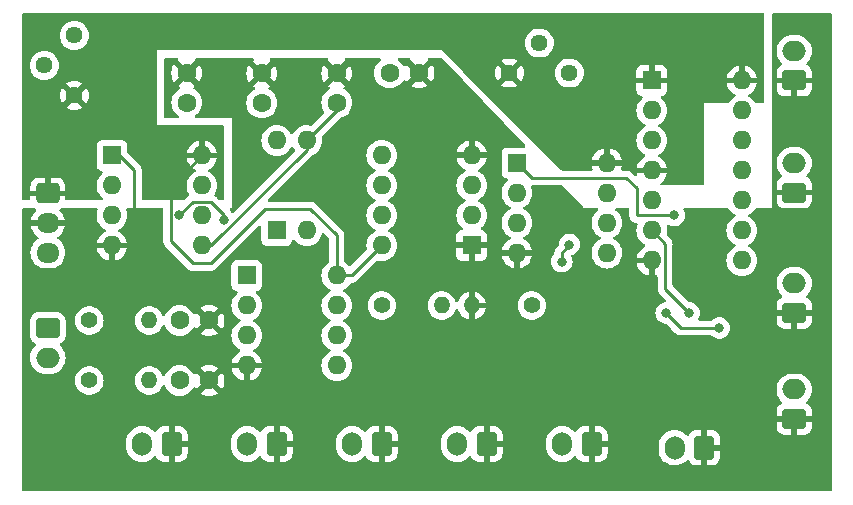
<source format=gbr>
%TF.GenerationSoftware,KiCad,Pcbnew,7.0.8-7.0.8~ubuntu22.04.1*%
%TF.CreationDate,2023-12-11T11:20:47-08:00*%
%TF.ProjectId,SimplifiedTrigger,53696d70-6c69-4666-9965-645472696767,rev?*%
%TF.SameCoordinates,Original*%
%TF.FileFunction,Copper,L2,Bot*%
%TF.FilePolarity,Positive*%
%FSLAX46Y46*%
G04 Gerber Fmt 4.6, Leading zero omitted, Abs format (unit mm)*
G04 Created by KiCad (PCBNEW 7.0.8-7.0.8~ubuntu22.04.1) date 2023-12-11 11:20:47*
%MOMM*%
%LPD*%
G01*
G04 APERTURE LIST*
G04 Aperture macros list*
%AMRoundRect*
0 Rectangle with rounded corners*
0 $1 Rounding radius*
0 $2 $3 $4 $5 $6 $7 $8 $9 X,Y pos of 4 corners*
0 Add a 4 corners polygon primitive as box body*
4,1,4,$2,$3,$4,$5,$6,$7,$8,$9,$2,$3,0*
0 Add four circle primitives for the rounded corners*
1,1,$1+$1,$2,$3*
1,1,$1+$1,$4,$5*
1,1,$1+$1,$6,$7*
1,1,$1+$1,$8,$9*
0 Add four rect primitives between the rounded corners*
20,1,$1+$1,$2,$3,$4,$5,0*
20,1,$1+$1,$4,$5,$6,$7,0*
20,1,$1+$1,$6,$7,$8,$9,0*
20,1,$1+$1,$8,$9,$2,$3,0*%
G04 Aperture macros list end*
%TA.AperFunction,ComponentPad*%
%ADD10RoundRect,0.250000X-0.750000X0.600000X-0.750000X-0.600000X0.750000X-0.600000X0.750000X0.600000X0*%
%TD*%
%TA.AperFunction,ComponentPad*%
%ADD11O,2.000000X1.700000*%
%TD*%
%TA.AperFunction,ComponentPad*%
%ADD12C,1.600000*%
%TD*%
%TA.AperFunction,ComponentPad*%
%ADD13RoundRect,0.250000X0.750000X-0.600000X0.750000X0.600000X-0.750000X0.600000X-0.750000X-0.600000X0*%
%TD*%
%TA.AperFunction,ComponentPad*%
%ADD14RoundRect,0.250000X0.600000X0.750000X-0.600000X0.750000X-0.600000X-0.750000X0.600000X-0.750000X0*%
%TD*%
%TA.AperFunction,ComponentPad*%
%ADD15O,1.700000X2.000000*%
%TD*%
%TA.AperFunction,ComponentPad*%
%ADD16R,1.600000X1.600000*%
%TD*%
%TA.AperFunction,ComponentPad*%
%ADD17O,1.600000X1.600000*%
%TD*%
%TA.AperFunction,ComponentPad*%
%ADD18C,1.400000*%
%TD*%
%TA.AperFunction,ComponentPad*%
%ADD19O,1.400000X1.400000*%
%TD*%
%TA.AperFunction,ComponentPad*%
%ADD20C,1.440000*%
%TD*%
%TA.AperFunction,ComponentPad*%
%ADD21RoundRect,0.250000X-0.725000X0.600000X-0.725000X-0.600000X0.725000X-0.600000X0.725000X0.600000X0*%
%TD*%
%TA.AperFunction,ComponentPad*%
%ADD22O,1.950000X1.700000*%
%TD*%
%TA.AperFunction,ViaPad*%
%ADD23C,0.800000*%
%TD*%
%TA.AperFunction,Conductor*%
%ADD24C,0.250000*%
%TD*%
G04 APERTURE END LIST*
D10*
%TO.P,J1,1,Pin_1*%
%TO.N,Net-(J1-Pin_1)*%
X103805000Y-67965000D03*
D11*
%TO.P,J1,2,Pin_2*%
%TO.N,Net-(J1-Pin_2)*%
X103805000Y-70465000D03*
%TD*%
D12*
%TO.P,0.1uF,1*%
%TO.N,Net-(U1-CV)*%
X121920000Y-48895000D03*
%TO.P,0.1uF,2*%
%TO.N,GND*%
X121920000Y-46395000D03*
%TD*%
D13*
%TO.P,Brain1,1,Pin_1*%
%TO.N,GND*%
X167005000Y-56475000D03*
D11*
%TO.P,Brain1,2,Pin_2*%
%TO.N,Net-(J10-Pin_2)*%
X167005000Y-53975000D03*
%TD*%
D14*
%TO.P,Bhv5,1,Pin_1*%
%TO.N,GND*%
X149840000Y-77770000D03*
D15*
%TO.P,Bhv5,2,Pin_2*%
%TO.N,Net-(J3-Pin_2)*%
X147340000Y-77770000D03*
%TD*%
D16*
%TO.P,SW1,1*%
%TO.N,Net-(U2A--)*%
X123190000Y-59690000D03*
D17*
%TO.P,SW1,2*%
%TO.N,Net-(U2B--)*%
X125730000Y-59690000D03*
%TO.P,SW1,3*%
%TO.N,Net-(U3-CV)*%
X125730000Y-52070000D03*
%TO.P,SW1,4*%
%TO.N,Net-(U1-CV)*%
X123190000Y-52070000D03*
%TD*%
D18*
%TO.P,33k,1*%
%TO.N,Net-(J1-Pin_2)*%
X107315000Y-72390000D03*
D19*
%TO.P,33k,2*%
%TO.N,Net-(U2B-+)*%
X112395000Y-72390000D03*
%TD*%
D16*
%TO.P,555,1,GND*%
%TO.N,GND*%
X139690000Y-60950000D03*
D17*
%TO.P,555,2,TR*%
%TO.N,VAC*%
X139690000Y-58410000D03*
%TO.P,555,3,Q*%
%TO.N,Net-(U1-Q)*%
X139690000Y-55870000D03*
%TO.P,555,4,R*%
%TO.N,GND*%
X139690000Y-53330000D03*
%TO.P,555,5,CV*%
%TO.N,Net-(U1-CV)*%
X132070000Y-53330000D03*
%TO.P,555,6,THR*%
%TO.N,Net-(U1-DIS)*%
X132070000Y-55870000D03*
%TO.P,555,7,DIS*%
X132070000Y-58410000D03*
%TO.P,555,8,VCC*%
%TO.N,+5V*%
X132070000Y-60950000D03*
%TD*%
D18*
%TO.P,33k,1*%
%TO.N,+5V*%
X132080000Y-66040000D03*
D19*
%TO.P,33k,2*%
%TO.N,Net-(U4A-+)*%
X137160000Y-66040000D03*
%TD*%
D16*
%TO.P,LM358,1*%
%TO.N,Net-(U2A--)*%
X120650000Y-63500000D03*
D17*
%TO.P,LM358,2,-*%
X120650000Y-66040000D03*
%TO.P,LM358,3,+*%
%TO.N,Net-(U2A-+)*%
X120650000Y-68580000D03*
%TO.P,LM358,4,V-*%
%TO.N,GND*%
X120650000Y-71120000D03*
%TO.P,LM358,5,+*%
%TO.N,Net-(U2B-+)*%
X128270000Y-71120000D03*
%TO.P,LM358,6,-*%
%TO.N,Net-(U2B--)*%
X128270000Y-68580000D03*
%TO.P,LM358,7*%
X128270000Y-66040000D03*
%TO.P,LM358,8,V+*%
%TO.N,+5V*%
X128270000Y-63500000D03*
%TD*%
D12*
%TO.P,0.1uF,1*%
%TO.N,Net-(U2A-+)*%
X114955000Y-67310000D03*
%TO.P,0.1uF,2*%
%TO.N,GND*%
X117455000Y-67310000D03*
%TD*%
D18*
%TO.P,33K,1*%
%TO.N,Net-(J1-Pin_1)*%
X107315000Y-67310000D03*
D19*
%TO.P,33K,2*%
%TO.N,Net-(U2A-+)*%
X112395000Y-67310000D03*
%TD*%
D14*
%TO.P,Bhv3,1,Pin_1*%
%TO.N,GND*%
X132060000Y-77770000D03*
D15*
%TO.P,Bhv3,2,Pin_2*%
%TO.N,Net-(J3-Pin_2)*%
X129560000Y-77770000D03*
%TD*%
D20*
%TO.P,10k Pot,1,1*%
%TO.N,Net-(U3-DIS)*%
X106045000Y-43180000D03*
%TO.P,10k Pot,2,2*%
X103505000Y-45720000D03*
%TO.P,10k Pot,3,3*%
%TO.N,+5V*%
X106045000Y-48260000D03*
%TD*%
D13*
%TO.P,Strb2,1,Pin_1*%
%TO.N,GND*%
X167005000Y-66655000D03*
D11*
%TO.P,Strb2,2,Pin_2*%
%TO.N,Net-(J11-Pin_2)*%
X167005000Y-64155000D03*
%TD*%
D14*
%TO.P,Bhv6,1,Pin_1*%
%TO.N,GND*%
X159365000Y-78070000D03*
D15*
%TO.P,Bhv6,2,Pin_2*%
%TO.N,Net-(J3-Pin_2)*%
X156865000Y-78070000D03*
%TD*%
D12*
%TO.P,0.1uF,1*%
%TO.N,Net-(U3-CV)*%
X128270000Y-48875000D03*
%TO.P,0.1uF,2*%
%TO.N,GND*%
X128270000Y-46375000D03*
%TD*%
D18*
%TO.P,33k,1*%
%TO.N,Net-(U4A-+)*%
X144780000Y-66040000D03*
D19*
%TO.P,33k,2*%
%TO.N,GND*%
X139700000Y-66040000D03*
%TD*%
D14*
%TO.P,Bhv4,1,Pin_1*%
%TO.N,GND*%
X140950000Y-77770000D03*
D15*
%TO.P,Bhv4,2,Pin_2*%
%TO.N,Net-(J3-Pin_2)*%
X138450000Y-77770000D03*
%TD*%
D16*
%TO.P,LM358,1*%
%TO.N,Net-(J3-Pin_2)*%
X143520000Y-53985000D03*
D17*
%TO.P,LM358,2,-*%
%TO.N,Net-(U1-Q)*%
X143520000Y-56525000D03*
%TO.P,LM358,3,+*%
%TO.N,Net-(U4A-+)*%
X143520000Y-59065000D03*
%TO.P,LM358,4,V-*%
%TO.N,GND*%
X143520000Y-61605000D03*
%TO.P,LM358,5,+*%
%TO.N,Net-(U4A-+)*%
X151140000Y-61605000D03*
%TO.P,LM358,6,-*%
%TO.N,Net-(U3-Q)*%
X151140000Y-59065000D03*
%TO.P,LM358,7*%
%TO.N,Net-(J10-Pin_2)*%
X151140000Y-56525000D03*
%TO.P,LM358,8,V+*%
%TO.N,+5V*%
X151140000Y-53985000D03*
%TD*%
D20*
%TO.P,10k Pot,1,1*%
%TO.N,Net-(U1-DIS)*%
X147955000Y-46355000D03*
%TO.P,10k Pot,2,2*%
X145415000Y-43815000D03*
%TO.P,10k Pot,3,3*%
%TO.N,+5V*%
X142875000Y-46355000D03*
%TD*%
D12*
%TO.P,2.2uF,1*%
%TO.N,Net-(U3-DIS)*%
X115570000Y-48855000D03*
%TO.P,2.2uF,2*%
%TO.N,GND*%
X115570000Y-46355000D03*
%TD*%
D21*
%TO.P,J2,1,Pin_1*%
%TO.N,+5V*%
X103805000Y-56555000D03*
D22*
%TO.P,J2,2,Pin_2*%
%TO.N,GND*%
X103805000Y-59055000D03*
%TO.P,J2,3,Pin_3*%
%TO.N,VAC*%
X103805000Y-61555000D03*
%TD*%
D13*
%TO.P,Strb1,1,Pin_1*%
%TO.N,GND*%
X167005000Y-75652000D03*
D11*
%TO.P,Strb1,2,Pin_2*%
%TO.N,Net-(J12-Pin_2)*%
X167005000Y-73152000D03*
%TD*%
D14*
%TO.P,Bhv2,1,Pin_1*%
%TO.N,GND*%
X123170000Y-77770000D03*
D15*
%TO.P,Bhv2,2,Pin_2*%
%TO.N,Net-(J3-Pin_2)*%
X120670000Y-77770000D03*
%TD*%
D13*
%TO.P,Brain2,1,Pin_1*%
%TO.N,GND*%
X167005000Y-46990000D03*
D11*
%TO.P,Brain2,2,Pin_2*%
%TO.N,Net-(J10-Pin_2)*%
X167005000Y-44490000D03*
%TD*%
D16*
%TO.P,555,1,GND*%
%TO.N,GND*%
X109230000Y-53340000D03*
D17*
%TO.P,555,2,TR*%
%TO.N,VAC*%
X109230000Y-55880000D03*
%TO.P,555,3,Q*%
%TO.N,Net-(U3-Q)*%
X109230000Y-58420000D03*
%TO.P,555,4,R*%
%TO.N,GND*%
X109230000Y-60960000D03*
%TO.P,555,5,CV*%
%TO.N,Net-(U3-CV)*%
X116850000Y-60960000D03*
%TO.P,555,6,THR*%
%TO.N,Net-(U3-DIS)*%
X116850000Y-58420000D03*
%TO.P,555,7,DIS*%
X116850000Y-55880000D03*
%TO.P,555,8,VCC*%
%TO.N,+5V*%
X116850000Y-53340000D03*
%TD*%
D16*
%TO.P,74HC74,1,~{R}*%
%TO.N,+5V*%
X154940000Y-46990000D03*
D17*
%TO.P,74HC74,2,D*%
%TO.N,Net-(J12-Pin_2)*%
X154940000Y-49530000D03*
%TO.P,74HC74,3,C*%
%TO.N,Net-(U3-Q)*%
X154940000Y-52070000D03*
%TO.P,74HC74,4,~{S}*%
%TO.N,+5V*%
X154940000Y-54610000D03*
%TO.P,74HC74,5,Q*%
%TO.N,Net-(J11-Pin_2)*%
X154940000Y-57150000D03*
%TO.P,74HC74,6,~{Q}*%
%TO.N,Net-(J12-Pin_2)*%
X154940000Y-59690000D03*
%TO.P,74HC74,7,GND*%
%TO.N,GND*%
X154940000Y-62230000D03*
%TO.P,74HC74,8*%
%TO.N,N/C*%
X162560000Y-62230000D03*
%TO.P,74HC74,9*%
X162560000Y-59690000D03*
%TO.P,74HC74,10*%
X162560000Y-57150000D03*
%TO.P,74HC74,11*%
X162560000Y-54610000D03*
%TO.P,74HC74,12*%
X162560000Y-52070000D03*
%TO.P,74HC74,13*%
X162560000Y-49530000D03*
%TO.P,74HC74,14,VCC*%
%TO.N,+5V*%
X162560000Y-46990000D03*
%TD*%
D14*
%TO.P,Bhv1,1,Pin_1*%
%TO.N,GND*%
X114280000Y-77770000D03*
D15*
%TO.P,Bhv1,2,Pin_2*%
%TO.N,Net-(J3-Pin_2)*%
X111780000Y-77770000D03*
%TD*%
D12*
%TO.P,0.1uF,1*%
%TO.N,Net-(U2B-+)*%
X114955000Y-72390000D03*
%TO.P,0.1uF,2*%
%TO.N,GND*%
X117455000Y-72390000D03*
%TD*%
%TO.P,2.2uF,1*%
%TO.N,Net-(U1-DIS)*%
X132735000Y-46355000D03*
%TO.P,2.2uF,2*%
%TO.N,GND*%
X135235000Y-46355000D03*
%TD*%
D23*
%TO.N,VAC*%
X114935000Y-58420000D03*
X118745000Y-58820500D03*
%TO.N,Net-(J3-Pin_2)*%
X156845000Y-58420000D03*
%TO.N,Net-(J11-Pin_2)*%
X156140500Y-66675000D03*
X160655000Y-67945000D03*
%TO.N,Net-(J12-Pin_2)*%
X158115000Y-66675000D03*
%TO.N,Net-(U3-Q)*%
X147955000Y-60880500D03*
X147320000Y-62329500D03*
%TD*%
D24*
%TO.N,GND*%
X109230000Y-53340000D02*
X109855000Y-53340000D01*
X111125000Y-54610000D02*
X111125000Y-59055000D01*
X109855000Y-53340000D02*
X111125000Y-54610000D01*
%TO.N,Net-(U3-CV)*%
X116850000Y-60960000D02*
X117650000Y-60960000D01*
X117650000Y-60960000D02*
X125730000Y-52880000D01*
X125730000Y-52070000D02*
X128270000Y-49530000D01*
X125730000Y-52880000D02*
X125730000Y-52070000D01*
X128270000Y-49530000D02*
X128270000Y-48875000D01*
%TO.N,+5V*%
X126038637Y-57873198D02*
X122212802Y-57873198D01*
X129520000Y-63500000D02*
X132070000Y-60950000D01*
X114210000Y-60616000D02*
X114210000Y-55980000D01*
X114210000Y-55980000D02*
X116850000Y-53340000D01*
X117602000Y-62484000D02*
X116078000Y-62484000D01*
X122212802Y-57873198D02*
X117602000Y-62484000D01*
X128270000Y-63500000D02*
X129520000Y-63500000D01*
X128270000Y-63500000D02*
X128270000Y-60104561D01*
X116078000Y-62484000D02*
X114210000Y-60616000D01*
X128270000Y-60104561D02*
X126038637Y-57873198D01*
%TO.N,VAC*%
X117620000Y-57295000D02*
X118745000Y-58420000D01*
X114935000Y-58420000D02*
X116060000Y-57295000D01*
X116060000Y-57295000D02*
X117620000Y-57295000D01*
X118745000Y-58420000D02*
X118745000Y-58820500D01*
%TO.N,Net-(J3-Pin_2)*%
X152790305Y-55245000D02*
X144780000Y-55245000D01*
X156845000Y-58420000D02*
X153670000Y-58420000D01*
X153670000Y-58420000D02*
X153670000Y-56124695D01*
X144780000Y-55245000D02*
X143520000Y-53985000D01*
X153670000Y-56124695D02*
X152790305Y-55245000D01*
%TO.N,Net-(J11-Pin_2)*%
X157410500Y-67945000D02*
X160655000Y-67945000D01*
X156140500Y-66675000D02*
X157410500Y-67945000D01*
%TO.N,Net-(J12-Pin_2)*%
X158115000Y-66675000D02*
X156065000Y-64625000D01*
X156065000Y-60815000D02*
X154940000Y-59690000D01*
X156065000Y-64625000D02*
X156065000Y-60815000D01*
%TO.N,Net-(U3-Q)*%
X147320000Y-61595000D02*
X147955000Y-60960000D01*
X147320000Y-62329500D02*
X147320000Y-61595000D01*
X147955000Y-60960000D02*
X147955000Y-60880500D01*
%TD*%
%TA.AperFunction,Conductor*%
%TO.N,GND*%
G36*
X102701726Y-57803461D02*
G01*
X102766557Y-57843448D01*
X102813283Y-57895395D01*
X102824506Y-57964357D01*
X102796663Y-58028440D01*
X102789144Y-58036668D01*
X102641891Y-58183921D01*
X102506399Y-58377421D01*
X102406570Y-58591507D01*
X102406567Y-58591513D01*
X102349364Y-58804999D01*
X102349364Y-58805000D01*
X103401031Y-58805000D01*
X103368481Y-58855649D01*
X103330000Y-58986705D01*
X103330000Y-59123295D01*
X103368481Y-59254351D01*
X103401031Y-59305000D01*
X102349364Y-59305000D01*
X102406567Y-59518486D01*
X102406570Y-59518492D01*
X102506399Y-59732577D01*
X102506400Y-59732579D01*
X102641886Y-59926073D01*
X102641891Y-59926079D01*
X102808920Y-60093108D01*
X102808926Y-60093113D01*
X102966031Y-60203119D01*
X103009656Y-60257696D01*
X103016850Y-60327194D01*
X102985327Y-60389549D01*
X102966032Y-60406269D01*
X102808594Y-60516508D01*
X102641506Y-60683597D01*
X102641501Y-60683604D01*
X102505967Y-60877165D01*
X102505965Y-60877169D01*
X102406098Y-61091335D01*
X102406094Y-61091344D01*
X102344938Y-61319586D01*
X102344936Y-61319596D01*
X102324341Y-61554999D01*
X102324341Y-61555000D01*
X102344936Y-61790403D01*
X102344938Y-61790413D01*
X102406094Y-62018655D01*
X102406096Y-62018659D01*
X102406097Y-62018663D01*
X102434964Y-62080567D01*
X102505964Y-62232828D01*
X102505965Y-62232830D01*
X102641505Y-62426402D01*
X102808597Y-62593494D01*
X103002169Y-62729034D01*
X103002171Y-62729035D01*
X103216337Y-62828903D01*
X103216343Y-62828904D01*
X103216344Y-62828905D01*
X103271285Y-62843626D01*
X103444592Y-62890063D01*
X103621034Y-62905500D01*
X103988966Y-62905500D01*
X104165408Y-62890063D01*
X104393663Y-62828903D01*
X104607829Y-62729035D01*
X104801401Y-62593495D01*
X104968495Y-62426401D01*
X105104035Y-62232830D01*
X105203903Y-62018663D01*
X105265063Y-61790408D01*
X105285659Y-61555000D01*
X105265063Y-61319592D01*
X105203903Y-61091337D01*
X105104035Y-60877171D01*
X105104034Y-60877169D01*
X104968494Y-60683597D01*
X104801403Y-60516506D01*
X104643967Y-60406269D01*
X104600342Y-60351692D01*
X104593148Y-60282194D01*
X104624671Y-60219839D01*
X104643967Y-60203119D01*
X104801073Y-60093113D01*
X104801079Y-60093108D01*
X104968105Y-59926082D01*
X105103600Y-59732578D01*
X105203429Y-59518492D01*
X105203432Y-59518486D01*
X105260636Y-59305000D01*
X104208969Y-59305000D01*
X104241519Y-59254351D01*
X104280000Y-59123295D01*
X104280000Y-58986705D01*
X104241519Y-58855649D01*
X104208969Y-58805000D01*
X105260636Y-58805000D01*
X105260635Y-58804999D01*
X105203432Y-58591513D01*
X105203429Y-58591507D01*
X105103600Y-58377422D01*
X105103599Y-58377420D01*
X104968113Y-58183926D01*
X104820856Y-58036668D01*
X104787372Y-57975345D01*
X104792356Y-57905653D01*
X104834228Y-57849720D01*
X104843443Y-57843448D01*
X104908274Y-57803461D01*
X104973369Y-57785000D01*
X107896521Y-57785000D01*
X107963560Y-57804685D01*
X108009315Y-57857489D01*
X108019259Y-57926647D01*
X108008903Y-57961405D01*
X108003262Y-57973502D01*
X108003258Y-57973511D01*
X107944366Y-58193302D01*
X107944364Y-58193313D01*
X107924532Y-58419998D01*
X107924532Y-58420001D01*
X107944364Y-58646686D01*
X107944366Y-58646697D01*
X108003258Y-58866488D01*
X108003261Y-58866497D01*
X108099431Y-59072732D01*
X108099432Y-59072734D01*
X108229954Y-59259141D01*
X108390858Y-59420045D01*
X108401805Y-59427710D01*
X108577266Y-59550568D01*
X108635865Y-59577893D01*
X108688305Y-59624065D01*
X108707457Y-59691258D01*
X108687242Y-59758139D01*
X108635867Y-59802657D01*
X108577515Y-59829867D01*
X108391179Y-59960342D01*
X108230342Y-60121179D01*
X108099865Y-60307517D01*
X108003734Y-60513673D01*
X108003730Y-60513682D01*
X107951127Y-60709999D01*
X107951128Y-60710000D01*
X108914314Y-60710000D01*
X108902359Y-60721955D01*
X108844835Y-60834852D01*
X108825014Y-60960000D01*
X108844835Y-61085148D01*
X108902359Y-61198045D01*
X108914314Y-61210000D01*
X107951128Y-61210000D01*
X108003730Y-61406317D01*
X108003734Y-61406326D01*
X108099865Y-61612482D01*
X108230342Y-61798820D01*
X108391179Y-61959657D01*
X108577517Y-62090134D01*
X108783673Y-62186265D01*
X108783682Y-62186269D01*
X108979999Y-62238872D01*
X108980000Y-62238871D01*
X108980000Y-61275686D01*
X108991955Y-61287641D01*
X109104852Y-61345165D01*
X109198519Y-61360000D01*
X109261481Y-61360000D01*
X109355148Y-61345165D01*
X109468045Y-61287641D01*
X109480000Y-61275686D01*
X109480000Y-62238872D01*
X109676317Y-62186269D01*
X109676326Y-62186265D01*
X109882482Y-62090134D01*
X110068820Y-61959657D01*
X110229657Y-61798820D01*
X110360134Y-61612482D01*
X110456265Y-61406326D01*
X110456269Y-61406317D01*
X110508872Y-61210000D01*
X109545686Y-61210000D01*
X109557641Y-61198045D01*
X109615165Y-61085148D01*
X109634986Y-60960000D01*
X109615165Y-60834852D01*
X109557641Y-60721955D01*
X109545686Y-60710000D01*
X110508872Y-60710000D01*
X110508872Y-60709999D01*
X110456269Y-60513682D01*
X110456265Y-60513673D01*
X110360134Y-60307517D01*
X110229657Y-60121179D01*
X110068820Y-59960342D01*
X109882482Y-59829865D01*
X109824133Y-59802657D01*
X109771694Y-59756484D01*
X109752542Y-59689291D01*
X109772758Y-59622410D01*
X109824129Y-59577895D01*
X109882734Y-59550568D01*
X110069139Y-59420047D01*
X110230047Y-59259139D01*
X110360568Y-59072734D01*
X110456739Y-58866496D01*
X110515635Y-58646692D01*
X110535468Y-58420000D01*
X110534791Y-58412267D01*
X110522084Y-58267021D01*
X110515635Y-58193308D01*
X110466672Y-58010575D01*
X110456741Y-57973511D01*
X110456740Y-57973510D01*
X110456739Y-57973504D01*
X110451096Y-57961404D01*
X110440605Y-57892327D01*
X110469125Y-57828543D01*
X110527602Y-57790304D01*
X110563479Y-57785000D01*
X113460500Y-57785000D01*
X113527539Y-57804685D01*
X113573294Y-57857489D01*
X113584500Y-57909000D01*
X113584500Y-60533255D01*
X113582775Y-60548872D01*
X113583061Y-60548899D01*
X113582326Y-60556665D01*
X113584500Y-60625814D01*
X113584500Y-60655343D01*
X113584501Y-60655360D01*
X113585368Y-60662231D01*
X113585826Y-60668050D01*
X113587290Y-60714624D01*
X113587291Y-60714627D01*
X113592880Y-60733867D01*
X113596824Y-60752911D01*
X113599336Y-60772792D01*
X113612168Y-60805203D01*
X113616490Y-60816119D01*
X113618382Y-60821647D01*
X113628822Y-60857581D01*
X113631382Y-60866390D01*
X113639726Y-60880500D01*
X113641580Y-60883634D01*
X113650136Y-60901100D01*
X113657514Y-60919732D01*
X113681150Y-60952265D01*
X113684898Y-60957423D01*
X113688106Y-60962307D01*
X113711827Y-61002416D01*
X113711833Y-61002424D01*
X113725990Y-61016580D01*
X113738627Y-61031375D01*
X113750406Y-61047587D01*
X113784870Y-61076098D01*
X113786309Y-61077288D01*
X113790620Y-61081210D01*
X115135804Y-62426395D01*
X115577197Y-62867788D01*
X115587022Y-62880051D01*
X115587243Y-62879869D01*
X115592214Y-62885878D01*
X115613043Y-62905437D01*
X115642635Y-62933226D01*
X115663529Y-62954120D01*
X115669011Y-62958373D01*
X115673443Y-62962157D01*
X115707418Y-62994062D01*
X115724976Y-63003714D01*
X115741233Y-63014393D01*
X115757064Y-63026673D01*
X115776737Y-63035186D01*
X115799833Y-63045182D01*
X115805077Y-63047750D01*
X115845908Y-63070197D01*
X115858523Y-63073435D01*
X115865305Y-63075177D01*
X115883719Y-63081481D01*
X115902104Y-63089438D01*
X115948157Y-63096732D01*
X115953826Y-63097906D01*
X115998981Y-63109500D01*
X116019016Y-63109500D01*
X116038413Y-63111026D01*
X116058196Y-63114160D01*
X116104584Y-63109775D01*
X116110422Y-63109500D01*
X117519257Y-63109500D01*
X117534877Y-63111224D01*
X117534904Y-63110939D01*
X117542660Y-63111671D01*
X117542667Y-63111673D01*
X117611814Y-63109500D01*
X117641350Y-63109500D01*
X117648228Y-63108630D01*
X117654041Y-63108172D01*
X117700627Y-63106709D01*
X117719869Y-63101117D01*
X117738912Y-63097174D01*
X117758792Y-63094664D01*
X117802122Y-63077507D01*
X117807646Y-63075617D01*
X117811396Y-63074527D01*
X117852390Y-63062618D01*
X117869629Y-63052422D01*
X117887103Y-63043862D01*
X117905727Y-63036488D01*
X117905727Y-63036487D01*
X117905732Y-63036486D01*
X117943449Y-63009082D01*
X117948305Y-63005892D01*
X117988420Y-62982170D01*
X118002589Y-62967999D01*
X118017379Y-62955368D01*
X118033587Y-62943594D01*
X118063299Y-62907676D01*
X118067212Y-62903376D01*
X121677821Y-59292767D01*
X121739142Y-59259284D01*
X121808834Y-59264268D01*
X121864767Y-59306140D01*
X121889184Y-59371604D01*
X121889500Y-59380450D01*
X121889500Y-60537870D01*
X121889501Y-60537876D01*
X121895908Y-60597483D01*
X121946202Y-60732328D01*
X121946206Y-60732335D01*
X122032452Y-60847544D01*
X122032455Y-60847547D01*
X122147664Y-60933793D01*
X122147671Y-60933797D01*
X122282517Y-60984091D01*
X122282516Y-60984091D01*
X122289444Y-60984835D01*
X122342127Y-60990500D01*
X124037872Y-60990499D01*
X124097483Y-60984091D01*
X124232331Y-60933796D01*
X124347546Y-60847546D01*
X124433796Y-60732331D01*
X124484091Y-60597483D01*
X124487862Y-60562401D01*
X124514599Y-60497855D01*
X124571990Y-60458006D01*
X124641816Y-60455511D01*
X124701905Y-60491163D01*
X124712725Y-60504535D01*
X124718103Y-60512216D01*
X124729956Y-60529143D01*
X124890858Y-60690045D01*
X124890861Y-60690047D01*
X125077266Y-60820568D01*
X125283504Y-60916739D01*
X125503308Y-60975635D01*
X125665230Y-60989801D01*
X125729998Y-60995468D01*
X125730000Y-60995468D01*
X125730002Y-60995468D01*
X125786807Y-60990498D01*
X125956692Y-60975635D01*
X126176496Y-60916739D01*
X126382734Y-60820568D01*
X126569139Y-60690047D01*
X126730047Y-60529139D01*
X126860568Y-60342734D01*
X126956739Y-60136496D01*
X126998489Y-59980680D01*
X127034852Y-59921023D01*
X127097699Y-59890493D01*
X127167075Y-59898787D01*
X127205944Y-59925095D01*
X127608181Y-60327332D01*
X127641666Y-60388655D01*
X127644500Y-60415013D01*
X127644500Y-62285811D01*
X127624815Y-62352850D01*
X127591623Y-62387386D01*
X127430859Y-62499953D01*
X127269954Y-62660858D01*
X127139432Y-62847265D01*
X127139431Y-62847267D01*
X127043261Y-63053502D01*
X127043258Y-63053511D01*
X126984366Y-63273302D01*
X126984364Y-63273313D01*
X126964532Y-63499998D01*
X126964532Y-63500001D01*
X126984364Y-63726686D01*
X126984366Y-63726697D01*
X127043258Y-63946488D01*
X127043261Y-63946497D01*
X127139431Y-64152732D01*
X127139432Y-64152734D01*
X127269954Y-64339141D01*
X127430858Y-64500045D01*
X127430861Y-64500047D01*
X127617266Y-64630568D01*
X127675275Y-64657618D01*
X127727714Y-64703791D01*
X127746866Y-64770984D01*
X127726650Y-64837865D01*
X127675275Y-64882382D01*
X127617267Y-64909431D01*
X127617265Y-64909432D01*
X127430858Y-65039954D01*
X127269954Y-65200858D01*
X127139432Y-65387265D01*
X127139431Y-65387267D01*
X127043261Y-65593502D01*
X127043258Y-65593511D01*
X126984366Y-65813302D01*
X126984364Y-65813313D01*
X126964532Y-66039998D01*
X126964532Y-66040001D01*
X126984364Y-66266686D01*
X126984366Y-66266697D01*
X127043258Y-66486488D01*
X127043261Y-66486497D01*
X127139431Y-66692732D01*
X127139432Y-66692734D01*
X127269954Y-66879141D01*
X127430858Y-67040045D01*
X127438886Y-67045666D01*
X127617266Y-67170568D01*
X127675275Y-67197618D01*
X127727714Y-67243791D01*
X127746866Y-67310984D01*
X127726650Y-67377865D01*
X127675275Y-67422382D01*
X127617267Y-67449431D01*
X127617265Y-67449432D01*
X127430858Y-67579954D01*
X127269954Y-67740858D01*
X127139432Y-67927265D01*
X127139431Y-67927267D01*
X127043261Y-68133502D01*
X127043258Y-68133511D01*
X126984366Y-68353302D01*
X126984364Y-68353313D01*
X126964532Y-68579998D01*
X126964532Y-68580001D01*
X126984364Y-68806686D01*
X126984366Y-68806697D01*
X127043258Y-69026488D01*
X127043261Y-69026497D01*
X127139431Y-69232732D01*
X127139432Y-69232734D01*
X127269954Y-69419141D01*
X127430858Y-69580045D01*
X127477693Y-69612839D01*
X127617266Y-69710568D01*
X127675275Y-69737618D01*
X127727714Y-69783791D01*
X127746866Y-69850984D01*
X127726650Y-69917865D01*
X127675275Y-69962382D01*
X127617267Y-69989431D01*
X127617265Y-69989432D01*
X127430858Y-70119954D01*
X127269954Y-70280858D01*
X127139432Y-70467265D01*
X127139431Y-70467267D01*
X127043261Y-70673502D01*
X127043258Y-70673511D01*
X126984366Y-70893302D01*
X126984364Y-70893313D01*
X126964532Y-71119998D01*
X126964532Y-71120001D01*
X126984364Y-71346686D01*
X126984366Y-71346697D01*
X127043258Y-71566488D01*
X127043261Y-71566497D01*
X127139431Y-71772732D01*
X127139432Y-71772734D01*
X127269954Y-71959141D01*
X127430858Y-72120045D01*
X127430861Y-72120047D01*
X127617266Y-72250568D01*
X127823504Y-72346739D01*
X128043308Y-72405635D01*
X128205230Y-72419801D01*
X128269998Y-72425468D01*
X128270000Y-72425468D01*
X128270002Y-72425468D01*
X128326673Y-72420509D01*
X128496692Y-72405635D01*
X128716496Y-72346739D01*
X128922734Y-72250568D01*
X129109139Y-72120047D01*
X129270047Y-71959139D01*
X129400568Y-71772734D01*
X129496739Y-71566496D01*
X129555635Y-71346692D01*
X129575468Y-71120000D01*
X129574143Y-71104860D01*
X129555635Y-70893313D01*
X129555635Y-70893308D01*
X129496739Y-70673504D01*
X129400568Y-70467266D01*
X129270047Y-70280861D01*
X129270045Y-70280858D01*
X129109141Y-70119954D01*
X128922734Y-69989432D01*
X128922728Y-69989429D01*
X128864725Y-69962382D01*
X128812285Y-69916210D01*
X128793133Y-69849017D01*
X128813348Y-69782135D01*
X128864725Y-69737618D01*
X128922734Y-69710568D01*
X129109139Y-69580047D01*
X129270047Y-69419139D01*
X129400568Y-69232734D01*
X129496739Y-69026496D01*
X129555635Y-68806692D01*
X129575468Y-68580000D01*
X129575044Y-68575159D01*
X129567390Y-68487672D01*
X129555635Y-68353308D01*
X129496739Y-68133504D01*
X129400568Y-67927266D01*
X129281168Y-67756744D01*
X129270045Y-67740858D01*
X129109141Y-67579954D01*
X128922734Y-67449432D01*
X128922728Y-67449429D01*
X128864725Y-67422382D01*
X128812285Y-67376210D01*
X128793133Y-67309017D01*
X128813348Y-67242135D01*
X128864725Y-67197618D01*
X128922734Y-67170568D01*
X129109139Y-67040047D01*
X129270047Y-66879139D01*
X129400568Y-66692734D01*
X129496739Y-66486496D01*
X129555635Y-66266692D01*
X129575468Y-66040000D01*
X130874357Y-66040000D01*
X130894884Y-66261535D01*
X130894885Y-66261537D01*
X130955769Y-66475523D01*
X130955775Y-66475538D01*
X131054938Y-66674683D01*
X131054943Y-66674691D01*
X131189020Y-66852238D01*
X131353437Y-67002123D01*
X131353439Y-67002125D01*
X131542595Y-67119245D01*
X131542596Y-67119245D01*
X131542599Y-67119247D01*
X131750060Y-67199618D01*
X131968757Y-67240500D01*
X131968759Y-67240500D01*
X132191241Y-67240500D01*
X132191243Y-67240500D01*
X132409940Y-67199618D01*
X132617401Y-67119247D01*
X132806562Y-67002124D01*
X132970981Y-66852236D01*
X133105058Y-66674689D01*
X133204229Y-66475528D01*
X133265115Y-66261536D01*
X133285643Y-66040000D01*
X135954357Y-66040000D01*
X135974884Y-66261535D01*
X135974885Y-66261537D01*
X136035769Y-66475523D01*
X136035775Y-66475538D01*
X136134938Y-66674683D01*
X136134943Y-66674691D01*
X136269020Y-66852238D01*
X136433437Y-67002123D01*
X136433439Y-67002125D01*
X136622595Y-67119245D01*
X136622596Y-67119245D01*
X136622599Y-67119247D01*
X136830060Y-67199618D01*
X137048757Y-67240500D01*
X137048759Y-67240500D01*
X137271241Y-67240500D01*
X137271243Y-67240500D01*
X137489940Y-67199618D01*
X137697401Y-67119247D01*
X137886562Y-67002124D01*
X138050981Y-66852236D01*
X138185058Y-66674689D01*
X138284229Y-66475528D01*
X138310995Y-66381455D01*
X138348272Y-66322367D01*
X138411581Y-66292809D01*
X138480821Y-66302171D01*
X138534007Y-66347480D01*
X138549525Y-66381460D01*
X138576236Y-66475342D01*
X138576239Y-66475348D01*
X138675368Y-66674425D01*
X138809391Y-66851900D01*
X138973738Y-67001721D01*
X139162820Y-67118797D01*
X139162822Y-67118798D01*
X139370195Y-67199135D01*
X139450000Y-67214052D01*
X139450000Y-66288938D01*
X139531115Y-66352072D01*
X139641595Y-66390000D01*
X139729005Y-66390000D01*
X139815216Y-66375614D01*
X139917947Y-66320019D01*
X139945581Y-66290000D01*
X139950000Y-66290000D01*
X139950000Y-67214052D01*
X140029804Y-67199135D01*
X140237177Y-67118798D01*
X140237179Y-67118797D01*
X140426261Y-67001721D01*
X140590608Y-66851900D01*
X140724631Y-66674425D01*
X140823760Y-66475349D01*
X140876495Y-66290000D01*
X139950000Y-66290000D01*
X139945581Y-66290000D01*
X139997060Y-66234079D01*
X140043982Y-66127108D01*
X140051200Y-66040000D01*
X143574357Y-66040000D01*
X143594884Y-66261535D01*
X143594885Y-66261537D01*
X143655769Y-66475523D01*
X143655775Y-66475538D01*
X143754938Y-66674683D01*
X143754943Y-66674691D01*
X143889020Y-66852238D01*
X144053437Y-67002123D01*
X144053439Y-67002125D01*
X144242595Y-67119245D01*
X144242596Y-67119245D01*
X144242599Y-67119247D01*
X144450060Y-67199618D01*
X144668757Y-67240500D01*
X144668759Y-67240500D01*
X144891241Y-67240500D01*
X144891243Y-67240500D01*
X145109940Y-67199618D01*
X145317401Y-67119247D01*
X145506562Y-67002124D01*
X145670981Y-66852236D01*
X145805058Y-66674689D01*
X145904229Y-66475528D01*
X145965115Y-66261536D01*
X145985643Y-66040000D01*
X145982356Y-66004532D01*
X145965115Y-65818464D01*
X145965114Y-65818462D01*
X145963803Y-65813856D01*
X145904229Y-65604472D01*
X145904224Y-65604461D01*
X145805061Y-65405316D01*
X145805056Y-65405308D01*
X145670979Y-65227761D01*
X145506562Y-65077876D01*
X145506560Y-65077874D01*
X145317404Y-64960754D01*
X145317398Y-64960752D01*
X145109940Y-64880382D01*
X144891243Y-64839500D01*
X144668757Y-64839500D01*
X144450060Y-64880382D01*
X144325255Y-64928732D01*
X144242601Y-64960752D01*
X144242595Y-64960754D01*
X144053439Y-65077874D01*
X144053437Y-65077876D01*
X143889020Y-65227761D01*
X143754943Y-65405308D01*
X143754938Y-65405316D01*
X143655775Y-65604461D01*
X143655769Y-65604476D01*
X143594885Y-65818462D01*
X143594884Y-65818464D01*
X143574357Y-66039999D01*
X143574357Y-66040000D01*
X140051200Y-66040000D01*
X140053628Y-66010698D01*
X140024953Y-65897462D01*
X139961064Y-65799673D01*
X139868885Y-65727928D01*
X139758405Y-65690000D01*
X139670995Y-65690000D01*
X139584784Y-65704386D01*
X139482053Y-65759981D01*
X139450000Y-65794799D01*
X139450000Y-64865946D01*
X139950000Y-64865946D01*
X139950000Y-65790000D01*
X140876495Y-65790000D01*
X140823760Y-65604650D01*
X140724631Y-65405574D01*
X140590608Y-65228099D01*
X140426261Y-65078278D01*
X140237179Y-64961202D01*
X140237177Y-64961201D01*
X140029799Y-64880864D01*
X139950000Y-64865946D01*
X139450000Y-64865946D01*
X139370200Y-64880864D01*
X139162822Y-64961201D01*
X139162820Y-64961202D01*
X138973738Y-65078278D01*
X138809391Y-65228099D01*
X138675368Y-65405574D01*
X138576239Y-65604651D01*
X138576237Y-65604655D01*
X138549525Y-65698540D01*
X138512246Y-65757633D01*
X138448936Y-65787190D01*
X138379697Y-65777828D01*
X138326510Y-65732518D01*
X138310994Y-65698541D01*
X138284229Y-65604472D01*
X138284224Y-65604461D01*
X138185061Y-65405316D01*
X138185056Y-65405308D01*
X138050979Y-65227761D01*
X137886562Y-65077876D01*
X137886560Y-65077874D01*
X137697404Y-64960754D01*
X137697398Y-64960752D01*
X137489940Y-64880382D01*
X137271243Y-64839500D01*
X137048757Y-64839500D01*
X136830060Y-64880382D01*
X136705255Y-64928732D01*
X136622601Y-64960752D01*
X136622595Y-64960754D01*
X136433439Y-65077874D01*
X136433437Y-65077876D01*
X136269020Y-65227761D01*
X136134943Y-65405308D01*
X136134938Y-65405316D01*
X136035775Y-65604461D01*
X136035769Y-65604476D01*
X135974885Y-65818462D01*
X135974884Y-65818464D01*
X135954357Y-66039999D01*
X135954357Y-66040000D01*
X133285643Y-66040000D01*
X133282356Y-66004532D01*
X133265115Y-65818464D01*
X133265114Y-65818462D01*
X133263803Y-65813856D01*
X133204229Y-65604472D01*
X133204224Y-65604461D01*
X133105061Y-65405316D01*
X133105056Y-65405308D01*
X132970979Y-65227761D01*
X132806562Y-65077876D01*
X132806560Y-65077874D01*
X132617404Y-64960754D01*
X132617398Y-64960752D01*
X132409940Y-64880382D01*
X132191243Y-64839500D01*
X131968757Y-64839500D01*
X131750060Y-64880382D01*
X131625255Y-64928732D01*
X131542601Y-64960752D01*
X131542595Y-64960754D01*
X131353439Y-65077874D01*
X131353437Y-65077876D01*
X131189020Y-65227761D01*
X131054943Y-65405308D01*
X131054938Y-65405316D01*
X130955775Y-65604461D01*
X130955769Y-65604476D01*
X130894885Y-65818462D01*
X130894884Y-65818464D01*
X130874357Y-66039999D01*
X130874357Y-66040000D01*
X129575468Y-66040000D01*
X129574143Y-66024860D01*
X129567847Y-65952892D01*
X129555635Y-65813308D01*
X129496739Y-65593504D01*
X129400568Y-65387266D01*
X129270047Y-65200861D01*
X129270045Y-65200858D01*
X129109141Y-65039954D01*
X128922734Y-64909432D01*
X128922728Y-64909429D01*
X128864725Y-64882382D01*
X128812285Y-64836210D01*
X128793133Y-64769017D01*
X128813348Y-64702135D01*
X128864725Y-64657618D01*
X128922734Y-64630568D01*
X129109139Y-64500047D01*
X129270047Y-64339139D01*
X129381545Y-64179901D01*
X129436118Y-64136280D01*
X129479219Y-64127089D01*
X129527972Y-64125557D01*
X129529815Y-64125500D01*
X129559347Y-64125500D01*
X129559350Y-64125500D01*
X129566228Y-64124630D01*
X129572041Y-64124172D01*
X129618627Y-64122709D01*
X129637869Y-64117117D01*
X129656912Y-64113174D01*
X129676792Y-64110664D01*
X129720122Y-64093507D01*
X129725646Y-64091617D01*
X129729396Y-64090527D01*
X129770390Y-64078618D01*
X129787629Y-64068422D01*
X129805103Y-64059862D01*
X129823727Y-64052488D01*
X129823727Y-64052487D01*
X129823732Y-64052486D01*
X129861449Y-64025082D01*
X129866305Y-64021892D01*
X129906420Y-63998170D01*
X129920589Y-63983999D01*
X129935379Y-63971368D01*
X129951587Y-63959594D01*
X129981299Y-63923676D01*
X129985212Y-63919376D01*
X131655178Y-62249410D01*
X131716499Y-62215927D01*
X131774946Y-62217317D01*
X131843308Y-62235635D01*
X132000780Y-62249412D01*
X132069998Y-62255468D01*
X132070000Y-62255468D01*
X132070002Y-62255468D01*
X132139220Y-62249412D01*
X132296692Y-62235635D01*
X132516496Y-62176739D01*
X132722734Y-62080568D01*
X132909139Y-61950047D01*
X133070047Y-61789139D01*
X133200568Y-61602734D01*
X133296739Y-61396496D01*
X133355635Y-61176692D01*
X133373225Y-60975633D01*
X133375468Y-60950001D01*
X133375468Y-60949998D01*
X133366511Y-60847618D01*
X133355635Y-60723308D01*
X133309198Y-60550000D01*
X133296741Y-60503511D01*
X133296738Y-60503502D01*
X133261802Y-60428582D01*
X133200568Y-60297266D01*
X133070047Y-60110861D01*
X133070045Y-60110858D01*
X132909141Y-59949954D01*
X132722734Y-59819432D01*
X132722728Y-59819429D01*
X132682840Y-59800829D01*
X132664724Y-59792381D01*
X132612285Y-59746210D01*
X132593133Y-59679017D01*
X132613348Y-59612135D01*
X132664725Y-59567618D01*
X132722734Y-59540568D01*
X132909139Y-59410047D01*
X133070047Y-59249139D01*
X133200568Y-59062734D01*
X133296739Y-58856496D01*
X133355635Y-58636692D01*
X133375468Y-58410000D01*
X133355635Y-58183308D01*
X133299420Y-57973511D01*
X133296741Y-57963511D01*
X133296738Y-57963502D01*
X133283181Y-57934429D01*
X133213501Y-57785000D01*
X138546499Y-57785000D01*
X138463261Y-57963502D01*
X138463258Y-57963511D01*
X138404366Y-58183302D01*
X138404364Y-58183313D01*
X138384532Y-58409998D01*
X138384532Y-58410001D01*
X138404364Y-58636686D01*
X138404366Y-58636697D01*
X138463258Y-58856488D01*
X138463261Y-58856497D01*
X138559431Y-59062732D01*
X138559432Y-59062734D01*
X138689954Y-59249141D01*
X138850858Y-59410045D01*
X138876086Y-59427710D01*
X138919711Y-59482287D01*
X138926905Y-59551785D01*
X138895382Y-59614140D01*
X138835153Y-59649554D01*
X138818221Y-59652574D01*
X138782626Y-59656401D01*
X138782620Y-59656403D01*
X138647913Y-59706645D01*
X138647906Y-59706649D01*
X138532812Y-59792809D01*
X138532809Y-59792812D01*
X138446649Y-59907906D01*
X138446645Y-59907913D01*
X138396403Y-60042620D01*
X138396401Y-60042627D01*
X138390000Y-60102155D01*
X138390000Y-60700000D01*
X139374314Y-60700000D01*
X139362359Y-60711955D01*
X139304835Y-60824852D01*
X139285014Y-60950000D01*
X139304835Y-61075148D01*
X139362359Y-61188045D01*
X139374314Y-61200000D01*
X138390000Y-61200000D01*
X138390000Y-61797844D01*
X138396401Y-61857372D01*
X138396403Y-61857379D01*
X138446645Y-61992086D01*
X138446649Y-61992093D01*
X138532809Y-62107187D01*
X138532812Y-62107190D01*
X138647906Y-62193350D01*
X138647913Y-62193354D01*
X138782620Y-62243596D01*
X138782627Y-62243598D01*
X138842155Y-62249999D01*
X138842172Y-62250000D01*
X139440000Y-62250000D01*
X139440000Y-61265686D01*
X139451955Y-61277641D01*
X139564852Y-61335165D01*
X139658519Y-61350000D01*
X139721481Y-61350000D01*
X139815148Y-61335165D01*
X139928045Y-61277641D01*
X139940000Y-61265686D01*
X139940000Y-62250000D01*
X140537828Y-62250000D01*
X140537844Y-62249999D01*
X140597372Y-62243598D01*
X140597379Y-62243596D01*
X140732086Y-62193354D01*
X140732093Y-62193350D01*
X140847187Y-62107190D01*
X140847190Y-62107187D01*
X140933350Y-61992093D01*
X140933354Y-61992086D01*
X140983596Y-61857379D01*
X140983598Y-61857372D01*
X140989999Y-61797844D01*
X140990000Y-61797827D01*
X140990000Y-61200000D01*
X140005686Y-61200000D01*
X140017641Y-61188045D01*
X140075165Y-61075148D01*
X140094986Y-60950000D01*
X140075165Y-60824852D01*
X140017641Y-60711955D01*
X140005686Y-60700000D01*
X140990000Y-60700000D01*
X140990000Y-60102172D01*
X140989999Y-60102155D01*
X140983598Y-60042627D01*
X140983596Y-60042620D01*
X140933354Y-59907913D01*
X140933350Y-59907906D01*
X140847190Y-59792812D01*
X140847187Y-59792809D01*
X140732093Y-59706649D01*
X140732086Y-59706645D01*
X140597379Y-59656403D01*
X140597373Y-59656401D01*
X140561778Y-59652574D01*
X140497228Y-59625835D01*
X140457381Y-59568441D01*
X140454888Y-59498616D01*
X140490542Y-59438528D01*
X140503913Y-59427710D01*
X140529139Y-59410047D01*
X140690047Y-59249139D01*
X140820568Y-59062734D01*
X140916739Y-58856496D01*
X140975635Y-58636692D01*
X140995468Y-58410000D01*
X140975635Y-58183308D01*
X140919420Y-57973511D01*
X140916741Y-57963511D01*
X140916738Y-57963502D01*
X140903181Y-57934429D01*
X140833501Y-57785000D01*
X142993735Y-57785000D01*
X142996866Y-57795984D01*
X142976650Y-57862865D01*
X142925275Y-57907382D01*
X142867267Y-57934431D01*
X142867265Y-57934432D01*
X142680858Y-58064954D01*
X142519954Y-58225858D01*
X142389432Y-58412265D01*
X142389431Y-58412267D01*
X142293261Y-58618502D01*
X142293258Y-58618511D01*
X142234366Y-58838302D01*
X142234364Y-58838313D01*
X142214532Y-59064998D01*
X142214532Y-59065001D01*
X142234364Y-59291686D01*
X142234366Y-59291697D01*
X142293258Y-59511488D01*
X142293261Y-59511497D01*
X142389431Y-59717732D01*
X142389432Y-59717734D01*
X142519954Y-59904141D01*
X142680858Y-60065045D01*
X142680861Y-60065047D01*
X142867266Y-60195568D01*
X142925865Y-60222893D01*
X142978305Y-60269065D01*
X142997457Y-60336258D01*
X142977242Y-60403139D01*
X142925867Y-60447657D01*
X142867515Y-60474867D01*
X142681179Y-60605342D01*
X142520342Y-60766179D01*
X142389865Y-60952517D01*
X142293734Y-61158673D01*
X142293730Y-61158682D01*
X142241127Y-61354999D01*
X142241128Y-61355000D01*
X143204314Y-61355000D01*
X143192359Y-61366955D01*
X143134835Y-61479852D01*
X143115014Y-61605000D01*
X143134835Y-61730148D01*
X143192359Y-61843045D01*
X143204314Y-61855000D01*
X142241128Y-61855000D01*
X142293730Y-62051317D01*
X142293734Y-62051326D01*
X142389865Y-62257482D01*
X142520342Y-62443820D01*
X142681179Y-62604657D01*
X142867517Y-62735134D01*
X143073673Y-62831265D01*
X143073682Y-62831269D01*
X143269999Y-62883872D01*
X143270000Y-62883871D01*
X143270000Y-61920686D01*
X143281955Y-61932641D01*
X143394852Y-61990165D01*
X143488519Y-62005000D01*
X143551481Y-62005000D01*
X143645148Y-61990165D01*
X143758045Y-61932641D01*
X143770000Y-61920686D01*
X143770000Y-62883872D01*
X143966317Y-62831269D01*
X143966326Y-62831265D01*
X144172482Y-62735134D01*
X144358820Y-62604657D01*
X144519657Y-62443820D01*
X144599706Y-62329500D01*
X146414540Y-62329500D01*
X146434326Y-62517756D01*
X146434327Y-62517759D01*
X146492818Y-62697777D01*
X146492821Y-62697784D01*
X146587467Y-62861716D01*
X146683178Y-62968013D01*
X146714129Y-63002388D01*
X146867265Y-63113648D01*
X146867270Y-63113651D01*
X147040192Y-63190642D01*
X147040197Y-63190644D01*
X147225354Y-63230000D01*
X147225355Y-63230000D01*
X147414644Y-63230000D01*
X147414646Y-63230000D01*
X147599803Y-63190644D01*
X147772730Y-63113651D01*
X147925871Y-63002388D01*
X148052533Y-62861716D01*
X148147179Y-62697784D01*
X148205674Y-62517756D01*
X148225460Y-62329500D01*
X148205674Y-62141244D01*
X148147179Y-61961216D01*
X148129178Y-61930038D01*
X148112705Y-61862140D01*
X148135557Y-61796113D01*
X148190477Y-61752922D01*
X148210775Y-61746751D01*
X148234803Y-61741644D01*
X148407730Y-61664651D01*
X148560871Y-61553388D01*
X148687533Y-61412716D01*
X148782179Y-61248784D01*
X148840674Y-61068756D01*
X148860460Y-60880500D01*
X148840674Y-60692244D01*
X148782600Y-60513511D01*
X148782181Y-60512222D01*
X148782180Y-60512221D01*
X148782179Y-60512216D01*
X148687533Y-60348284D01*
X148560871Y-60207612D01*
X148544294Y-60195568D01*
X148407734Y-60096351D01*
X148407729Y-60096348D01*
X148234807Y-60019357D01*
X148234802Y-60019355D01*
X148073395Y-59985048D01*
X148049646Y-59980000D01*
X147860354Y-59980000D01*
X147836605Y-59985048D01*
X147675197Y-60019355D01*
X147675192Y-60019357D01*
X147502270Y-60096348D01*
X147502265Y-60096351D01*
X147349129Y-60207611D01*
X147222466Y-60348285D01*
X147127821Y-60512215D01*
X147127818Y-60512222D01*
X147070040Y-60690047D01*
X147069326Y-60692244D01*
X147052996Y-60847618D01*
X147049540Y-60880501D01*
X147052903Y-60912504D01*
X147040332Y-60981234D01*
X147017263Y-61013144D01*
X146936208Y-61094199D01*
X146923951Y-61104020D01*
X146924134Y-61104241D01*
X146918123Y-61109213D01*
X146870772Y-61159636D01*
X146849889Y-61180519D01*
X146849877Y-61180532D01*
X146845621Y-61186017D01*
X146841837Y-61190447D01*
X146809937Y-61224418D01*
X146809936Y-61224420D01*
X146800284Y-61241976D01*
X146789610Y-61258226D01*
X146777329Y-61274061D01*
X146777324Y-61274068D01*
X146758815Y-61316838D01*
X146756245Y-61322084D01*
X146733803Y-61362906D01*
X146728822Y-61382307D01*
X146722521Y-61400710D01*
X146714562Y-61419102D01*
X146714561Y-61419105D01*
X146707271Y-61465127D01*
X146706087Y-61470846D01*
X146694501Y-61515972D01*
X146694500Y-61515982D01*
X146694500Y-61536016D01*
X146692973Y-61555413D01*
X146689840Y-61575196D01*
X146693365Y-61612482D01*
X146694225Y-61621583D01*
X146694500Y-61627421D01*
X146694500Y-61630812D01*
X146674815Y-61697851D01*
X146662650Y-61713784D01*
X146587466Y-61797284D01*
X146492821Y-61961215D01*
X146492818Y-61961222D01*
X146434327Y-62141240D01*
X146434326Y-62141244D01*
X146414540Y-62329500D01*
X144599706Y-62329500D01*
X144650134Y-62257482D01*
X144746265Y-62051326D01*
X144746269Y-62051317D01*
X144798872Y-61855000D01*
X143835686Y-61855000D01*
X143847641Y-61843045D01*
X143905165Y-61730148D01*
X143924986Y-61605000D01*
X143905165Y-61479852D01*
X143847641Y-61366955D01*
X143835686Y-61355000D01*
X144798872Y-61355000D01*
X144798872Y-61354999D01*
X144746269Y-61158682D01*
X144746265Y-61158673D01*
X144650134Y-60952517D01*
X144519657Y-60766179D01*
X144358820Y-60605342D01*
X144172482Y-60474865D01*
X144114133Y-60447657D01*
X144061694Y-60401484D01*
X144042542Y-60334291D01*
X144062758Y-60267410D01*
X144114129Y-60222895D01*
X144172734Y-60195568D01*
X144359139Y-60065047D01*
X144520047Y-59904139D01*
X144650568Y-59717734D01*
X144746739Y-59511496D01*
X144805635Y-59291692D01*
X144825468Y-59065000D01*
X144823041Y-59037265D01*
X144818618Y-58986705D01*
X144805635Y-58838308D01*
X144751614Y-58636697D01*
X144746741Y-58618511D01*
X144746738Y-58618502D01*
X144727288Y-58576792D01*
X144650568Y-58412266D01*
X144524166Y-58231744D01*
X144520045Y-58225858D01*
X144359141Y-58064954D01*
X144172734Y-57934432D01*
X144172728Y-57934429D01*
X144114725Y-57907382D01*
X144062285Y-57861210D01*
X144043133Y-57794017D01*
X144045858Y-57785000D01*
X149225001Y-57785000D01*
X150307398Y-57785000D01*
X150374437Y-57804685D01*
X150420192Y-57857489D01*
X150430136Y-57926647D01*
X150401111Y-57990203D01*
X150378521Y-58010575D01*
X150300858Y-58064954D01*
X150139954Y-58225858D01*
X150009432Y-58412265D01*
X150009431Y-58412267D01*
X149913261Y-58618502D01*
X149913258Y-58618511D01*
X149854366Y-58838302D01*
X149854364Y-58838313D01*
X149834532Y-59064998D01*
X149834532Y-59065001D01*
X149854364Y-59291686D01*
X149854366Y-59291697D01*
X149913258Y-59511488D01*
X149913261Y-59511497D01*
X150009431Y-59717732D01*
X150009432Y-59717734D01*
X150139954Y-59904141D01*
X150300858Y-60065045D01*
X150300861Y-60065047D01*
X150487266Y-60195568D01*
X150545275Y-60222618D01*
X150597714Y-60268791D01*
X150616866Y-60335984D01*
X150596650Y-60402865D01*
X150545275Y-60447382D01*
X150487267Y-60474431D01*
X150487265Y-60474432D01*
X150300858Y-60604954D01*
X150139954Y-60765858D01*
X150009432Y-60952265D01*
X150009431Y-60952267D01*
X149913261Y-61158502D01*
X149913258Y-61158511D01*
X149854366Y-61378302D01*
X149854364Y-61378313D01*
X149834532Y-61604998D01*
X149834532Y-61605001D01*
X149854364Y-61831686D01*
X149854366Y-61831697D01*
X149913258Y-62051488D01*
X149913261Y-62051497D01*
X150009431Y-62257732D01*
X150009432Y-62257734D01*
X150139954Y-62444141D01*
X150300858Y-62605045D01*
X150300861Y-62605047D01*
X150487266Y-62735568D01*
X150693504Y-62831739D01*
X150913308Y-62890635D01*
X151075230Y-62904801D01*
X151139998Y-62910468D01*
X151140000Y-62910468D01*
X151140002Y-62910468D01*
X151197505Y-62905437D01*
X151366692Y-62890635D01*
X151586496Y-62831739D01*
X151792734Y-62735568D01*
X151979139Y-62605047D01*
X152140047Y-62444139D01*
X152270568Y-62257734D01*
X152366739Y-62051496D01*
X152425635Y-61831692D01*
X152445468Y-61605000D01*
X152443041Y-61577265D01*
X152433731Y-61470846D01*
X152425635Y-61378308D01*
X152374728Y-61188319D01*
X152366741Y-61158511D01*
X152366738Y-61158502D01*
X152270568Y-60952266D01*
X152144899Y-60772791D01*
X152140045Y-60765858D01*
X151979141Y-60604954D01*
X151792734Y-60474432D01*
X151792728Y-60474429D01*
X151765038Y-60461517D01*
X151734724Y-60447381D01*
X151682285Y-60401210D01*
X151663133Y-60334017D01*
X151683348Y-60267135D01*
X151734725Y-60222618D01*
X151792734Y-60195568D01*
X151979139Y-60065047D01*
X152140047Y-59904139D01*
X152270568Y-59717734D01*
X152366739Y-59511496D01*
X152425635Y-59291692D01*
X152445468Y-59065000D01*
X152443041Y-59037265D01*
X152438618Y-58986705D01*
X152425635Y-58838308D01*
X152371614Y-58636697D01*
X152366741Y-58618511D01*
X152366738Y-58618502D01*
X152347288Y-58576792D01*
X152270568Y-58412266D01*
X152144166Y-58231744D01*
X152140045Y-58225858D01*
X151979141Y-58064954D01*
X151901479Y-58010575D01*
X151857854Y-57955998D01*
X151850660Y-57886500D01*
X151882183Y-57824145D01*
X151942412Y-57788731D01*
X151972602Y-57785000D01*
X152920500Y-57785000D01*
X152987539Y-57804685D01*
X153033294Y-57857489D01*
X153044500Y-57909000D01*
X153044500Y-58349152D01*
X153042305Y-58372379D01*
X153040773Y-58380412D01*
X153044378Y-58437724D01*
X153044500Y-58441595D01*
X153044500Y-58459356D01*
X153046725Y-58476968D01*
X153047091Y-58480843D01*
X153050696Y-58538138D01*
X153053222Y-58545914D01*
X153058309Y-58568672D01*
X153059334Y-58576784D01*
X153059336Y-58576792D01*
X153080469Y-58630170D01*
X153081788Y-58633833D01*
X153099532Y-58688440D01*
X153103907Y-58695333D01*
X153114503Y-58716129D01*
X153117511Y-58723726D01*
X153117513Y-58723731D01*
X153151265Y-58770187D01*
X153153455Y-58773409D01*
X153184213Y-58821876D01*
X153190164Y-58827464D01*
X153205604Y-58844978D01*
X153210403Y-58851585D01*
X153254647Y-58888187D01*
X153257567Y-58890761D01*
X153299418Y-58930062D01*
X153306578Y-58933998D01*
X153325879Y-58947114D01*
X153332177Y-58952324D01*
X153332178Y-58952324D01*
X153332179Y-58952325D01*
X153384125Y-58976769D01*
X153387597Y-58978538D01*
X153437903Y-59006195D01*
X153437905Y-59006195D01*
X153437908Y-59006197D01*
X153443205Y-59007556D01*
X153445814Y-59008227D01*
X153467777Y-59016133D01*
X153475174Y-59019614D01*
X153531576Y-59030373D01*
X153535362Y-59031219D01*
X153590981Y-59045500D01*
X153599153Y-59045500D01*
X153622380Y-59047694D01*
X153630412Y-59049227D01*
X153630414Y-59049226D01*
X153633215Y-59049761D01*
X153695380Y-59081655D01*
X153730434Y-59142095D01*
X153727247Y-59211892D01*
X153722370Y-59223969D01*
X153713262Y-59243501D01*
X153713258Y-59243511D01*
X153654366Y-59463302D01*
X153654364Y-59463313D01*
X153634532Y-59689998D01*
X153634532Y-59690001D01*
X153654364Y-59916686D01*
X153654366Y-59916697D01*
X153713258Y-60136488D01*
X153713261Y-60136497D01*
X153809431Y-60342732D01*
X153809432Y-60342734D01*
X153939954Y-60529141D01*
X154100858Y-60690045D01*
X154100861Y-60690047D01*
X154287266Y-60820568D01*
X154345865Y-60847893D01*
X154398305Y-60894065D01*
X154417457Y-60961258D01*
X154397242Y-61028139D01*
X154345867Y-61072657D01*
X154287515Y-61099867D01*
X154101179Y-61230342D01*
X153940342Y-61391179D01*
X153809865Y-61577517D01*
X153713734Y-61783673D01*
X153713730Y-61783682D01*
X153661127Y-61979999D01*
X153661128Y-61980000D01*
X154624314Y-61980000D01*
X154612359Y-61991955D01*
X154554835Y-62104852D01*
X154535014Y-62230000D01*
X154554835Y-62355148D01*
X154612359Y-62468045D01*
X154624314Y-62480000D01*
X153661128Y-62480000D01*
X153713730Y-62676317D01*
X153713734Y-62676326D01*
X153809865Y-62882482D01*
X153940342Y-63068820D01*
X154101179Y-63229657D01*
X154287517Y-63360134D01*
X154493673Y-63456265D01*
X154493682Y-63456269D01*
X154689999Y-63508872D01*
X154690000Y-63508871D01*
X154690000Y-62545686D01*
X154701955Y-62557641D01*
X154814852Y-62615165D01*
X154908519Y-62630000D01*
X154971481Y-62630000D01*
X155065148Y-62615165D01*
X155178045Y-62557641D01*
X155190000Y-62545686D01*
X155190000Y-63508871D01*
X155283406Y-63483844D01*
X155353256Y-63485507D01*
X155411119Y-63524669D01*
X155438623Y-63588898D01*
X155439500Y-63603619D01*
X155439500Y-64542255D01*
X155437775Y-64557872D01*
X155438061Y-64557899D01*
X155437326Y-64565665D01*
X155439500Y-64634814D01*
X155439500Y-64664343D01*
X155439501Y-64664360D01*
X155440368Y-64671231D01*
X155440826Y-64677050D01*
X155442290Y-64723624D01*
X155442291Y-64723627D01*
X155447880Y-64742867D01*
X155451824Y-64761911D01*
X155454336Y-64781792D01*
X155461743Y-64800500D01*
X155471490Y-64825119D01*
X155473382Y-64830647D01*
X155486381Y-64875388D01*
X155496580Y-64892634D01*
X155505136Y-64910100D01*
X155512514Y-64928732D01*
X155535778Y-64960753D01*
X155539898Y-64966423D01*
X155543106Y-64971307D01*
X155566827Y-65011416D01*
X155566833Y-65011424D01*
X155580990Y-65025580D01*
X155593628Y-65040376D01*
X155605405Y-65056586D01*
X155605406Y-65056587D01*
X155641309Y-65086288D01*
X155645620Y-65090210D01*
X155884445Y-65329035D01*
X156119066Y-65563656D01*
X156152551Y-65624979D01*
X156147567Y-65694671D01*
X156105695Y-65750604D01*
X156051903Y-65771702D01*
X156052211Y-65773149D01*
X156045855Y-65774500D01*
X156045854Y-65774500D01*
X156030197Y-65777828D01*
X155860697Y-65813855D01*
X155860692Y-65813857D01*
X155687770Y-65890848D01*
X155687765Y-65890851D01*
X155534629Y-66002111D01*
X155407966Y-66142785D01*
X155313321Y-66306715D01*
X155313318Y-66306722D01*
X155254906Y-66486497D01*
X155254826Y-66486744D01*
X155235040Y-66675000D01*
X155254826Y-66863256D01*
X155254964Y-66863682D01*
X155313318Y-67043277D01*
X155313321Y-67043284D01*
X155407967Y-67207216D01*
X155509068Y-67319500D01*
X155534629Y-67347888D01*
X155687765Y-67459148D01*
X155687770Y-67459151D01*
X155860692Y-67536142D01*
X155860697Y-67536144D01*
X156045854Y-67575500D01*
X156105048Y-67575500D01*
X156172087Y-67595185D01*
X156192728Y-67611818D01*
X156575414Y-67994505D01*
X156909697Y-68328788D01*
X156919522Y-68341051D01*
X156919743Y-68340869D01*
X156924714Y-68346878D01*
X156950717Y-68371295D01*
X156975135Y-68394226D01*
X156996029Y-68415120D01*
X157001511Y-68419373D01*
X157005943Y-68423157D01*
X157039918Y-68455062D01*
X157057476Y-68464714D01*
X157073735Y-68475395D01*
X157089564Y-68487673D01*
X157132338Y-68506182D01*
X157137556Y-68508738D01*
X157178408Y-68531197D01*
X157197816Y-68536180D01*
X157216217Y-68542480D01*
X157234604Y-68550437D01*
X157277988Y-68557308D01*
X157280619Y-68557725D01*
X157286339Y-68558909D01*
X157331481Y-68570500D01*
X157351516Y-68570500D01*
X157370914Y-68572026D01*
X157390694Y-68575159D01*
X157390695Y-68575160D01*
X157390695Y-68575159D01*
X157390696Y-68575160D01*
X157437084Y-68570775D01*
X157442922Y-68570500D01*
X159951252Y-68570500D01*
X160018291Y-68590185D01*
X160043400Y-68611526D01*
X160049126Y-68617885D01*
X160049130Y-68617889D01*
X160202265Y-68729148D01*
X160202270Y-68729151D01*
X160375192Y-68806142D01*
X160375197Y-68806144D01*
X160560354Y-68845500D01*
X160560355Y-68845500D01*
X160749644Y-68845500D01*
X160749646Y-68845500D01*
X160934803Y-68806144D01*
X161107730Y-68729151D01*
X161260871Y-68617888D01*
X161387533Y-68477216D01*
X161482179Y-68313284D01*
X161540674Y-68133256D01*
X161560460Y-67945000D01*
X161540674Y-67756744D01*
X161482179Y-67576716D01*
X161387533Y-67412784D01*
X161260871Y-67272112D01*
X161260870Y-67272111D01*
X161107734Y-67160851D01*
X161107729Y-67160848D01*
X160934807Y-67083857D01*
X160934802Y-67083855D01*
X160789001Y-67052865D01*
X160749646Y-67044500D01*
X160560354Y-67044500D01*
X160527897Y-67051398D01*
X160375197Y-67083855D01*
X160375192Y-67083857D01*
X160202270Y-67160848D01*
X160202265Y-67160851D01*
X160049130Y-67272110D01*
X160049126Y-67272114D01*
X160043400Y-67278474D01*
X159983913Y-67315121D01*
X159951252Y-67319500D01*
X158997480Y-67319500D01*
X158930441Y-67299815D01*
X158884686Y-67247011D01*
X158874742Y-67177853D01*
X158890093Y-67133500D01*
X158916094Y-67088464D01*
X158942179Y-67043284D01*
X159000674Y-66863256D01*
X159020460Y-66675000D01*
X159000674Y-66486744D01*
X158942179Y-66306716D01*
X158847533Y-66142784D01*
X158720871Y-66002112D01*
X158720870Y-66002111D01*
X158567734Y-65890851D01*
X158567729Y-65890848D01*
X158394807Y-65813857D01*
X158394802Y-65813855D01*
X158225303Y-65777828D01*
X158209646Y-65774500D01*
X158209645Y-65774500D01*
X158150452Y-65774500D01*
X158083413Y-65754815D01*
X158062771Y-65738181D01*
X156726819Y-64402228D01*
X156693334Y-64340905D01*
X156690500Y-64314547D01*
X156690500Y-64155000D01*
X165499341Y-64155000D01*
X165519936Y-64390403D01*
X165519938Y-64390413D01*
X165581094Y-64618655D01*
X165581096Y-64618659D01*
X165581097Y-64618663D01*
X165602406Y-64664360D01*
X165680964Y-64832828D01*
X165680965Y-64832830D01*
X165816505Y-65026402D01*
X165964067Y-65173964D01*
X165997552Y-65235287D01*
X165992568Y-65304979D01*
X165950696Y-65360912D01*
X165941483Y-65367183D01*
X165786659Y-65462680D01*
X165786655Y-65462683D01*
X165662684Y-65586654D01*
X165570643Y-65735875D01*
X165570641Y-65735880D01*
X165515494Y-65902302D01*
X165515493Y-65902309D01*
X165505000Y-66005013D01*
X165505000Y-66405000D01*
X166571314Y-66405000D01*
X166545507Y-66445156D01*
X166505000Y-66583111D01*
X166505000Y-66726889D01*
X166545507Y-66864844D01*
X166571314Y-66905000D01*
X165505001Y-66905000D01*
X165505001Y-67304986D01*
X165515494Y-67407697D01*
X165570641Y-67574119D01*
X165570643Y-67574124D01*
X165662684Y-67723345D01*
X165786654Y-67847315D01*
X165935875Y-67939356D01*
X165935880Y-67939358D01*
X166102302Y-67994505D01*
X166102309Y-67994506D01*
X166205019Y-68004999D01*
X166754999Y-68004999D01*
X166755000Y-68004998D01*
X166755000Y-67090501D01*
X166862685Y-67139680D01*
X166969237Y-67155000D01*
X167040763Y-67155000D01*
X167147315Y-67139680D01*
X167255000Y-67090501D01*
X167255000Y-68004999D01*
X167804972Y-68004999D01*
X167804986Y-68004998D01*
X167907697Y-67994505D01*
X168074119Y-67939358D01*
X168074124Y-67939356D01*
X168223345Y-67847315D01*
X168347315Y-67723345D01*
X168439356Y-67574124D01*
X168439358Y-67574119D01*
X168494505Y-67407697D01*
X168494506Y-67407690D01*
X168504999Y-67304986D01*
X168505000Y-67304973D01*
X168505000Y-66905000D01*
X167438686Y-66905000D01*
X167464493Y-66864844D01*
X167505000Y-66726889D01*
X167505000Y-66583111D01*
X167464493Y-66445156D01*
X167438686Y-66405000D01*
X168504999Y-66405000D01*
X168504999Y-66005028D01*
X168504998Y-66005013D01*
X168494505Y-65902302D01*
X168439358Y-65735880D01*
X168439356Y-65735875D01*
X168347315Y-65586654D01*
X168223344Y-65462683D01*
X168223340Y-65462680D01*
X168068516Y-65367183D01*
X168021791Y-65315235D01*
X168010570Y-65246273D01*
X168038413Y-65182191D01*
X168045932Y-65173964D01*
X168193495Y-65026401D01*
X168329035Y-64832830D01*
X168428903Y-64618663D01*
X168490063Y-64390408D01*
X168510659Y-64155000D01*
X168490063Y-63919592D01*
X168428903Y-63691337D01*
X168329035Y-63477171D01*
X168329034Y-63477169D01*
X168193494Y-63283597D01*
X168026402Y-63116505D01*
X167832830Y-62980965D01*
X167832828Y-62980964D01*
X167725746Y-62931031D01*
X167618663Y-62881097D01*
X167618659Y-62881096D01*
X167618655Y-62881094D01*
X167390413Y-62819938D01*
X167390403Y-62819936D01*
X167213966Y-62804500D01*
X166796034Y-62804500D01*
X166619596Y-62819936D01*
X166619586Y-62819938D01*
X166391344Y-62881094D01*
X166391337Y-62881096D01*
X166391337Y-62881097D01*
X166385388Y-62883871D01*
X166177171Y-62980964D01*
X166177169Y-62980965D01*
X165983597Y-63116505D01*
X165816506Y-63283597D01*
X165816501Y-63283604D01*
X165680967Y-63477165D01*
X165680965Y-63477169D01*
X165581098Y-63691335D01*
X165581094Y-63691344D01*
X165519938Y-63919586D01*
X165519936Y-63919596D01*
X165499341Y-64154999D01*
X165499341Y-64155000D01*
X156690500Y-64155000D01*
X156690500Y-60897737D01*
X156692224Y-60882123D01*
X156691938Y-60882096D01*
X156692672Y-60874333D01*
X156690500Y-60805203D01*
X156690500Y-60775651D01*
X156690500Y-60775650D01*
X156689629Y-60768759D01*
X156689172Y-60762945D01*
X156688210Y-60732335D01*
X156687709Y-60716373D01*
X156686425Y-60711955D01*
X156682122Y-60697144D01*
X156678174Y-60678084D01*
X156675664Y-60658208D01*
X156658507Y-60614875D01*
X156656619Y-60609359D01*
X156643619Y-60564612D01*
X156640891Y-60560000D01*
X156638919Y-60556665D01*
X156633418Y-60547363D01*
X156624860Y-60529894D01*
X156617486Y-60511268D01*
X156617483Y-60511264D01*
X156617483Y-60511263D01*
X156590098Y-60473571D01*
X156586890Y-60468687D01*
X156563172Y-60428582D01*
X156563163Y-60428571D01*
X156549005Y-60414413D01*
X156536370Y-60399620D01*
X156524593Y-60383412D01*
X156488693Y-60353713D01*
X156484381Y-60349790D01*
X156239413Y-60104822D01*
X156205928Y-60043499D01*
X156207319Y-59985048D01*
X156216722Y-59949954D01*
X156225635Y-59916692D01*
X156245468Y-59690000D01*
X156243978Y-59672974D01*
X156233269Y-59550566D01*
X156225635Y-59463308D01*
X156189755Y-59329401D01*
X156191418Y-59259553D01*
X156230580Y-59201690D01*
X156294809Y-59174186D01*
X156363711Y-59185772D01*
X156382413Y-59196990D01*
X156388883Y-59201690D01*
X156392269Y-59204150D01*
X156392270Y-59204151D01*
X156565192Y-59281142D01*
X156565197Y-59281144D01*
X156750354Y-59320500D01*
X156750355Y-59320500D01*
X156939644Y-59320500D01*
X156939646Y-59320500D01*
X157124803Y-59281144D01*
X157297730Y-59204151D01*
X157450871Y-59092888D01*
X157577533Y-58952216D01*
X157672179Y-58788284D01*
X157730674Y-58608256D01*
X157750460Y-58420000D01*
X157730674Y-58231744D01*
X157672179Y-58051716D01*
X157625576Y-57970998D01*
X157609105Y-57903099D01*
X157631958Y-57837072D01*
X157686880Y-57793882D01*
X157732965Y-57785000D01*
X161352464Y-57785000D01*
X161419503Y-57804685D01*
X161454039Y-57837877D01*
X161559954Y-57989141D01*
X161720858Y-58150045D01*
X161720861Y-58150047D01*
X161907266Y-58280568D01*
X161965275Y-58307618D01*
X162017714Y-58353791D01*
X162036866Y-58420984D01*
X162016650Y-58487865D01*
X161965275Y-58532381D01*
X161959626Y-58535016D01*
X161907267Y-58559431D01*
X161907265Y-58559432D01*
X161720858Y-58689954D01*
X161559954Y-58850858D01*
X161429432Y-59037265D01*
X161429431Y-59037267D01*
X161333261Y-59243502D01*
X161333258Y-59243511D01*
X161274366Y-59463302D01*
X161274364Y-59463313D01*
X161254532Y-59689998D01*
X161254532Y-59690001D01*
X161274364Y-59916686D01*
X161274366Y-59916697D01*
X161333258Y-60136488D01*
X161333261Y-60136497D01*
X161429431Y-60342732D01*
X161429432Y-60342734D01*
X161559954Y-60529141D01*
X161720858Y-60690045D01*
X161720861Y-60690047D01*
X161907266Y-60820568D01*
X161965275Y-60847618D01*
X162017714Y-60893791D01*
X162036866Y-60960984D01*
X162016650Y-61027865D01*
X161965275Y-61072382D01*
X161907267Y-61099431D01*
X161907265Y-61099432D01*
X161720858Y-61229954D01*
X161559954Y-61390858D01*
X161429432Y-61577265D01*
X161429431Y-61577267D01*
X161333261Y-61783502D01*
X161333258Y-61783511D01*
X161274366Y-62003302D01*
X161274364Y-62003313D01*
X161254532Y-62229998D01*
X161254532Y-62230001D01*
X161274364Y-62456686D01*
X161274366Y-62456697D01*
X161333258Y-62676488D01*
X161333261Y-62676497D01*
X161429431Y-62882732D01*
X161429432Y-62882734D01*
X161559954Y-63069141D01*
X161720858Y-63230045D01*
X161720861Y-63230047D01*
X161907266Y-63360568D01*
X162113504Y-63456739D01*
X162333308Y-63515635D01*
X162495230Y-63529801D01*
X162559998Y-63535468D01*
X162560000Y-63535468D01*
X162560002Y-63535468D01*
X162616673Y-63530509D01*
X162786692Y-63515635D01*
X163006496Y-63456739D01*
X163212734Y-63360568D01*
X163399139Y-63230047D01*
X163560047Y-63069139D01*
X163690568Y-62882734D01*
X163786739Y-62676496D01*
X163845635Y-62456692D01*
X163865220Y-62232830D01*
X163865468Y-62230001D01*
X163865468Y-62229998D01*
X163857702Y-62141240D01*
X163845635Y-62003308D01*
X163788588Y-61790403D01*
X163786741Y-61783511D01*
X163786738Y-61783502D01*
X163767218Y-61741642D01*
X163690568Y-61577266D01*
X163592839Y-61437693D01*
X163560045Y-61390858D01*
X163399141Y-61229954D01*
X163212734Y-61099432D01*
X163212728Y-61099429D01*
X163182102Y-61085148D01*
X163154724Y-61072381D01*
X163102285Y-61026210D01*
X163083133Y-60959017D01*
X163103348Y-60892135D01*
X163154725Y-60847618D01*
X163212734Y-60820568D01*
X163399139Y-60690047D01*
X163560047Y-60529139D01*
X163690568Y-60342734D01*
X163786739Y-60136496D01*
X163845635Y-59916692D01*
X163865468Y-59690000D01*
X163863978Y-59672974D01*
X163853269Y-59550566D01*
X163845635Y-59463308D01*
X163790928Y-59259139D01*
X163786741Y-59243511D01*
X163786738Y-59243502D01*
X163719920Y-59100211D01*
X163690568Y-59037266D01*
X163560047Y-58850861D01*
X163560045Y-58850858D01*
X163399141Y-58689954D01*
X163212734Y-58559432D01*
X163212728Y-58559429D01*
X163160374Y-58535016D01*
X163154724Y-58532381D01*
X163102285Y-58486210D01*
X163083133Y-58419017D01*
X163103348Y-58352135D01*
X163154725Y-58307618D01*
X163212734Y-58280568D01*
X163399139Y-58150047D01*
X163560047Y-57989139D01*
X163649623Y-57861210D01*
X163665961Y-57837877D01*
X163720537Y-57794252D01*
X163767536Y-57785000D01*
X165100000Y-57785000D01*
X166013262Y-57785000D01*
X166102302Y-57814505D01*
X166102309Y-57814506D01*
X166205019Y-57824999D01*
X166754999Y-57824999D01*
X166755000Y-57824998D01*
X166755000Y-57785000D01*
X167255000Y-57785000D01*
X167255000Y-57824999D01*
X167804972Y-57824999D01*
X167804986Y-57824998D01*
X167907697Y-57814505D01*
X167996737Y-57785000D01*
X170179500Y-57785000D01*
X170179500Y-81663500D01*
X170159815Y-81730539D01*
X170107011Y-81776294D01*
X170055500Y-81787500D01*
X101724000Y-81787500D01*
X101656961Y-81767815D01*
X101611206Y-81715011D01*
X101600000Y-81663500D01*
X101600000Y-77978966D01*
X110429500Y-77978966D01*
X110444936Y-78155403D01*
X110444938Y-78155413D01*
X110506094Y-78383655D01*
X110506096Y-78383659D01*
X110506097Y-78383663D01*
X110539555Y-78455413D01*
X110605964Y-78597828D01*
X110605965Y-78597830D01*
X110741505Y-78791402D01*
X110847932Y-78897828D01*
X110908599Y-78958495D01*
X111005384Y-79026265D01*
X111102165Y-79094032D01*
X111102167Y-79094033D01*
X111102170Y-79094035D01*
X111316337Y-79193903D01*
X111316343Y-79193904D01*
X111316344Y-79193905D01*
X111355356Y-79204358D01*
X111544592Y-79255063D01*
X111732918Y-79271539D01*
X111779999Y-79275659D01*
X111780000Y-79275659D01*
X111780001Y-79275659D01*
X111819234Y-79272226D01*
X112015408Y-79255063D01*
X112243663Y-79193903D01*
X112457829Y-79094035D01*
X112651401Y-78958495D01*
X112798965Y-78810930D01*
X112860287Y-78777447D01*
X112929978Y-78782431D01*
X112985912Y-78824302D01*
X112992183Y-78833516D01*
X113087680Y-78988340D01*
X113087683Y-78988344D01*
X113211654Y-79112315D01*
X113360875Y-79204356D01*
X113360880Y-79204358D01*
X113527302Y-79259505D01*
X113527309Y-79259506D01*
X113630019Y-79269999D01*
X114029999Y-79269999D01*
X114030000Y-79269998D01*
X114030000Y-78205501D01*
X114137685Y-78254680D01*
X114244237Y-78270000D01*
X114315763Y-78270000D01*
X114422315Y-78254680D01*
X114530000Y-78205501D01*
X114530000Y-79269999D01*
X114929972Y-79269999D01*
X114929986Y-79269998D01*
X115032697Y-79259505D01*
X115199119Y-79204358D01*
X115199124Y-79204356D01*
X115348345Y-79112315D01*
X115472315Y-78988345D01*
X115564356Y-78839124D01*
X115564358Y-78839119D01*
X115619505Y-78672697D01*
X115619506Y-78672690D01*
X115629999Y-78569986D01*
X115630000Y-78569973D01*
X115630000Y-78020000D01*
X114713686Y-78020000D01*
X114739493Y-77979844D01*
X114739751Y-77978966D01*
X119319500Y-77978966D01*
X119334936Y-78155403D01*
X119334938Y-78155413D01*
X119396094Y-78383655D01*
X119396096Y-78383659D01*
X119396097Y-78383663D01*
X119429555Y-78455413D01*
X119495964Y-78597828D01*
X119495965Y-78597830D01*
X119631505Y-78791402D01*
X119737932Y-78897828D01*
X119798599Y-78958495D01*
X119895384Y-79026265D01*
X119992165Y-79094032D01*
X119992167Y-79094033D01*
X119992170Y-79094035D01*
X120206337Y-79193903D01*
X120206343Y-79193904D01*
X120206344Y-79193905D01*
X120245356Y-79204358D01*
X120434592Y-79255063D01*
X120622918Y-79271539D01*
X120669999Y-79275659D01*
X120670000Y-79275659D01*
X120670001Y-79275659D01*
X120709234Y-79272226D01*
X120905408Y-79255063D01*
X121133663Y-79193903D01*
X121347829Y-79094035D01*
X121541401Y-78958495D01*
X121688965Y-78810930D01*
X121750287Y-78777447D01*
X121819978Y-78782431D01*
X121875912Y-78824302D01*
X121882183Y-78833516D01*
X121977680Y-78988340D01*
X121977683Y-78988344D01*
X122101654Y-79112315D01*
X122250875Y-79204356D01*
X122250880Y-79204358D01*
X122417302Y-79259505D01*
X122417309Y-79259506D01*
X122520019Y-79269999D01*
X122919999Y-79269999D01*
X122920000Y-79269998D01*
X122920000Y-78205501D01*
X123027685Y-78254680D01*
X123134237Y-78270000D01*
X123205763Y-78270000D01*
X123312315Y-78254680D01*
X123420000Y-78205501D01*
X123420000Y-79269999D01*
X123819972Y-79269999D01*
X123819986Y-79269998D01*
X123922697Y-79259505D01*
X124089119Y-79204358D01*
X124089124Y-79204356D01*
X124238345Y-79112315D01*
X124362315Y-78988345D01*
X124454356Y-78839124D01*
X124454358Y-78839119D01*
X124509505Y-78672697D01*
X124509506Y-78672690D01*
X124519999Y-78569986D01*
X124520000Y-78569973D01*
X124520000Y-78020000D01*
X123603686Y-78020000D01*
X123629493Y-77979844D01*
X123629751Y-77978966D01*
X128209500Y-77978966D01*
X128224936Y-78155403D01*
X128224938Y-78155413D01*
X128286094Y-78383655D01*
X128286096Y-78383659D01*
X128286097Y-78383663D01*
X128319555Y-78455413D01*
X128385964Y-78597828D01*
X128385965Y-78597830D01*
X128521505Y-78791402D01*
X128627932Y-78897828D01*
X128688599Y-78958495D01*
X128785384Y-79026265D01*
X128882165Y-79094032D01*
X128882167Y-79094033D01*
X128882170Y-79094035D01*
X129096337Y-79193903D01*
X129096343Y-79193904D01*
X129096344Y-79193905D01*
X129135356Y-79204358D01*
X129324592Y-79255063D01*
X129512918Y-79271539D01*
X129559999Y-79275659D01*
X129560000Y-79275659D01*
X129560001Y-79275659D01*
X129599234Y-79272226D01*
X129795408Y-79255063D01*
X130023663Y-79193903D01*
X130237829Y-79094035D01*
X130431401Y-78958495D01*
X130578965Y-78810930D01*
X130640287Y-78777447D01*
X130709978Y-78782431D01*
X130765912Y-78824302D01*
X130772183Y-78833516D01*
X130867680Y-78988340D01*
X130867683Y-78988344D01*
X130991654Y-79112315D01*
X131140875Y-79204356D01*
X131140880Y-79204358D01*
X131307302Y-79259505D01*
X131307309Y-79259506D01*
X131410019Y-79269999D01*
X131809999Y-79269999D01*
X131810000Y-79269998D01*
X131810000Y-78205501D01*
X131917685Y-78254680D01*
X132024237Y-78270000D01*
X132095763Y-78270000D01*
X132202315Y-78254680D01*
X132310000Y-78205501D01*
X132310000Y-79269999D01*
X132709972Y-79269999D01*
X132709986Y-79269998D01*
X132812697Y-79259505D01*
X132979119Y-79204358D01*
X132979124Y-79204356D01*
X133128345Y-79112315D01*
X133252315Y-78988345D01*
X133344356Y-78839124D01*
X133344358Y-78839119D01*
X133399505Y-78672697D01*
X133399506Y-78672690D01*
X133409999Y-78569986D01*
X133410000Y-78569973D01*
X133410000Y-78020000D01*
X132493686Y-78020000D01*
X132519493Y-77979844D01*
X132519751Y-77978966D01*
X137099500Y-77978966D01*
X137114936Y-78155403D01*
X137114938Y-78155413D01*
X137176094Y-78383655D01*
X137176096Y-78383659D01*
X137176097Y-78383663D01*
X137209555Y-78455413D01*
X137275964Y-78597828D01*
X137275965Y-78597830D01*
X137411505Y-78791402D01*
X137517932Y-78897828D01*
X137578599Y-78958495D01*
X137675384Y-79026265D01*
X137772165Y-79094032D01*
X137772167Y-79094033D01*
X137772170Y-79094035D01*
X137986337Y-79193903D01*
X137986343Y-79193904D01*
X137986344Y-79193905D01*
X138025356Y-79204358D01*
X138214592Y-79255063D01*
X138402918Y-79271539D01*
X138449999Y-79275659D01*
X138450000Y-79275659D01*
X138450001Y-79275659D01*
X138489234Y-79272226D01*
X138685408Y-79255063D01*
X138913663Y-79193903D01*
X139127829Y-79094035D01*
X139321401Y-78958495D01*
X139468965Y-78810930D01*
X139530287Y-78777447D01*
X139599978Y-78782431D01*
X139655912Y-78824302D01*
X139662183Y-78833516D01*
X139757680Y-78988340D01*
X139757683Y-78988344D01*
X139881654Y-79112315D01*
X140030875Y-79204356D01*
X140030880Y-79204358D01*
X140197302Y-79259505D01*
X140197309Y-79259506D01*
X140300019Y-79269999D01*
X140699999Y-79269999D01*
X140700000Y-79269998D01*
X140700000Y-78205501D01*
X140807685Y-78254680D01*
X140914237Y-78270000D01*
X140985763Y-78270000D01*
X141092315Y-78254680D01*
X141200000Y-78205501D01*
X141200000Y-79269999D01*
X141599972Y-79269999D01*
X141599986Y-79269998D01*
X141702697Y-79259505D01*
X141869119Y-79204358D01*
X141869124Y-79204356D01*
X142018345Y-79112315D01*
X142142315Y-78988345D01*
X142234356Y-78839124D01*
X142234358Y-78839119D01*
X142289505Y-78672697D01*
X142289506Y-78672690D01*
X142299999Y-78569986D01*
X142300000Y-78569973D01*
X142300000Y-78020000D01*
X141383686Y-78020000D01*
X141409493Y-77979844D01*
X141409751Y-77978966D01*
X145989500Y-77978966D01*
X146004936Y-78155403D01*
X146004938Y-78155413D01*
X146066094Y-78383655D01*
X146066096Y-78383659D01*
X146066097Y-78383663D01*
X146099555Y-78455413D01*
X146165964Y-78597828D01*
X146165965Y-78597830D01*
X146301505Y-78791402D01*
X146407932Y-78897828D01*
X146468599Y-78958495D01*
X146565384Y-79026265D01*
X146662165Y-79094032D01*
X146662167Y-79094033D01*
X146662170Y-79094035D01*
X146876337Y-79193903D01*
X146876343Y-79193904D01*
X146876344Y-79193905D01*
X146915356Y-79204358D01*
X147104592Y-79255063D01*
X147292918Y-79271539D01*
X147339999Y-79275659D01*
X147340000Y-79275659D01*
X147340001Y-79275659D01*
X147379234Y-79272226D01*
X147575408Y-79255063D01*
X147803663Y-79193903D01*
X148017829Y-79094035D01*
X148211401Y-78958495D01*
X148358965Y-78810930D01*
X148420287Y-78777447D01*
X148489978Y-78782431D01*
X148545912Y-78824302D01*
X148552183Y-78833516D01*
X148647680Y-78988340D01*
X148647683Y-78988344D01*
X148771654Y-79112315D01*
X148920875Y-79204356D01*
X148920880Y-79204358D01*
X149087302Y-79259505D01*
X149087309Y-79259506D01*
X149190019Y-79269999D01*
X149589999Y-79269999D01*
X149590000Y-79269998D01*
X149590000Y-78205501D01*
X149697685Y-78254680D01*
X149804237Y-78270000D01*
X149875763Y-78270000D01*
X149982315Y-78254680D01*
X150090000Y-78205501D01*
X150090000Y-79269999D01*
X150489972Y-79269999D01*
X150489986Y-79269998D01*
X150592697Y-79259505D01*
X150759119Y-79204358D01*
X150759124Y-79204356D01*
X150908345Y-79112315D01*
X151032315Y-78988345D01*
X151124356Y-78839124D01*
X151124358Y-78839119D01*
X151179505Y-78672697D01*
X151179506Y-78672690D01*
X151189999Y-78569986D01*
X151190000Y-78569973D01*
X151190000Y-78278966D01*
X155514500Y-78278966D01*
X155529936Y-78455403D01*
X155529938Y-78455413D01*
X155591094Y-78683655D01*
X155591096Y-78683659D01*
X155591097Y-78683663D01*
X155634830Y-78777447D01*
X155690964Y-78897828D01*
X155690965Y-78897830D01*
X155826505Y-79091402D01*
X155929005Y-79193901D01*
X155993599Y-79258495D01*
X156090384Y-79326265D01*
X156187165Y-79394032D01*
X156187167Y-79394033D01*
X156187170Y-79394035D01*
X156401337Y-79493903D01*
X156401343Y-79493904D01*
X156401344Y-79493905D01*
X156440356Y-79504358D01*
X156629592Y-79555063D01*
X156817918Y-79571539D01*
X156864999Y-79575659D01*
X156865000Y-79575659D01*
X156865001Y-79575659D01*
X156904234Y-79572226D01*
X157100408Y-79555063D01*
X157328663Y-79493903D01*
X157542829Y-79394035D01*
X157736401Y-79258495D01*
X157883965Y-79110930D01*
X157945287Y-79077447D01*
X158014978Y-79082431D01*
X158070912Y-79124302D01*
X158077183Y-79133516D01*
X158172680Y-79288340D01*
X158172683Y-79288344D01*
X158296654Y-79412315D01*
X158445875Y-79504356D01*
X158445880Y-79504358D01*
X158612302Y-79559505D01*
X158612309Y-79559506D01*
X158715019Y-79569999D01*
X159114999Y-79569999D01*
X159115000Y-79569998D01*
X159115000Y-78505501D01*
X159222685Y-78554680D01*
X159329237Y-78570000D01*
X159400763Y-78570000D01*
X159507315Y-78554680D01*
X159615000Y-78505501D01*
X159615000Y-79569999D01*
X160014972Y-79569999D01*
X160014986Y-79569998D01*
X160117697Y-79559505D01*
X160284119Y-79504358D01*
X160284124Y-79504356D01*
X160433345Y-79412315D01*
X160557315Y-79288345D01*
X160649356Y-79139124D01*
X160649358Y-79139119D01*
X160704505Y-78972697D01*
X160704506Y-78972690D01*
X160714999Y-78869986D01*
X160715000Y-78869973D01*
X160715000Y-78320000D01*
X159798686Y-78320000D01*
X159824493Y-78279844D01*
X159865000Y-78141889D01*
X159865000Y-77998111D01*
X159824493Y-77860156D01*
X159798686Y-77820000D01*
X160714999Y-77820000D01*
X160714999Y-77270028D01*
X160714998Y-77270013D01*
X160704505Y-77167302D01*
X160649358Y-77000880D01*
X160649356Y-77000875D01*
X160557315Y-76851654D01*
X160433345Y-76727684D01*
X160284124Y-76635643D01*
X160284119Y-76635641D01*
X160117697Y-76580494D01*
X160117690Y-76580493D01*
X160014986Y-76570000D01*
X159615000Y-76570000D01*
X159615000Y-77634498D01*
X159507315Y-77585320D01*
X159400763Y-77570000D01*
X159329237Y-77570000D01*
X159222685Y-77585320D01*
X159115000Y-77634498D01*
X159115000Y-76570000D01*
X158715028Y-76570000D01*
X158715012Y-76570001D01*
X158612302Y-76580494D01*
X158445880Y-76635641D01*
X158445875Y-76635643D01*
X158296654Y-76727684D01*
X158172683Y-76851655D01*
X158172680Y-76851659D01*
X158077183Y-77006483D01*
X158025235Y-77053208D01*
X157956272Y-77064429D01*
X157892190Y-77036586D01*
X157883964Y-77029068D01*
X157824909Y-76970013D01*
X157736401Y-76881505D01*
X157736397Y-76881502D01*
X157736396Y-76881501D01*
X157542834Y-76745967D01*
X157542830Y-76745965D01*
X157487888Y-76720345D01*
X157328663Y-76646097D01*
X157328659Y-76646096D01*
X157328655Y-76646094D01*
X157100413Y-76584938D01*
X157100403Y-76584936D01*
X156865001Y-76564341D01*
X156864999Y-76564341D01*
X156629596Y-76584936D01*
X156629586Y-76584938D01*
X156401344Y-76646094D01*
X156401335Y-76646098D01*
X156187171Y-76745964D01*
X156187169Y-76745965D01*
X155993597Y-76881505D01*
X155826505Y-77048597D01*
X155690965Y-77242169D01*
X155690964Y-77242171D01*
X155591098Y-77456335D01*
X155591094Y-77456344D01*
X155529938Y-77684586D01*
X155529936Y-77684596D01*
X155514500Y-77861034D01*
X155514500Y-78278966D01*
X151190000Y-78278966D01*
X151190000Y-78020000D01*
X150273686Y-78020000D01*
X150299493Y-77979844D01*
X150340000Y-77841889D01*
X150340000Y-77698111D01*
X150299493Y-77560156D01*
X150273686Y-77520000D01*
X151189999Y-77520000D01*
X151189999Y-76970028D01*
X151189998Y-76970013D01*
X151179505Y-76867302D01*
X151124358Y-76700880D01*
X151124356Y-76700875D01*
X151032315Y-76551654D01*
X150908345Y-76427684D01*
X150759124Y-76335643D01*
X150759119Y-76335641D01*
X150592697Y-76280494D01*
X150592690Y-76280493D01*
X150489986Y-76270000D01*
X150090000Y-76270000D01*
X150090000Y-77334498D01*
X149982315Y-77285320D01*
X149875763Y-77270000D01*
X149804237Y-77270000D01*
X149697685Y-77285320D01*
X149590000Y-77334498D01*
X149590000Y-76270000D01*
X149190028Y-76270000D01*
X149190012Y-76270001D01*
X149087302Y-76280494D01*
X148920880Y-76335641D01*
X148920875Y-76335643D01*
X148771654Y-76427684D01*
X148647683Y-76551655D01*
X148647680Y-76551659D01*
X148552183Y-76706483D01*
X148500235Y-76753208D01*
X148431272Y-76764429D01*
X148367190Y-76736586D01*
X148358964Y-76729068D01*
X148330771Y-76700875D01*
X148211401Y-76581505D01*
X148211397Y-76581502D01*
X148211396Y-76581501D01*
X148017834Y-76445967D01*
X148017830Y-76445965D01*
X147978626Y-76427684D01*
X147803663Y-76346097D01*
X147803659Y-76346096D01*
X147803655Y-76346094D01*
X147575413Y-76284938D01*
X147575403Y-76284936D01*
X147340001Y-76264341D01*
X147339999Y-76264341D01*
X147104596Y-76284936D01*
X147104586Y-76284938D01*
X146876344Y-76346094D01*
X146876335Y-76346098D01*
X146662171Y-76445964D01*
X146662169Y-76445965D01*
X146468597Y-76581505D01*
X146301505Y-76748597D01*
X146165965Y-76942169D01*
X146165964Y-76942171D01*
X146066098Y-77156335D01*
X146066094Y-77156344D01*
X146004938Y-77384586D01*
X146004936Y-77384596D01*
X145989500Y-77561034D01*
X145989500Y-77978966D01*
X141409751Y-77978966D01*
X141450000Y-77841889D01*
X141450000Y-77698111D01*
X141409493Y-77560156D01*
X141383686Y-77520000D01*
X142299999Y-77520000D01*
X142299999Y-76970028D01*
X142299998Y-76970013D01*
X142289505Y-76867302D01*
X142234358Y-76700880D01*
X142234356Y-76700875D01*
X142142315Y-76551654D01*
X142018345Y-76427684D01*
X141869124Y-76335643D01*
X141869119Y-76335641D01*
X141702697Y-76280494D01*
X141702690Y-76280493D01*
X141599986Y-76270000D01*
X141200000Y-76270000D01*
X141200000Y-77334498D01*
X141092315Y-77285320D01*
X140985763Y-77270000D01*
X140914237Y-77270000D01*
X140807685Y-77285320D01*
X140700000Y-77334498D01*
X140700000Y-76270000D01*
X140300028Y-76270000D01*
X140300012Y-76270001D01*
X140197302Y-76280494D01*
X140030880Y-76335641D01*
X140030875Y-76335643D01*
X139881654Y-76427684D01*
X139757683Y-76551655D01*
X139757680Y-76551659D01*
X139662183Y-76706483D01*
X139610235Y-76753208D01*
X139541272Y-76764429D01*
X139477190Y-76736586D01*
X139468964Y-76729068D01*
X139440771Y-76700875D01*
X139321401Y-76581505D01*
X139321397Y-76581502D01*
X139321396Y-76581501D01*
X139127834Y-76445967D01*
X139127830Y-76445965D01*
X139088626Y-76427684D01*
X138913663Y-76346097D01*
X138913659Y-76346096D01*
X138913655Y-76346094D01*
X138685413Y-76284938D01*
X138685403Y-76284936D01*
X138450001Y-76264341D01*
X138449999Y-76264341D01*
X138214596Y-76284936D01*
X138214586Y-76284938D01*
X137986344Y-76346094D01*
X137986335Y-76346098D01*
X137772171Y-76445964D01*
X137772169Y-76445965D01*
X137578597Y-76581505D01*
X137411505Y-76748597D01*
X137275965Y-76942169D01*
X137275964Y-76942171D01*
X137176098Y-77156335D01*
X137176094Y-77156344D01*
X137114938Y-77384586D01*
X137114936Y-77384596D01*
X137099500Y-77561034D01*
X137099500Y-77978966D01*
X132519751Y-77978966D01*
X132560000Y-77841889D01*
X132560000Y-77698111D01*
X132519493Y-77560156D01*
X132493686Y-77520000D01*
X133409999Y-77520000D01*
X133409999Y-76970028D01*
X133409998Y-76970013D01*
X133399505Y-76867302D01*
X133344358Y-76700880D01*
X133344356Y-76700875D01*
X133252315Y-76551654D01*
X133128345Y-76427684D01*
X132979124Y-76335643D01*
X132979119Y-76335641D01*
X132812697Y-76280494D01*
X132812690Y-76280493D01*
X132709986Y-76270000D01*
X132310000Y-76270000D01*
X132310000Y-77334498D01*
X132202315Y-77285320D01*
X132095763Y-77270000D01*
X132024237Y-77270000D01*
X131917685Y-77285320D01*
X131810000Y-77334498D01*
X131810000Y-76270000D01*
X131410028Y-76270000D01*
X131410012Y-76270001D01*
X131307302Y-76280494D01*
X131140880Y-76335641D01*
X131140875Y-76335643D01*
X130991654Y-76427684D01*
X130867683Y-76551655D01*
X130867680Y-76551659D01*
X130772183Y-76706483D01*
X130720235Y-76753208D01*
X130651272Y-76764429D01*
X130587190Y-76736586D01*
X130578964Y-76729068D01*
X130550771Y-76700875D01*
X130431401Y-76581505D01*
X130431397Y-76581502D01*
X130431396Y-76581501D01*
X130237834Y-76445967D01*
X130237830Y-76445965D01*
X130198626Y-76427684D01*
X130023663Y-76346097D01*
X130023659Y-76346096D01*
X130023655Y-76346094D01*
X129795413Y-76284938D01*
X129795403Y-76284936D01*
X129560001Y-76264341D01*
X129559999Y-76264341D01*
X129324596Y-76284936D01*
X129324586Y-76284938D01*
X129096344Y-76346094D01*
X129096335Y-76346098D01*
X128882171Y-76445964D01*
X128882169Y-76445965D01*
X128688597Y-76581505D01*
X128521505Y-76748597D01*
X128385965Y-76942169D01*
X128385964Y-76942171D01*
X128286098Y-77156335D01*
X128286094Y-77156344D01*
X128224938Y-77384586D01*
X128224936Y-77384596D01*
X128209500Y-77561034D01*
X128209500Y-77978966D01*
X123629751Y-77978966D01*
X123670000Y-77841889D01*
X123670000Y-77698111D01*
X123629493Y-77560156D01*
X123603686Y-77520000D01*
X124519999Y-77520000D01*
X124519999Y-76970028D01*
X124519998Y-76970013D01*
X124509505Y-76867302D01*
X124454358Y-76700880D01*
X124454356Y-76700875D01*
X124362315Y-76551654D01*
X124238345Y-76427684D01*
X124089124Y-76335643D01*
X124089119Y-76335641D01*
X123922697Y-76280494D01*
X123922690Y-76280493D01*
X123819986Y-76270000D01*
X123420000Y-76270000D01*
X123420000Y-77334498D01*
X123312315Y-77285320D01*
X123205763Y-77270000D01*
X123134237Y-77270000D01*
X123027685Y-77285320D01*
X122920000Y-77334498D01*
X122920000Y-76270000D01*
X122520028Y-76270000D01*
X122520012Y-76270001D01*
X122417302Y-76280494D01*
X122250880Y-76335641D01*
X122250875Y-76335643D01*
X122101654Y-76427684D01*
X121977683Y-76551655D01*
X121977680Y-76551659D01*
X121882183Y-76706483D01*
X121830235Y-76753208D01*
X121761272Y-76764429D01*
X121697190Y-76736586D01*
X121688964Y-76729068D01*
X121660771Y-76700875D01*
X121541401Y-76581505D01*
X121541397Y-76581502D01*
X121541396Y-76581501D01*
X121347834Y-76445967D01*
X121347830Y-76445965D01*
X121308626Y-76427684D01*
X121133663Y-76346097D01*
X121133659Y-76346096D01*
X121133655Y-76346094D01*
X120905413Y-76284938D01*
X120905403Y-76284936D01*
X120670001Y-76264341D01*
X120669999Y-76264341D01*
X120434596Y-76284936D01*
X120434586Y-76284938D01*
X120206344Y-76346094D01*
X120206335Y-76346098D01*
X119992171Y-76445964D01*
X119992169Y-76445965D01*
X119798597Y-76581505D01*
X119631505Y-76748597D01*
X119495965Y-76942169D01*
X119495964Y-76942171D01*
X119396098Y-77156335D01*
X119396094Y-77156344D01*
X119334938Y-77384586D01*
X119334936Y-77384596D01*
X119319500Y-77561034D01*
X119319500Y-77978966D01*
X114739751Y-77978966D01*
X114780000Y-77841889D01*
X114780000Y-77698111D01*
X114739493Y-77560156D01*
X114713686Y-77520000D01*
X115629999Y-77520000D01*
X115629999Y-76970028D01*
X115629998Y-76970013D01*
X115619505Y-76867302D01*
X115564358Y-76700880D01*
X115564356Y-76700875D01*
X115472315Y-76551654D01*
X115348345Y-76427684D01*
X115199124Y-76335643D01*
X115199119Y-76335641D01*
X115032697Y-76280494D01*
X115032690Y-76280493D01*
X114929986Y-76270000D01*
X114530000Y-76270000D01*
X114530000Y-77334498D01*
X114422315Y-77285320D01*
X114315763Y-77270000D01*
X114244237Y-77270000D01*
X114137685Y-77285320D01*
X114030000Y-77334498D01*
X114030000Y-76270000D01*
X113630028Y-76270000D01*
X113630012Y-76270001D01*
X113527302Y-76280494D01*
X113360880Y-76335641D01*
X113360875Y-76335643D01*
X113211654Y-76427684D01*
X113087683Y-76551655D01*
X113087680Y-76551659D01*
X112992183Y-76706483D01*
X112940235Y-76753208D01*
X112871272Y-76764429D01*
X112807190Y-76736586D01*
X112798964Y-76729068D01*
X112770771Y-76700875D01*
X112651401Y-76581505D01*
X112651397Y-76581502D01*
X112651396Y-76581501D01*
X112457834Y-76445967D01*
X112457830Y-76445965D01*
X112418626Y-76427684D01*
X112243663Y-76346097D01*
X112243659Y-76346096D01*
X112243655Y-76346094D01*
X112015413Y-76284938D01*
X112015403Y-76284936D01*
X111780001Y-76264341D01*
X111779999Y-76264341D01*
X111544596Y-76284936D01*
X111544586Y-76284938D01*
X111316344Y-76346094D01*
X111316335Y-76346098D01*
X111102171Y-76445964D01*
X111102169Y-76445965D01*
X110908597Y-76581505D01*
X110741505Y-76748597D01*
X110605965Y-76942169D01*
X110605964Y-76942171D01*
X110506098Y-77156335D01*
X110506094Y-77156344D01*
X110444938Y-77384586D01*
X110444936Y-77384596D01*
X110429500Y-77561034D01*
X110429500Y-77978966D01*
X101600000Y-77978966D01*
X101600000Y-72390000D01*
X106109357Y-72390000D01*
X106129884Y-72611535D01*
X106129885Y-72611537D01*
X106190769Y-72825523D01*
X106190775Y-72825538D01*
X106289938Y-73024683D01*
X106289943Y-73024691D01*
X106424020Y-73202238D01*
X106588437Y-73352123D01*
X106588439Y-73352125D01*
X106777595Y-73469245D01*
X106777596Y-73469245D01*
X106777599Y-73469247D01*
X106985060Y-73549618D01*
X107203757Y-73590500D01*
X107203759Y-73590500D01*
X107426241Y-73590500D01*
X107426243Y-73590500D01*
X107644940Y-73549618D01*
X107852401Y-73469247D01*
X108041562Y-73352124D01*
X108205981Y-73202236D01*
X108340058Y-73024689D01*
X108439229Y-72825528D01*
X108500115Y-72611536D01*
X108520643Y-72390000D01*
X111189357Y-72390000D01*
X111209884Y-72611535D01*
X111209885Y-72611537D01*
X111270769Y-72825523D01*
X111270775Y-72825538D01*
X111369938Y-73024683D01*
X111369943Y-73024691D01*
X111504020Y-73202238D01*
X111668437Y-73352123D01*
X111668439Y-73352125D01*
X111857595Y-73469245D01*
X111857596Y-73469245D01*
X111857599Y-73469247D01*
X112065060Y-73549618D01*
X112283757Y-73590500D01*
X112283759Y-73590500D01*
X112506241Y-73590500D01*
X112506243Y-73590500D01*
X112724940Y-73549618D01*
X112932401Y-73469247D01*
X113121562Y-73352124D01*
X113285981Y-73202236D01*
X113420058Y-73024689D01*
X113509868Y-72844326D01*
X113557371Y-72793090D01*
X113625034Y-72775669D01*
X113691374Y-72797595D01*
X113733249Y-72847192D01*
X113783722Y-72955432D01*
X113824431Y-73042732D01*
X113824432Y-73042734D01*
X113954954Y-73229141D01*
X114115858Y-73390045D01*
X114115861Y-73390047D01*
X114302266Y-73520568D01*
X114508504Y-73616739D01*
X114728308Y-73675635D01*
X114890230Y-73689801D01*
X114954998Y-73695468D01*
X114955000Y-73695468D01*
X114955002Y-73695468D01*
X115011673Y-73690509D01*
X115181692Y-73675635D01*
X115401496Y-73616739D01*
X115607734Y-73520568D01*
X115794139Y-73390047D01*
X115955047Y-73229139D01*
X116085568Y-73042734D01*
X116092893Y-73027023D01*
X116139062Y-72974586D01*
X116206254Y-72955432D01*
X116273136Y-72975645D01*
X116317657Y-73027023D01*
X116324865Y-73042481D01*
X116324866Y-73042483D01*
X116375973Y-73115471D01*
X116375974Y-73115472D01*
X117057046Y-72434399D01*
X117069835Y-72515148D01*
X117127359Y-72628045D01*
X117216955Y-72717641D01*
X117329852Y-72775165D01*
X117410599Y-72787953D01*
X116729526Y-73469025D01*
X116729526Y-73469026D01*
X116802512Y-73520131D01*
X116802516Y-73520133D01*
X117008673Y-73616265D01*
X117008682Y-73616269D01*
X117228389Y-73675139D01*
X117228400Y-73675141D01*
X117454998Y-73694966D01*
X117455002Y-73694966D01*
X117681599Y-73675141D01*
X117681610Y-73675139D01*
X117901317Y-73616269D01*
X117901331Y-73616264D01*
X118107478Y-73520136D01*
X118180472Y-73469025D01*
X117863447Y-73152000D01*
X165499341Y-73152000D01*
X165519936Y-73387403D01*
X165519938Y-73387413D01*
X165581094Y-73615655D01*
X165581096Y-73615659D01*
X165581097Y-73615663D01*
X165608832Y-73675141D01*
X165680964Y-73829828D01*
X165680965Y-73829830D01*
X165816505Y-74023402D01*
X165964067Y-74170964D01*
X165997552Y-74232287D01*
X165992568Y-74301979D01*
X165950696Y-74357912D01*
X165941483Y-74364183D01*
X165786659Y-74459680D01*
X165786655Y-74459683D01*
X165662684Y-74583654D01*
X165570643Y-74732875D01*
X165570641Y-74732880D01*
X165515494Y-74899302D01*
X165515493Y-74899309D01*
X165505000Y-75002013D01*
X165505000Y-75402000D01*
X166571314Y-75402000D01*
X166545507Y-75442156D01*
X166505000Y-75580111D01*
X166505000Y-75723889D01*
X166545507Y-75861844D01*
X166571314Y-75902000D01*
X165505001Y-75902000D01*
X165505001Y-76301986D01*
X165515494Y-76404697D01*
X165570641Y-76571119D01*
X165570643Y-76571124D01*
X165662684Y-76720345D01*
X165786654Y-76844315D01*
X165935875Y-76936356D01*
X165935880Y-76936358D01*
X166102302Y-76991505D01*
X166102309Y-76991506D01*
X166205019Y-77001999D01*
X166754999Y-77001999D01*
X166755000Y-77001998D01*
X166755000Y-76087501D01*
X166862685Y-76136680D01*
X166969237Y-76152000D01*
X167040763Y-76152000D01*
X167147315Y-76136680D01*
X167255000Y-76087501D01*
X167255000Y-77001999D01*
X167804972Y-77001999D01*
X167804986Y-77001998D01*
X167907697Y-76991505D01*
X168074119Y-76936358D01*
X168074124Y-76936356D01*
X168223345Y-76844315D01*
X168347315Y-76720345D01*
X168439356Y-76571124D01*
X168439358Y-76571119D01*
X168494505Y-76404697D01*
X168494506Y-76404690D01*
X168504999Y-76301986D01*
X168505000Y-76301973D01*
X168505000Y-75902000D01*
X167438686Y-75902000D01*
X167464493Y-75861844D01*
X167505000Y-75723889D01*
X167505000Y-75580111D01*
X167464493Y-75442156D01*
X167438686Y-75402000D01*
X168504999Y-75402000D01*
X168504999Y-75002028D01*
X168504998Y-75002013D01*
X168494505Y-74899302D01*
X168439358Y-74732880D01*
X168439356Y-74732875D01*
X168347315Y-74583654D01*
X168223344Y-74459683D01*
X168223340Y-74459680D01*
X168068516Y-74364183D01*
X168021791Y-74312235D01*
X168010570Y-74243273D01*
X168038413Y-74179191D01*
X168045932Y-74170964D01*
X168193495Y-74023401D01*
X168329035Y-73829830D01*
X168428903Y-73615663D01*
X168490063Y-73387408D01*
X168510659Y-73152000D01*
X168490063Y-72916592D01*
X168428903Y-72688337D01*
X168329035Y-72474171D01*
X168329034Y-72474169D01*
X168193494Y-72280597D01*
X168026402Y-72113505D01*
X167832830Y-71977965D01*
X167832828Y-71977964D01*
X167725746Y-71928031D01*
X167618663Y-71878097D01*
X167618659Y-71878096D01*
X167618655Y-71878094D01*
X167390413Y-71816938D01*
X167390403Y-71816936D01*
X167213966Y-71801500D01*
X166796034Y-71801500D01*
X166619596Y-71816936D01*
X166619586Y-71816938D01*
X166391344Y-71878094D01*
X166391335Y-71878098D01*
X166177171Y-71977964D01*
X166177169Y-71977965D01*
X165983597Y-72113505D01*
X165816506Y-72280597D01*
X165816501Y-72280604D01*
X165680967Y-72474165D01*
X165680965Y-72474169D01*
X165581098Y-72688335D01*
X165581094Y-72688344D01*
X165519938Y-72916586D01*
X165519936Y-72916596D01*
X165499341Y-73151999D01*
X165499341Y-73152000D01*
X117863447Y-73152000D01*
X117499401Y-72787953D01*
X117580148Y-72775165D01*
X117693045Y-72717641D01*
X117782641Y-72628045D01*
X117840165Y-72515148D01*
X117852953Y-72434400D01*
X118534025Y-73115472D01*
X118585136Y-73042478D01*
X118681264Y-72836331D01*
X118681269Y-72836317D01*
X118740139Y-72616610D01*
X118740141Y-72616599D01*
X118759966Y-72390002D01*
X118759966Y-72389997D01*
X118740141Y-72163400D01*
X118740139Y-72163389D01*
X118681269Y-71943682D01*
X118681265Y-71943673D01*
X118585133Y-71737516D01*
X118585131Y-71737512D01*
X118534026Y-71664526D01*
X118534025Y-71664526D01*
X117852953Y-72345598D01*
X117840165Y-72264852D01*
X117782641Y-72151955D01*
X117693045Y-72062359D01*
X117580148Y-72004835D01*
X117499400Y-71992046D01*
X118180472Y-71310974D01*
X118180471Y-71310973D01*
X118107483Y-71259866D01*
X118107481Y-71259865D01*
X117901326Y-71163734D01*
X117901317Y-71163730D01*
X117681610Y-71104860D01*
X117681599Y-71104858D01*
X117455002Y-71085034D01*
X117454998Y-71085034D01*
X117228400Y-71104858D01*
X117228389Y-71104860D01*
X117008682Y-71163730D01*
X117008673Y-71163734D01*
X116802513Y-71259868D01*
X116729527Y-71310972D01*
X116729526Y-71310973D01*
X117410600Y-71992046D01*
X117329852Y-72004835D01*
X117216955Y-72062359D01*
X117127359Y-72151955D01*
X117069835Y-72264852D01*
X117057046Y-72345599D01*
X116375973Y-71664526D01*
X116375972Y-71664527D01*
X116324868Y-71737512D01*
X116317656Y-71752979D01*
X116271482Y-71805417D01*
X116204288Y-71824567D01*
X116137407Y-71804350D01*
X116092893Y-71752976D01*
X116085568Y-71737266D01*
X115955047Y-71550861D01*
X115955045Y-71550858D01*
X115794141Y-71389954D01*
X115607734Y-71259432D01*
X115607732Y-71259431D01*
X115401497Y-71163261D01*
X115401488Y-71163258D01*
X115181697Y-71104366D01*
X115181693Y-71104365D01*
X115181692Y-71104365D01*
X115181691Y-71104364D01*
X115181686Y-71104364D01*
X114955002Y-71084532D01*
X114954998Y-71084532D01*
X114728313Y-71104364D01*
X114728302Y-71104366D01*
X114508511Y-71163258D01*
X114508502Y-71163261D01*
X114302267Y-71259431D01*
X114302265Y-71259432D01*
X114115858Y-71389954D01*
X113954954Y-71550858D01*
X113824432Y-71737265D01*
X113824431Y-71737267D01*
X113733250Y-71932805D01*
X113687077Y-71985244D01*
X113619884Y-72004396D01*
X113553003Y-71984180D01*
X113509868Y-71935672D01*
X113420061Y-71755316D01*
X113420056Y-71755308D01*
X113285979Y-71577761D01*
X113121562Y-71427876D01*
X113121560Y-71427874D01*
X112932404Y-71310754D01*
X112932398Y-71310752D01*
X112724940Y-71230382D01*
X112506243Y-71189500D01*
X112283757Y-71189500D01*
X112065060Y-71230382D01*
X111988948Y-71259868D01*
X111857601Y-71310752D01*
X111857595Y-71310754D01*
X111668439Y-71427874D01*
X111668437Y-71427876D01*
X111504020Y-71577761D01*
X111369943Y-71755308D01*
X111369938Y-71755316D01*
X111270775Y-71954461D01*
X111270769Y-71954476D01*
X111209885Y-72168462D01*
X111209884Y-72168464D01*
X111189357Y-72389999D01*
X111189357Y-72390000D01*
X108520643Y-72390000D01*
X108510505Y-72280597D01*
X108500115Y-72168464D01*
X108500114Y-72168462D01*
X108495417Y-72151955D01*
X108439229Y-71954472D01*
X108439224Y-71954461D01*
X108340061Y-71755316D01*
X108340056Y-71755308D01*
X108205979Y-71577761D01*
X108041562Y-71427876D01*
X108041560Y-71427874D01*
X107852404Y-71310754D01*
X107852398Y-71310752D01*
X107644940Y-71230382D01*
X107426243Y-71189500D01*
X107203757Y-71189500D01*
X106985060Y-71230382D01*
X106908948Y-71259868D01*
X106777601Y-71310752D01*
X106777595Y-71310754D01*
X106588439Y-71427874D01*
X106588437Y-71427876D01*
X106424020Y-71577761D01*
X106289943Y-71755308D01*
X106289938Y-71755316D01*
X106190775Y-71954461D01*
X106190769Y-71954476D01*
X106129885Y-72168462D01*
X106129884Y-72168464D01*
X106109357Y-72389999D01*
X106109357Y-72390000D01*
X101600000Y-72390000D01*
X101600000Y-70465000D01*
X102299341Y-70465000D01*
X102319936Y-70700403D01*
X102319938Y-70700413D01*
X102381094Y-70928655D01*
X102381096Y-70928659D01*
X102381097Y-70928663D01*
X102411962Y-70994852D01*
X102480964Y-71142828D01*
X102480965Y-71142830D01*
X102616505Y-71336402D01*
X102783597Y-71503494D01*
X102977169Y-71639034D01*
X102977171Y-71639035D01*
X103191337Y-71738903D01*
X103419592Y-71800063D01*
X103596034Y-71815500D01*
X104013966Y-71815500D01*
X104190408Y-71800063D01*
X104418663Y-71738903D01*
X104632829Y-71639035D01*
X104826401Y-71503495D01*
X104993495Y-71336401D01*
X105129035Y-71142830D01*
X105228903Y-70928663D01*
X105290063Y-70700408D01*
X105310659Y-70465000D01*
X105290063Y-70229592D01*
X105228903Y-70001337D01*
X105129035Y-69787171D01*
X105129034Y-69787169D01*
X104993494Y-69593597D01*
X104846295Y-69446398D01*
X104812810Y-69385075D01*
X104817794Y-69315383D01*
X104859666Y-69259450D01*
X104868880Y-69253178D01*
X104902028Y-69232732D01*
X105023656Y-69157712D01*
X105147712Y-69033656D01*
X105239814Y-68884334D01*
X105294999Y-68717797D01*
X105305500Y-68615009D01*
X105305499Y-67314992D01*
X105304989Y-67310000D01*
X106109357Y-67310000D01*
X106129884Y-67531535D01*
X106129885Y-67531537D01*
X106190769Y-67745523D01*
X106190775Y-67745538D01*
X106289938Y-67944683D01*
X106289943Y-67944691D01*
X106424020Y-68122238D01*
X106588437Y-68272123D01*
X106588439Y-68272125D01*
X106777595Y-68389245D01*
X106777596Y-68389245D01*
X106777599Y-68389247D01*
X106985060Y-68469618D01*
X107203757Y-68510500D01*
X107203759Y-68510500D01*
X107426241Y-68510500D01*
X107426243Y-68510500D01*
X107644940Y-68469618D01*
X107852401Y-68389247D01*
X108041562Y-68272124D01*
X108205981Y-68122236D01*
X108340058Y-67944689D01*
X108439229Y-67745528D01*
X108500115Y-67531536D01*
X108520643Y-67310000D01*
X111189357Y-67310000D01*
X111209884Y-67531535D01*
X111209885Y-67531537D01*
X111270769Y-67745523D01*
X111270775Y-67745538D01*
X111369938Y-67944683D01*
X111369943Y-67944691D01*
X111504020Y-68122238D01*
X111668437Y-68272123D01*
X111668439Y-68272125D01*
X111857595Y-68389245D01*
X111857596Y-68389245D01*
X111857599Y-68389247D01*
X112065060Y-68469618D01*
X112283757Y-68510500D01*
X112283759Y-68510500D01*
X112506241Y-68510500D01*
X112506243Y-68510500D01*
X112724940Y-68469618D01*
X112932401Y-68389247D01*
X113121562Y-68272124D01*
X113285981Y-68122236D01*
X113420058Y-67944689D01*
X113509868Y-67764326D01*
X113557371Y-67713090D01*
X113625034Y-67695669D01*
X113691374Y-67717595D01*
X113733250Y-67767194D01*
X113824431Y-67962732D01*
X113824432Y-67962734D01*
X113954954Y-68149141D01*
X114115858Y-68310045D01*
X114115861Y-68310047D01*
X114302266Y-68440568D01*
X114508504Y-68536739D01*
X114508509Y-68536740D01*
X114508511Y-68536741D01*
X114559622Y-68550436D01*
X114728308Y-68595635D01*
X114890230Y-68609801D01*
X114954998Y-68615468D01*
X114955000Y-68615468D01*
X114955002Y-68615468D01*
X115011673Y-68610509D01*
X115181692Y-68595635D01*
X115401496Y-68536739D01*
X115607734Y-68440568D01*
X115794139Y-68310047D01*
X115955047Y-68149139D01*
X116085568Y-67962734D01*
X116092893Y-67947023D01*
X116139062Y-67894586D01*
X116206254Y-67875432D01*
X116273136Y-67895645D01*
X116317657Y-67947023D01*
X116324865Y-67962481D01*
X116324866Y-67962483D01*
X116375973Y-68035471D01*
X116375974Y-68035472D01*
X117057046Y-67354399D01*
X117069835Y-67435148D01*
X117127359Y-67548045D01*
X117216955Y-67637641D01*
X117329852Y-67695165D01*
X117410599Y-67707953D01*
X116729526Y-68389025D01*
X116729526Y-68389026D01*
X116802512Y-68440131D01*
X116802516Y-68440133D01*
X117008673Y-68536265D01*
X117008682Y-68536269D01*
X117228389Y-68595139D01*
X117228400Y-68595141D01*
X117454998Y-68614966D01*
X117455002Y-68614966D01*
X117681599Y-68595141D01*
X117681610Y-68595139D01*
X117738106Y-68580001D01*
X119344532Y-68580001D01*
X119364364Y-68806686D01*
X119364366Y-68806697D01*
X119423258Y-69026488D01*
X119423261Y-69026497D01*
X119519431Y-69232732D01*
X119519432Y-69232734D01*
X119649954Y-69419141D01*
X119810858Y-69580045D01*
X119857693Y-69612839D01*
X119997266Y-69710568D01*
X120055865Y-69737893D01*
X120108305Y-69784065D01*
X120127457Y-69851258D01*
X120107242Y-69918139D01*
X120055867Y-69962657D01*
X119997515Y-69989867D01*
X119811179Y-70120342D01*
X119650342Y-70281179D01*
X119519865Y-70467517D01*
X119423734Y-70673673D01*
X119423730Y-70673682D01*
X119371127Y-70869999D01*
X119371128Y-70870000D01*
X120334314Y-70870000D01*
X120322359Y-70881955D01*
X120264835Y-70994852D01*
X120245014Y-71120000D01*
X120264835Y-71245148D01*
X120322359Y-71358045D01*
X120334314Y-71370000D01*
X119371128Y-71370000D01*
X119423730Y-71566317D01*
X119423734Y-71566326D01*
X119519865Y-71772482D01*
X119650342Y-71958820D01*
X119811179Y-72119657D01*
X119997517Y-72250134D01*
X120203673Y-72346265D01*
X120203682Y-72346269D01*
X120399999Y-72398872D01*
X120400000Y-72398871D01*
X120400000Y-71435686D01*
X120411955Y-71447641D01*
X120524852Y-71505165D01*
X120618519Y-71520000D01*
X120681481Y-71520000D01*
X120775148Y-71505165D01*
X120888045Y-71447641D01*
X120900000Y-71435686D01*
X120900000Y-72398872D01*
X121096317Y-72346269D01*
X121096326Y-72346265D01*
X121302482Y-72250134D01*
X121488820Y-72119657D01*
X121649657Y-71958820D01*
X121780134Y-71772482D01*
X121876265Y-71566326D01*
X121876269Y-71566317D01*
X121928872Y-71370000D01*
X120965686Y-71370000D01*
X120977641Y-71358045D01*
X121035165Y-71245148D01*
X121054986Y-71120000D01*
X121035165Y-70994852D01*
X120977641Y-70881955D01*
X120965686Y-70870000D01*
X121928872Y-70870000D01*
X121928872Y-70869999D01*
X121876269Y-70673682D01*
X121876265Y-70673673D01*
X121780134Y-70467517D01*
X121649657Y-70281179D01*
X121488820Y-70120342D01*
X121302482Y-69989865D01*
X121244133Y-69962657D01*
X121191694Y-69916484D01*
X121172542Y-69849291D01*
X121192758Y-69782410D01*
X121244129Y-69737895D01*
X121302734Y-69710568D01*
X121489139Y-69580047D01*
X121650047Y-69419139D01*
X121780568Y-69232734D01*
X121876739Y-69026496D01*
X121935635Y-68806692D01*
X121955468Y-68580000D01*
X121955044Y-68575159D01*
X121947390Y-68487672D01*
X121935635Y-68353308D01*
X121876739Y-68133504D01*
X121780568Y-67927266D01*
X121661168Y-67756744D01*
X121650045Y-67740858D01*
X121489141Y-67579954D01*
X121302734Y-67449432D01*
X121302728Y-67449429D01*
X121244725Y-67422382D01*
X121192285Y-67376210D01*
X121173133Y-67309017D01*
X121193348Y-67242135D01*
X121244725Y-67197618D01*
X121302734Y-67170568D01*
X121489139Y-67040047D01*
X121650047Y-66879139D01*
X121780568Y-66692734D01*
X121876739Y-66486496D01*
X121935635Y-66266692D01*
X121955468Y-66040000D01*
X121954143Y-66024860D01*
X121947847Y-65952892D01*
X121935635Y-65813308D01*
X121876739Y-65593504D01*
X121780568Y-65387266D01*
X121650047Y-65200861D01*
X121650045Y-65200858D01*
X121489143Y-65039956D01*
X121469784Y-65026401D01*
X121464535Y-65022725D01*
X121420912Y-64968149D01*
X121413719Y-64898650D01*
X121445241Y-64836296D01*
X121505471Y-64800882D01*
X121522404Y-64797861D01*
X121557483Y-64794091D01*
X121692331Y-64743796D01*
X121807546Y-64657546D01*
X121893796Y-64542331D01*
X121944091Y-64407483D01*
X121950500Y-64347873D01*
X121950499Y-62652128D01*
X121944091Y-62592517D01*
X121893796Y-62457669D01*
X121893795Y-62457668D01*
X121893793Y-62457664D01*
X121807547Y-62342455D01*
X121807544Y-62342452D01*
X121692335Y-62256206D01*
X121692328Y-62256202D01*
X121557482Y-62205908D01*
X121557483Y-62205908D01*
X121497883Y-62199501D01*
X121497881Y-62199500D01*
X121497873Y-62199500D01*
X121497864Y-62199500D01*
X119802129Y-62199500D01*
X119802123Y-62199501D01*
X119742516Y-62205908D01*
X119607671Y-62256202D01*
X119607664Y-62256206D01*
X119492455Y-62342452D01*
X119492452Y-62342455D01*
X119406206Y-62457664D01*
X119406202Y-62457671D01*
X119355908Y-62592517D01*
X119351879Y-62630000D01*
X119349501Y-62652123D01*
X119349500Y-62652135D01*
X119349500Y-64347870D01*
X119349501Y-64347876D01*
X119355908Y-64407483D01*
X119406202Y-64542328D01*
X119406206Y-64542335D01*
X119492452Y-64657544D01*
X119492455Y-64657547D01*
X119607664Y-64743793D01*
X119607671Y-64743797D01*
X119652618Y-64760561D01*
X119742517Y-64794091D01*
X119777596Y-64797862D01*
X119842144Y-64824599D01*
X119881993Y-64881991D01*
X119884488Y-64951816D01*
X119848836Y-65011905D01*
X119835464Y-65022725D01*
X119810858Y-65039954D01*
X119649954Y-65200858D01*
X119519432Y-65387265D01*
X119519431Y-65387267D01*
X119423261Y-65593502D01*
X119423258Y-65593511D01*
X119364366Y-65813302D01*
X119364364Y-65813313D01*
X119344532Y-66039998D01*
X119344532Y-66040001D01*
X119364364Y-66266686D01*
X119364366Y-66266697D01*
X119423258Y-66486488D01*
X119423261Y-66486497D01*
X119519431Y-66692732D01*
X119519432Y-66692734D01*
X119649954Y-66879141D01*
X119810858Y-67040045D01*
X119818886Y-67045666D01*
X119997266Y-67170568D01*
X120055275Y-67197618D01*
X120107714Y-67243791D01*
X120126866Y-67310984D01*
X120106650Y-67377865D01*
X120055275Y-67422382D01*
X119997267Y-67449431D01*
X119997265Y-67449432D01*
X119810858Y-67579954D01*
X119649954Y-67740858D01*
X119519432Y-67927265D01*
X119519431Y-67927267D01*
X119423261Y-68133502D01*
X119423258Y-68133511D01*
X119364366Y-68353302D01*
X119364364Y-68353313D01*
X119344532Y-68579998D01*
X119344532Y-68580001D01*
X117738106Y-68580001D01*
X117901317Y-68536269D01*
X117901331Y-68536264D01*
X118107478Y-68440136D01*
X118180472Y-68389025D01*
X117499401Y-67707953D01*
X117580148Y-67695165D01*
X117693045Y-67637641D01*
X117782641Y-67548045D01*
X117840165Y-67435148D01*
X117852953Y-67354400D01*
X118534025Y-68035472D01*
X118585136Y-67962478D01*
X118681264Y-67756331D01*
X118681269Y-67756317D01*
X118740139Y-67536610D01*
X118740141Y-67536599D01*
X118759966Y-67310002D01*
X118759966Y-67309997D01*
X118740141Y-67083400D01*
X118740139Y-67083389D01*
X118681269Y-66863682D01*
X118681265Y-66863673D01*
X118585133Y-66657516D01*
X118585131Y-66657512D01*
X118534026Y-66584526D01*
X118534025Y-66584526D01*
X117852953Y-67265598D01*
X117840165Y-67184852D01*
X117782641Y-67071955D01*
X117693045Y-66982359D01*
X117580148Y-66924835D01*
X117499400Y-66912046D01*
X118180472Y-66230974D01*
X118180471Y-66230973D01*
X118107483Y-66179866D01*
X118107481Y-66179865D01*
X117901326Y-66083734D01*
X117901317Y-66083730D01*
X117681610Y-66024860D01*
X117681599Y-66024858D01*
X117455002Y-66005034D01*
X117454998Y-66005034D01*
X117228400Y-66024858D01*
X117228389Y-66024860D01*
X117008682Y-66083730D01*
X117008673Y-66083734D01*
X116802513Y-66179868D01*
X116729527Y-66230972D01*
X116729526Y-66230973D01*
X117410600Y-66912046D01*
X117329852Y-66924835D01*
X117216955Y-66982359D01*
X117127359Y-67071955D01*
X117069835Y-67184852D01*
X117057046Y-67265599D01*
X116375973Y-66584526D01*
X116375972Y-66584527D01*
X116324868Y-66657512D01*
X116317656Y-66672979D01*
X116271482Y-66725417D01*
X116204288Y-66744567D01*
X116137407Y-66724350D01*
X116092893Y-66672976D01*
X116085568Y-66657266D01*
X115966168Y-66486744D01*
X115955045Y-66470858D01*
X115794141Y-66309954D01*
X115607734Y-66179432D01*
X115607732Y-66179431D01*
X115401497Y-66083261D01*
X115401488Y-66083258D01*
X115181697Y-66024366D01*
X115181693Y-66024365D01*
X115181692Y-66024365D01*
X115181691Y-66024364D01*
X115181686Y-66024364D01*
X114955002Y-66004532D01*
X114954998Y-66004532D01*
X114728313Y-66024364D01*
X114728302Y-66024366D01*
X114508511Y-66083258D01*
X114508502Y-66083261D01*
X114302267Y-66179431D01*
X114302265Y-66179432D01*
X114115858Y-66309954D01*
X113954954Y-66470858D01*
X113824432Y-66657265D01*
X113824431Y-66657267D01*
X113733250Y-66852805D01*
X113687077Y-66905244D01*
X113619884Y-66924396D01*
X113553003Y-66904180D01*
X113509868Y-66855672D01*
X113420061Y-66675316D01*
X113420056Y-66675308D01*
X113285979Y-66497761D01*
X113121562Y-66347876D01*
X113121560Y-66347874D01*
X112932404Y-66230754D01*
X112932398Y-66230752D01*
X112930581Y-66230048D01*
X112724940Y-66150382D01*
X112506243Y-66109500D01*
X112283757Y-66109500D01*
X112065060Y-66150382D01*
X111988948Y-66179868D01*
X111857601Y-66230752D01*
X111857595Y-66230754D01*
X111668439Y-66347874D01*
X111668437Y-66347876D01*
X111504020Y-66497761D01*
X111369943Y-66675308D01*
X111369938Y-66675316D01*
X111270775Y-66874461D01*
X111270769Y-66874476D01*
X111209885Y-67088462D01*
X111209884Y-67088464D01*
X111189357Y-67309999D01*
X111189357Y-67310000D01*
X108520643Y-67310000D01*
X108514354Y-67242135D01*
X108500115Y-67088464D01*
X108500114Y-67088462D01*
X108498803Y-67083856D01*
X108439229Y-66874472D01*
X108434435Y-66864844D01*
X108340061Y-66675316D01*
X108340056Y-66675308D01*
X108205979Y-66497761D01*
X108041562Y-66347876D01*
X108041560Y-66347874D01*
X107852404Y-66230754D01*
X107852398Y-66230752D01*
X107850581Y-66230048D01*
X107644940Y-66150382D01*
X107426243Y-66109500D01*
X107203757Y-66109500D01*
X106985060Y-66150382D01*
X106908948Y-66179868D01*
X106777601Y-66230752D01*
X106777595Y-66230754D01*
X106588439Y-66347874D01*
X106588437Y-66347876D01*
X106424020Y-66497761D01*
X106289943Y-66675308D01*
X106289938Y-66675316D01*
X106190775Y-66874461D01*
X106190769Y-66874476D01*
X106129885Y-67088462D01*
X106129884Y-67088464D01*
X106109357Y-67309999D01*
X106109357Y-67310000D01*
X105304989Y-67310000D01*
X105294999Y-67212203D01*
X105239814Y-67045666D01*
X105147712Y-66896344D01*
X105023656Y-66772288D01*
X104894678Y-66692734D01*
X104874336Y-66680187D01*
X104874331Y-66680185D01*
X104852585Y-66672979D01*
X104707797Y-66625001D01*
X104707795Y-66625000D01*
X104605010Y-66614500D01*
X103004998Y-66614500D01*
X103004981Y-66614501D01*
X102902203Y-66625000D01*
X102902200Y-66625001D01*
X102735668Y-66680185D01*
X102735663Y-66680187D01*
X102586342Y-66772289D01*
X102462289Y-66896342D01*
X102370187Y-67045663D01*
X102370185Y-67045668D01*
X102357686Y-67083389D01*
X102315001Y-67212203D01*
X102315001Y-67212204D01*
X102315000Y-67212204D01*
X102304500Y-67314983D01*
X102304500Y-68615001D01*
X102304501Y-68615018D01*
X102315000Y-68717796D01*
X102315001Y-68717799D01*
X102357318Y-68845500D01*
X102370186Y-68884334D01*
X102457872Y-69026497D01*
X102462289Y-69033657D01*
X102586344Y-69157712D01*
X102741120Y-69253178D01*
X102787845Y-69305126D01*
X102799068Y-69374088D01*
X102771224Y-69438171D01*
X102763706Y-69446398D01*
X102616501Y-69593603D01*
X102616501Y-69593604D01*
X102480967Y-69787165D01*
X102480965Y-69787169D01*
X102451208Y-69850984D01*
X102386447Y-69989865D01*
X102381098Y-70001335D01*
X102381094Y-70001344D01*
X102319938Y-70229586D01*
X102319936Y-70229596D01*
X102299341Y-70464999D01*
X102299341Y-70465000D01*
X101600000Y-70465000D01*
X101600000Y-57909000D01*
X101619685Y-57841961D01*
X101672489Y-57796206D01*
X101724000Y-57785000D01*
X102636631Y-57785000D01*
X102701726Y-57803461D01*
G37*
%TD.AperFunction*%
%TA.AperFunction,Conductor*%
G36*
X130843261Y-57963502D02*
G01*
X130843258Y-57963511D01*
X130784366Y-58183302D01*
X130784364Y-58183313D01*
X130764532Y-58409998D01*
X130764532Y-58410001D01*
X130784364Y-58636686D01*
X130784366Y-58636697D01*
X130843258Y-58856488D01*
X130843261Y-58856497D01*
X130939431Y-59062732D01*
X130939432Y-59062734D01*
X131069954Y-59249141D01*
X131230858Y-59410045D01*
X131230861Y-59410047D01*
X131417266Y-59540568D01*
X131475275Y-59567618D01*
X131527714Y-59613791D01*
X131546866Y-59680984D01*
X131526650Y-59747865D01*
X131475275Y-59792381D01*
X131458272Y-59800310D01*
X131417267Y-59819431D01*
X131417265Y-59819432D01*
X131230858Y-59949954D01*
X131069954Y-60110858D01*
X130939432Y-60297265D01*
X130939431Y-60297267D01*
X130843261Y-60503502D01*
X130843258Y-60503511D01*
X130784366Y-60723302D01*
X130784364Y-60723313D01*
X130765513Y-60938790D01*
X130764532Y-60950000D01*
X130784364Y-61176686D01*
X130784365Y-61176691D01*
X130784366Y-61176697D01*
X130802680Y-61245048D01*
X130801017Y-61314897D01*
X130770586Y-61364821D01*
X129458762Y-62676645D01*
X129397439Y-62710130D01*
X129327747Y-62705146D01*
X129273809Y-62664767D01*
X129273526Y-62665006D01*
X129272509Y-62663794D01*
X129271814Y-62663274D01*
X129270177Y-62661015D01*
X129270048Y-62660861D01*
X129109140Y-62499953D01*
X128948377Y-62387386D01*
X128904752Y-62332809D01*
X128895500Y-62285811D01*
X128895500Y-60187303D01*
X128897224Y-60171683D01*
X128896939Y-60171657D01*
X128897671Y-60163901D01*
X128897673Y-60163894D01*
X128895500Y-60094746D01*
X128895500Y-60065211D01*
X128894631Y-60058333D01*
X128894172Y-60052504D01*
X128892709Y-60005933D01*
X128887122Y-59986705D01*
X128883174Y-59967645D01*
X128882203Y-59959954D01*
X128880664Y-59947769D01*
X128880663Y-59947767D01*
X128880663Y-59947765D01*
X128863512Y-59904448D01*
X128861619Y-59898919D01*
X128848618Y-59854170D01*
X128848616Y-59854167D01*
X128838423Y-59836932D01*
X128829861Y-59819455D01*
X128822487Y-59800831D01*
X128816661Y-59792812D01*
X128795079Y-59763106D01*
X128791888Y-59758247D01*
X128791824Y-59758139D01*
X128768170Y-59718141D01*
X128768168Y-59718139D01*
X128768165Y-59718135D01*
X128754006Y-59703976D01*
X128741368Y-59689180D01*
X128741250Y-59689017D01*
X128729594Y-59672974D01*
X128704934Y-59652574D01*
X128693688Y-59643270D01*
X128689376Y-59639347D01*
X126835030Y-57785000D01*
X130926499Y-57785000D01*
X130843261Y-57963502D01*
G37*
%TD.AperFunction*%
%TA.AperFunction,Conductor*%
G36*
X119550784Y-58174623D02*
G01*
X119489461Y-58208108D01*
X119419769Y-58203124D01*
X119370953Y-58169915D01*
X119350870Y-58147610D01*
X119301922Y-58112048D01*
X119274484Y-58084608D01*
X119270094Y-58078565D01*
X119266892Y-58073691D01*
X119243170Y-58033579D01*
X119243163Y-58033571D01*
X119229005Y-58019413D01*
X119216370Y-58004620D01*
X119200011Y-57982105D01*
X119202769Y-57980100D01*
X119178201Y-57931606D01*
X119185334Y-57862101D01*
X119228912Y-57807487D01*
X119295099Y-57785102D01*
X119300123Y-57785000D01*
X119380000Y-57785000D01*
X119940408Y-57785000D01*
X119550784Y-58174623D01*
G37*
%TD.AperFunction*%
%TD*%
%TA.AperFunction,Conductor*%
%TO.N,+5V*%
G36*
X164408039Y-41294685D02*
G01*
X164453794Y-41347489D01*
X164465000Y-41399000D01*
X164465000Y-48771000D01*
X164445315Y-48838039D01*
X164392511Y-48883794D01*
X164341000Y-48895000D01*
X163767536Y-48895000D01*
X163700497Y-48875315D01*
X163665961Y-48842123D01*
X163560045Y-48690858D01*
X163399141Y-48529954D01*
X163212734Y-48399432D01*
X163212732Y-48399431D01*
X163182102Y-48385148D01*
X163154132Y-48372105D01*
X163101694Y-48325934D01*
X163082542Y-48258740D01*
X163102758Y-48191859D01*
X163154134Y-48147341D01*
X163212484Y-48120132D01*
X163398820Y-47989657D01*
X163559657Y-47828820D01*
X163690134Y-47642482D01*
X163786265Y-47436326D01*
X163786269Y-47436317D01*
X163838872Y-47240000D01*
X162875686Y-47240000D01*
X162887641Y-47228045D01*
X162945165Y-47115148D01*
X162964986Y-46990000D01*
X162945165Y-46864852D01*
X162887641Y-46751955D01*
X162875686Y-46740000D01*
X163838872Y-46740000D01*
X163838872Y-46739999D01*
X163786269Y-46543682D01*
X163786265Y-46543673D01*
X163690134Y-46337517D01*
X163559657Y-46151179D01*
X163398820Y-45990342D01*
X163212482Y-45859865D01*
X163006328Y-45763734D01*
X162810000Y-45711127D01*
X162810000Y-46674314D01*
X162798045Y-46662359D01*
X162685148Y-46604835D01*
X162591481Y-46590000D01*
X162528519Y-46590000D01*
X162434852Y-46604835D01*
X162321955Y-46662359D01*
X162310000Y-46674314D01*
X162310000Y-45711127D01*
X162113671Y-45763734D01*
X161907517Y-45859865D01*
X161721179Y-45990342D01*
X161560342Y-46151179D01*
X161429865Y-46337517D01*
X161333734Y-46543673D01*
X161333730Y-46543682D01*
X161281127Y-46739999D01*
X161281128Y-46740000D01*
X162244314Y-46740000D01*
X162232359Y-46751955D01*
X162174835Y-46864852D01*
X162155014Y-46990000D01*
X162174835Y-47115148D01*
X162232359Y-47228045D01*
X162244314Y-47240000D01*
X161281128Y-47240000D01*
X161333730Y-47436317D01*
X161333734Y-47436326D01*
X161429865Y-47642482D01*
X161560342Y-47828820D01*
X161721179Y-47989657D01*
X161907518Y-48120134D01*
X161907520Y-48120135D01*
X161965865Y-48147342D01*
X162018305Y-48193514D01*
X162037457Y-48260707D01*
X162017242Y-48327589D01*
X161965867Y-48372105D01*
X161937898Y-48385148D01*
X161907264Y-48399433D01*
X161720858Y-48529954D01*
X161559954Y-48690858D01*
X161454039Y-48842123D01*
X161399463Y-48885748D01*
X161352464Y-48895000D01*
X159385000Y-48895000D01*
X159385000Y-55756000D01*
X159365315Y-55823039D01*
X159312511Y-55868794D01*
X159261000Y-55880000D01*
X155786011Y-55880000D01*
X155718972Y-55860315D01*
X155673217Y-55807511D01*
X155663273Y-55738353D01*
X155692298Y-55674797D01*
X155714887Y-55654426D01*
X155778816Y-55609661D01*
X155939657Y-55448820D01*
X156070134Y-55262482D01*
X156166265Y-55056326D01*
X156166269Y-55056317D01*
X156218872Y-54860000D01*
X155255686Y-54860000D01*
X155267641Y-54848045D01*
X155325165Y-54735148D01*
X155344986Y-54610000D01*
X155325165Y-54484852D01*
X155267641Y-54371955D01*
X155255686Y-54360000D01*
X156218872Y-54360000D01*
X156218872Y-54359999D01*
X156166269Y-54163682D01*
X156166265Y-54163673D01*
X156070134Y-53957517D01*
X155939657Y-53771179D01*
X155778820Y-53610342D01*
X155592482Y-53479865D01*
X155534133Y-53452657D01*
X155481694Y-53406484D01*
X155462542Y-53339291D01*
X155482758Y-53272410D01*
X155534129Y-53227895D01*
X155592734Y-53200568D01*
X155779139Y-53070047D01*
X155940047Y-52909139D01*
X156070568Y-52722734D01*
X156166739Y-52516496D01*
X156225635Y-52296692D01*
X156245468Y-52070000D01*
X156225635Y-51843308D01*
X156166739Y-51623504D01*
X156070568Y-51417266D01*
X155940047Y-51230861D01*
X155940045Y-51230858D01*
X155779141Y-51069954D01*
X155592734Y-50939432D01*
X155592728Y-50939429D01*
X155534725Y-50912382D01*
X155482285Y-50866210D01*
X155463133Y-50799017D01*
X155483348Y-50732135D01*
X155534725Y-50687618D01*
X155592734Y-50660568D01*
X155779139Y-50530047D01*
X155940047Y-50369139D01*
X156070568Y-50182734D01*
X156166739Y-49976496D01*
X156225635Y-49756692D01*
X156245468Y-49530000D01*
X156225635Y-49303308D01*
X156166739Y-49083504D01*
X156070568Y-48877266D01*
X155940047Y-48690861D01*
X155940045Y-48690858D01*
X155779143Y-48529956D01*
X155753912Y-48512289D01*
X155710287Y-48457712D01*
X155703095Y-48388213D01*
X155734617Y-48325859D01*
X155794847Y-48290445D01*
X155811781Y-48287424D01*
X155847380Y-48283596D01*
X155982086Y-48233354D01*
X155982093Y-48233350D01*
X156097187Y-48147190D01*
X156097190Y-48147187D01*
X156183350Y-48032093D01*
X156183354Y-48032086D01*
X156233596Y-47897379D01*
X156233598Y-47897372D01*
X156239999Y-47837844D01*
X156240000Y-47837827D01*
X156240000Y-47240000D01*
X155255686Y-47240000D01*
X155267641Y-47228045D01*
X155325165Y-47115148D01*
X155344986Y-46990000D01*
X155325165Y-46864852D01*
X155267641Y-46751955D01*
X155255686Y-46740000D01*
X156240000Y-46740000D01*
X156240000Y-46142172D01*
X156239999Y-46142155D01*
X156233598Y-46082627D01*
X156233596Y-46082620D01*
X156183354Y-45947913D01*
X156183350Y-45947906D01*
X156097190Y-45832812D01*
X156097187Y-45832809D01*
X155982093Y-45746649D01*
X155982086Y-45746645D01*
X155847379Y-45696403D01*
X155847372Y-45696401D01*
X155787844Y-45690000D01*
X155190000Y-45690000D01*
X155190000Y-46674314D01*
X155178045Y-46662359D01*
X155065148Y-46604835D01*
X154971481Y-46590000D01*
X154908519Y-46590000D01*
X154814852Y-46604835D01*
X154701955Y-46662359D01*
X154690000Y-46674314D01*
X154690000Y-45690000D01*
X154092155Y-45690000D01*
X154032627Y-45696401D01*
X154032620Y-45696403D01*
X153897913Y-45746645D01*
X153897906Y-45746649D01*
X153782812Y-45832809D01*
X153782809Y-45832812D01*
X153696649Y-45947906D01*
X153696645Y-45947913D01*
X153646403Y-46082620D01*
X153646401Y-46082627D01*
X153640000Y-46142155D01*
X153640000Y-46740000D01*
X154624314Y-46740000D01*
X154612359Y-46751955D01*
X154554835Y-46864852D01*
X154535014Y-46990000D01*
X154554835Y-47115148D01*
X154612359Y-47228045D01*
X154624314Y-47240000D01*
X153640000Y-47240000D01*
X153640000Y-47837844D01*
X153646401Y-47897372D01*
X153646403Y-47897379D01*
X153696645Y-48032086D01*
X153696649Y-48032093D01*
X153782809Y-48147187D01*
X153782812Y-48147190D01*
X153897906Y-48233350D01*
X153897913Y-48233354D01*
X154032620Y-48283596D01*
X154032627Y-48283598D01*
X154068218Y-48287425D01*
X154132769Y-48314163D01*
X154172618Y-48371555D01*
X154175111Y-48441380D01*
X154139459Y-48501469D01*
X154126088Y-48512287D01*
X154100861Y-48529951D01*
X153939954Y-48690858D01*
X153809432Y-48877265D01*
X153809431Y-48877267D01*
X153713261Y-49083502D01*
X153713258Y-49083511D01*
X153654366Y-49303302D01*
X153654364Y-49303313D01*
X153634532Y-49529998D01*
X153634532Y-49530001D01*
X153654364Y-49756686D01*
X153654366Y-49756697D01*
X153713258Y-49976488D01*
X153713261Y-49976497D01*
X153809431Y-50182732D01*
X153809432Y-50182734D01*
X153939954Y-50369141D01*
X154100858Y-50530045D01*
X154100861Y-50530047D01*
X154287266Y-50660568D01*
X154345275Y-50687618D01*
X154397714Y-50733791D01*
X154416866Y-50800984D01*
X154396650Y-50867865D01*
X154345275Y-50912382D01*
X154287267Y-50939431D01*
X154287265Y-50939432D01*
X154100858Y-51069954D01*
X153939954Y-51230858D01*
X153809432Y-51417265D01*
X153809431Y-51417267D01*
X153713261Y-51623502D01*
X153713258Y-51623511D01*
X153654366Y-51843302D01*
X153654364Y-51843313D01*
X153634532Y-52069998D01*
X153634532Y-52070001D01*
X153654364Y-52296686D01*
X153654366Y-52296697D01*
X153713258Y-52516488D01*
X153713261Y-52516497D01*
X153809431Y-52722732D01*
X153809432Y-52722734D01*
X153939954Y-52909141D01*
X154100858Y-53070045D01*
X154100861Y-53070047D01*
X154287266Y-53200568D01*
X154345865Y-53227893D01*
X154398305Y-53274065D01*
X154417457Y-53341258D01*
X154397242Y-53408139D01*
X154345867Y-53452657D01*
X154287515Y-53479867D01*
X154101179Y-53610342D01*
X153940342Y-53771179D01*
X153809865Y-53957517D01*
X153713734Y-54163673D01*
X153713730Y-54163682D01*
X153661127Y-54359999D01*
X153661128Y-54360000D01*
X154624314Y-54360000D01*
X154612359Y-54371955D01*
X154554835Y-54484852D01*
X154535014Y-54610000D01*
X154554835Y-54735148D01*
X154612359Y-54848045D01*
X154624314Y-54860000D01*
X153661128Y-54860000D01*
X153677233Y-54920107D01*
X153675570Y-54989957D01*
X153636407Y-55047819D01*
X153572179Y-55075323D01*
X153503277Y-55063736D01*
X153469777Y-55039881D01*
X153291108Y-54861212D01*
X153281285Y-54848950D01*
X153281064Y-54849134D01*
X153276091Y-54843123D01*
X153265067Y-54832771D01*
X153225669Y-54795773D01*
X153215224Y-54785328D01*
X153204780Y-54774883D01*
X153199291Y-54770625D01*
X153194866Y-54766847D01*
X153160887Y-54734938D01*
X153160885Y-54734936D01*
X153160882Y-54734935D01*
X153143334Y-54725288D01*
X153127068Y-54714604D01*
X153111238Y-54702325D01*
X153068473Y-54683818D01*
X153063227Y-54681248D01*
X153022398Y-54658803D01*
X153022397Y-54658802D01*
X153002998Y-54653822D01*
X152984586Y-54647518D01*
X152966203Y-54639562D01*
X152966197Y-54639560D01*
X152920179Y-54632272D01*
X152914457Y-54631087D01*
X152869326Y-54619500D01*
X152869324Y-54619500D01*
X152849289Y-54619500D01*
X152829891Y-54617973D01*
X152822467Y-54616797D01*
X152810110Y-54614840D01*
X152810109Y-54614840D01*
X152763721Y-54619225D01*
X152757883Y-54619500D01*
X152473160Y-54619500D01*
X152406121Y-54599815D01*
X152360366Y-54547011D01*
X152350422Y-54477853D01*
X152360779Y-54443093D01*
X152366266Y-54431326D01*
X152366269Y-54431317D01*
X152418872Y-54235000D01*
X151455686Y-54235000D01*
X151467641Y-54223045D01*
X151525165Y-54110148D01*
X151544986Y-53985000D01*
X151525165Y-53859852D01*
X151467641Y-53746955D01*
X151455686Y-53735000D01*
X152418872Y-53735000D01*
X152418872Y-53734999D01*
X152366269Y-53538682D01*
X152366265Y-53538673D01*
X152270134Y-53332517D01*
X152139657Y-53146179D01*
X151978820Y-52985342D01*
X151792482Y-52854865D01*
X151586328Y-52758734D01*
X151390000Y-52706127D01*
X151390000Y-53669314D01*
X151378045Y-53657359D01*
X151265148Y-53599835D01*
X151171481Y-53585000D01*
X151108519Y-53585000D01*
X151014852Y-53599835D01*
X150901955Y-53657359D01*
X150890000Y-53669314D01*
X150890000Y-52706127D01*
X150693671Y-52758734D01*
X150487517Y-52854865D01*
X150301179Y-52985342D01*
X150140342Y-53146179D01*
X150009865Y-53332517D01*
X149913734Y-53538673D01*
X149913730Y-53538682D01*
X149861127Y-53734999D01*
X149861128Y-53735000D01*
X150824314Y-53735000D01*
X150812359Y-53746955D01*
X150754835Y-53859852D01*
X150735014Y-53985000D01*
X150754835Y-54110148D01*
X150812359Y-54223045D01*
X150824314Y-54235000D01*
X149861128Y-54235000D01*
X149913730Y-54431317D01*
X149913733Y-54431326D01*
X149919221Y-54443093D01*
X149929714Y-54512170D01*
X149901196Y-54575955D01*
X149842720Y-54614196D01*
X149806840Y-54619500D01*
X147380862Y-54619500D01*
X147313823Y-54599815D01*
X147293181Y-54583181D01*
X139065002Y-46355002D01*
X141650340Y-46355002D01*
X141668944Y-46567654D01*
X141668945Y-46567662D01*
X141724194Y-46773853D01*
X141724197Y-46773859D01*
X141814412Y-46967328D01*
X141814413Y-46967330D01*
X141853415Y-47023030D01*
X141853416Y-47023031D01*
X142477046Y-46399400D01*
X142489835Y-46480148D01*
X142547359Y-46593045D01*
X142636955Y-46682641D01*
X142749852Y-46740165D01*
X142830599Y-46752953D01*
X142206967Y-47376583D01*
X142262670Y-47415586D01*
X142456140Y-47505802D01*
X142456146Y-47505805D01*
X142662337Y-47561054D01*
X142662345Y-47561055D01*
X142874998Y-47579660D01*
X142875002Y-47579660D01*
X143087654Y-47561055D01*
X143087662Y-47561054D01*
X143293853Y-47505805D01*
X143293859Y-47505802D01*
X143487330Y-47415586D01*
X143487336Y-47415582D01*
X143543031Y-47376584D01*
X142919401Y-46752953D01*
X143000148Y-46740165D01*
X143113045Y-46682641D01*
X143202641Y-46593045D01*
X143260165Y-46480148D01*
X143272953Y-46399400D01*
X143896584Y-47023031D01*
X143935582Y-46967336D01*
X143935586Y-46967330D01*
X144025802Y-46773859D01*
X144025805Y-46773853D01*
X144081054Y-46567662D01*
X144081055Y-46567654D01*
X144099660Y-46355002D01*
X144099660Y-46355001D01*
X146729838Y-46355001D01*
X146748450Y-46567741D01*
X146748452Y-46567752D01*
X146803721Y-46774022D01*
X146803723Y-46774026D01*
X146803724Y-46774030D01*
X146846075Y-46864852D01*
X146893977Y-46967578D01*
X147016472Y-47142521D01*
X147167478Y-47293527D01*
X147167481Y-47293529D01*
X147342419Y-47416021D01*
X147342421Y-47416022D01*
X147342420Y-47416022D01*
X147385963Y-47436326D01*
X147535970Y-47506276D01*
X147742253Y-47561549D01*
X147894215Y-47574844D01*
X147954998Y-47580162D01*
X147955000Y-47580162D01*
X147955002Y-47580162D01*
X148008186Y-47575508D01*
X148167747Y-47561549D01*
X148374030Y-47506276D01*
X148567581Y-47416021D01*
X148742519Y-47293529D01*
X148893529Y-47142519D01*
X149016021Y-46967581D01*
X149106276Y-46774030D01*
X149161549Y-46567747D01*
X149180162Y-46355000D01*
X149178632Y-46337517D01*
X149161549Y-46142258D01*
X149161549Y-46142253D01*
X149106276Y-45935970D01*
X149021380Y-45753913D01*
X149016022Y-45742421D01*
X149000321Y-45719998D01*
X148893529Y-45567481D01*
X148893527Y-45567478D01*
X148742521Y-45416472D01*
X148567578Y-45293977D01*
X148567579Y-45293977D01*
X148438547Y-45233809D01*
X148374030Y-45203724D01*
X148374026Y-45203723D01*
X148374022Y-45203721D01*
X148167752Y-45148452D01*
X148167748Y-45148451D01*
X148167747Y-45148451D01*
X148167746Y-45148450D01*
X148167741Y-45148450D01*
X147955002Y-45129838D01*
X147954998Y-45129838D01*
X147742258Y-45148450D01*
X147742247Y-45148452D01*
X147535977Y-45203721D01*
X147535968Y-45203725D01*
X147342421Y-45293977D01*
X147167478Y-45416472D01*
X147016472Y-45567478D01*
X146893977Y-45742421D01*
X146803725Y-45935968D01*
X146803721Y-45935977D01*
X146748452Y-46142247D01*
X146748450Y-46142258D01*
X146729838Y-46354998D01*
X146729838Y-46355001D01*
X144099660Y-46355001D01*
X144099660Y-46354997D01*
X144081055Y-46142345D01*
X144081054Y-46142337D01*
X144025805Y-45936146D01*
X144025802Y-45936140D01*
X143935586Y-45742670D01*
X143896583Y-45686967D01*
X143272953Y-46310598D01*
X143260165Y-46229852D01*
X143202641Y-46116955D01*
X143113045Y-46027359D01*
X143000148Y-45969835D01*
X142919401Y-45957046D01*
X143543031Y-45333416D01*
X143543030Y-45333415D01*
X143487330Y-45294413D01*
X143487328Y-45294412D01*
X143293859Y-45204197D01*
X143293853Y-45204194D01*
X143087662Y-45148945D01*
X143087654Y-45148944D01*
X142875002Y-45130340D01*
X142874998Y-45130340D01*
X142662345Y-45148944D01*
X142662337Y-45148945D01*
X142456146Y-45204194D01*
X142456140Y-45204197D01*
X142262667Y-45294414D01*
X142206967Y-45333414D01*
X142830599Y-45957046D01*
X142749852Y-45969835D01*
X142636955Y-46027359D01*
X142547359Y-46116955D01*
X142489835Y-46229852D01*
X142477046Y-46310599D01*
X141853414Y-45686967D01*
X141814414Y-45742667D01*
X141724197Y-45936140D01*
X141724194Y-45936146D01*
X141668945Y-46142337D01*
X141668944Y-46142345D01*
X141650340Y-46354997D01*
X141650340Y-46355002D01*
X139065002Y-46355002D01*
X139039822Y-46329822D01*
X138944850Y-46229852D01*
X137917520Y-45148452D01*
X137552710Y-44764441D01*
X137530543Y-44743746D01*
X137495999Y-44715172D01*
X137494635Y-44714175D01*
X137447107Y-44679436D01*
X137447101Y-44679433D01*
X137361304Y-44640249D01*
X137325137Y-44615137D01*
X137160000Y-44450000D01*
X113030000Y-44450000D01*
X113030000Y-50800000D01*
X118621000Y-50800000D01*
X118688039Y-50819685D01*
X118733794Y-50872489D01*
X118745000Y-50924000D01*
X118745000Y-57026000D01*
X118725315Y-57093039D01*
X118672511Y-57138794D01*
X118621000Y-57150000D01*
X118410953Y-57150000D01*
X118343914Y-57130315D01*
X118323272Y-57113681D01*
X118120803Y-56911212D01*
X118110980Y-56898950D01*
X118110759Y-56899134D01*
X118105786Y-56893123D01*
X118055364Y-56845773D01*
X118044919Y-56835328D01*
X118034475Y-56824883D01*
X118028986Y-56820625D01*
X118024561Y-56816847D01*
X117990582Y-56784938D01*
X117990580Y-56784936D01*
X117990577Y-56784934D01*
X117976946Y-56777441D01*
X117927682Y-56727895D01*
X117913025Y-56659580D01*
X117935107Y-56597658D01*
X117980568Y-56532734D01*
X118076739Y-56326496D01*
X118135635Y-56106692D01*
X118155468Y-55880000D01*
X118154791Y-55872266D01*
X118143075Y-55738353D01*
X118135635Y-55653308D01*
X118076739Y-55433504D01*
X117980568Y-55227266D01*
X117850047Y-55040861D01*
X117850045Y-55040858D01*
X117689141Y-54879954D01*
X117502734Y-54749432D01*
X117502732Y-54749431D01*
X117472102Y-54735148D01*
X117444132Y-54722105D01*
X117391694Y-54675934D01*
X117372542Y-54608740D01*
X117392758Y-54541859D01*
X117444134Y-54497341D01*
X117502484Y-54470132D01*
X117688820Y-54339657D01*
X117849657Y-54178820D01*
X117980134Y-53992482D01*
X118076265Y-53786326D01*
X118076269Y-53786317D01*
X118128872Y-53590000D01*
X117165686Y-53590000D01*
X117177641Y-53578045D01*
X117235165Y-53465148D01*
X117254986Y-53340000D01*
X117235165Y-53214852D01*
X117177641Y-53101955D01*
X117165686Y-53090000D01*
X118128872Y-53090000D01*
X118128872Y-53089999D01*
X118076269Y-52893682D01*
X118076265Y-52893673D01*
X117980134Y-52687517D01*
X117849657Y-52501179D01*
X117688820Y-52340342D01*
X117502482Y-52209865D01*
X117296328Y-52113734D01*
X117100000Y-52061127D01*
X117100000Y-53024314D01*
X117088045Y-53012359D01*
X116975148Y-52954835D01*
X116881481Y-52940000D01*
X116818519Y-52940000D01*
X116724852Y-52954835D01*
X116611955Y-53012359D01*
X116600000Y-53024314D01*
X116600000Y-52061127D01*
X116403671Y-52113734D01*
X116197517Y-52209865D01*
X116011179Y-52340342D01*
X115850342Y-52501179D01*
X115719865Y-52687517D01*
X115623734Y-52893673D01*
X115623730Y-52893682D01*
X115571127Y-53089999D01*
X115571128Y-53090000D01*
X116534314Y-53090000D01*
X116522359Y-53101955D01*
X116464835Y-53214852D01*
X116445014Y-53340000D01*
X116464835Y-53465148D01*
X116522359Y-53578045D01*
X116534314Y-53590000D01*
X115571128Y-53590000D01*
X115623730Y-53786317D01*
X115623734Y-53786326D01*
X115719865Y-53992482D01*
X115850342Y-54178820D01*
X116011179Y-54339657D01*
X116197518Y-54470134D01*
X116197520Y-54470135D01*
X116255865Y-54497342D01*
X116308305Y-54543514D01*
X116327457Y-54610707D01*
X116307242Y-54677589D01*
X116255867Y-54722105D01*
X116227898Y-54735148D01*
X116197264Y-54749433D01*
X116010858Y-54879954D01*
X115849954Y-55040858D01*
X115719432Y-55227265D01*
X115719431Y-55227267D01*
X115623261Y-55433502D01*
X115623258Y-55433511D01*
X115564366Y-55653302D01*
X115564364Y-55653313D01*
X115544532Y-55879998D01*
X115544532Y-55880000D01*
X115564364Y-56106686D01*
X115564366Y-56106697D01*
X115623258Y-56326488D01*
X115623261Y-56326497D01*
X115719431Y-56532732D01*
X115719432Y-56532734D01*
X115759319Y-56589699D01*
X115781646Y-56655906D01*
X115764635Y-56723673D01*
X115730631Y-56761139D01*
X115718579Y-56769895D01*
X115713695Y-56773104D01*
X115673579Y-56796829D01*
X115659408Y-56811000D01*
X115644623Y-56823628D01*
X115628412Y-56835407D01*
X115598709Y-56871310D01*
X115594777Y-56875631D01*
X115356727Y-57113681D01*
X115295404Y-57147166D01*
X115269046Y-57150000D01*
X111874500Y-57150000D01*
X111807461Y-57130315D01*
X111761706Y-57077511D01*
X111750500Y-57026000D01*
X111750500Y-54692737D01*
X111752224Y-54677123D01*
X111751938Y-54677096D01*
X111752672Y-54669333D01*
X111750500Y-54600203D01*
X111750500Y-54570651D01*
X111750500Y-54570650D01*
X111749629Y-54563759D01*
X111749172Y-54557945D01*
X111747709Y-54511372D01*
X111742122Y-54492144D01*
X111738174Y-54473084D01*
X111735664Y-54453208D01*
X111718507Y-54409875D01*
X111716619Y-54404359D01*
X111703619Y-54359612D01*
X111693418Y-54342363D01*
X111684860Y-54324894D01*
X111677486Y-54306268D01*
X111677483Y-54306264D01*
X111677483Y-54306263D01*
X111650098Y-54268571D01*
X111646890Y-54263687D01*
X111623172Y-54223582D01*
X111623163Y-54223571D01*
X111609005Y-54209413D01*
X111596370Y-54194620D01*
X111585228Y-54179286D01*
X111584594Y-54178413D01*
X111566787Y-54163682D01*
X111548693Y-54148713D01*
X111544381Y-54144790D01*
X110566818Y-53167227D01*
X110533333Y-53105904D01*
X110530499Y-53079546D01*
X110530499Y-52492129D01*
X110530498Y-52492123D01*
X110530497Y-52492116D01*
X110524091Y-52432517D01*
X110473796Y-52297669D01*
X110473795Y-52297668D01*
X110473793Y-52297664D01*
X110387547Y-52182455D01*
X110387544Y-52182452D01*
X110272335Y-52096206D01*
X110272328Y-52096202D01*
X110137482Y-52045908D01*
X110137483Y-52045908D01*
X110077883Y-52039501D01*
X110077881Y-52039500D01*
X110077873Y-52039500D01*
X110077864Y-52039500D01*
X108382129Y-52039500D01*
X108382123Y-52039501D01*
X108322516Y-52045908D01*
X108187671Y-52096202D01*
X108187664Y-52096206D01*
X108072455Y-52182452D01*
X108072452Y-52182455D01*
X107986206Y-52297664D01*
X107986202Y-52297671D01*
X107935908Y-52432517D01*
X107929501Y-52492116D01*
X107929501Y-52492123D01*
X107929500Y-52492135D01*
X107929500Y-54187870D01*
X107929501Y-54187876D01*
X107935908Y-54247483D01*
X107986202Y-54382328D01*
X107986206Y-54382335D01*
X108072452Y-54497544D01*
X108072455Y-54497547D01*
X108187664Y-54583793D01*
X108187671Y-54583797D01*
X108206367Y-54590770D01*
X108322517Y-54634091D01*
X108357596Y-54637862D01*
X108422144Y-54664599D01*
X108461993Y-54721991D01*
X108464488Y-54791816D01*
X108428836Y-54851905D01*
X108415464Y-54862725D01*
X108390858Y-54879954D01*
X108229954Y-55040858D01*
X108099432Y-55227265D01*
X108099431Y-55227267D01*
X108003261Y-55433502D01*
X108003258Y-55433511D01*
X107944366Y-55653302D01*
X107944364Y-55653313D01*
X107924532Y-55879998D01*
X107924532Y-55880000D01*
X107944364Y-56106686D01*
X107944366Y-56106697D01*
X108003258Y-56326488D01*
X108003261Y-56326497D01*
X108099431Y-56532732D01*
X108099432Y-56532734D01*
X108229954Y-56719141D01*
X108390858Y-56880045D01*
X108454240Y-56924425D01*
X108497865Y-56979001D01*
X108505059Y-57048499D01*
X108473537Y-57110854D01*
X108413307Y-57146269D01*
X108383117Y-57150000D01*
X105404000Y-57150000D01*
X105336961Y-57130315D01*
X105291206Y-57077511D01*
X105280000Y-57026000D01*
X105280000Y-56805000D01*
X104208969Y-56805000D01*
X104241519Y-56754351D01*
X104280000Y-56623295D01*
X104280000Y-56486705D01*
X104241519Y-56355649D01*
X104208969Y-56305000D01*
X105279999Y-56305000D01*
X105279999Y-55905028D01*
X105279998Y-55905013D01*
X105269505Y-55802302D01*
X105214358Y-55635880D01*
X105214356Y-55635875D01*
X105122315Y-55486654D01*
X104998345Y-55362684D01*
X104849124Y-55270643D01*
X104849119Y-55270641D01*
X104682697Y-55215494D01*
X104682690Y-55215493D01*
X104579986Y-55205000D01*
X104055000Y-55205000D01*
X104055000Y-56146981D01*
X103940199Y-56094554D01*
X103838975Y-56080000D01*
X103771025Y-56080000D01*
X103669801Y-56094554D01*
X103555000Y-56146981D01*
X103555000Y-55205000D01*
X103030028Y-55205000D01*
X103030012Y-55205001D01*
X102927302Y-55215494D01*
X102760880Y-55270641D01*
X102760875Y-55270643D01*
X102611654Y-55362684D01*
X102487684Y-55486654D01*
X102395643Y-55635875D01*
X102395641Y-55635880D01*
X102340494Y-55802302D01*
X102340493Y-55802309D01*
X102330000Y-55905013D01*
X102330000Y-56305000D01*
X103401031Y-56305000D01*
X103368481Y-56355649D01*
X103330000Y-56486705D01*
X103330000Y-56623295D01*
X103368481Y-56754351D01*
X103401031Y-56805000D01*
X102330001Y-56805000D01*
X102330001Y-57026000D01*
X102310316Y-57093039D01*
X102257512Y-57138794D01*
X102206001Y-57150000D01*
X101724000Y-57150000D01*
X101656961Y-57130315D01*
X101611206Y-57077511D01*
X101600000Y-57026000D01*
X101600000Y-48260002D01*
X104820340Y-48260002D01*
X104838944Y-48472654D01*
X104838945Y-48472662D01*
X104894194Y-48678853D01*
X104894197Y-48678859D01*
X104984412Y-48872328D01*
X104984413Y-48872330D01*
X105023415Y-48928030D01*
X105023416Y-48928031D01*
X105647046Y-48304400D01*
X105659835Y-48385148D01*
X105717359Y-48498045D01*
X105806955Y-48587641D01*
X105919852Y-48645165D01*
X106000599Y-48657953D01*
X105376967Y-49281583D01*
X105432670Y-49320586D01*
X105626140Y-49410802D01*
X105626146Y-49410805D01*
X105832337Y-49466054D01*
X105832345Y-49466055D01*
X106044998Y-49484660D01*
X106045002Y-49484660D01*
X106257654Y-49466055D01*
X106257662Y-49466054D01*
X106463853Y-49410805D01*
X106463859Y-49410802D01*
X106657330Y-49320586D01*
X106657336Y-49320582D01*
X106713031Y-49281584D01*
X106089401Y-48657953D01*
X106170148Y-48645165D01*
X106283045Y-48587641D01*
X106372641Y-48498045D01*
X106430165Y-48385148D01*
X106442953Y-48304400D01*
X107066584Y-48928031D01*
X107105582Y-48872336D01*
X107105586Y-48872330D01*
X107195802Y-48678859D01*
X107195805Y-48678853D01*
X107251054Y-48472662D01*
X107251055Y-48472654D01*
X107269660Y-48260002D01*
X107269660Y-48259997D01*
X107251055Y-48047345D01*
X107251054Y-48047337D01*
X107195805Y-47841146D01*
X107195802Y-47841140D01*
X107105586Y-47647670D01*
X107066583Y-47591967D01*
X106442953Y-48215598D01*
X106430165Y-48134852D01*
X106372641Y-48021955D01*
X106283045Y-47932359D01*
X106170148Y-47874835D01*
X106089401Y-47862046D01*
X106713031Y-47238416D01*
X106713030Y-47238415D01*
X106657330Y-47199413D01*
X106657328Y-47199412D01*
X106463859Y-47109197D01*
X106463853Y-47109194D01*
X106257662Y-47053945D01*
X106257654Y-47053944D01*
X106045002Y-47035340D01*
X106044998Y-47035340D01*
X105832345Y-47053944D01*
X105832337Y-47053945D01*
X105626146Y-47109194D01*
X105626140Y-47109197D01*
X105432667Y-47199414D01*
X105376967Y-47238414D01*
X106000599Y-47862046D01*
X105919852Y-47874835D01*
X105806955Y-47932359D01*
X105717359Y-48021955D01*
X105659835Y-48134852D01*
X105647046Y-48215599D01*
X105023414Y-47591967D01*
X104984414Y-47647667D01*
X104894197Y-47841140D01*
X104894194Y-47841146D01*
X104838945Y-48047337D01*
X104838944Y-48047345D01*
X104820340Y-48259997D01*
X104820340Y-48260002D01*
X101600000Y-48260002D01*
X101600000Y-45720001D01*
X102279838Y-45720001D01*
X102298450Y-45932741D01*
X102298452Y-45932752D01*
X102353721Y-46139022D01*
X102353723Y-46139026D01*
X102353724Y-46139030D01*
X102396075Y-46229852D01*
X102443977Y-46332578D01*
X102566472Y-46507521D01*
X102717478Y-46658527D01*
X102717481Y-46658529D01*
X102892419Y-46781021D01*
X102892421Y-46781022D01*
X102892420Y-46781022D01*
X102956936Y-46811106D01*
X103085970Y-46871276D01*
X103292253Y-46926549D01*
X103444215Y-46939844D01*
X103504998Y-46945162D01*
X103505000Y-46945162D01*
X103505002Y-46945162D01*
X103558186Y-46940508D01*
X103717747Y-46926549D01*
X103924030Y-46871276D01*
X104117581Y-46781021D01*
X104292519Y-46658529D01*
X104443529Y-46507519D01*
X104566021Y-46332581D01*
X104656276Y-46139030D01*
X104711549Y-45932747D01*
X104730162Y-45720000D01*
X104711549Y-45507253D01*
X104656276Y-45300970D01*
X104566021Y-45107419D01*
X104443529Y-44932481D01*
X104443527Y-44932478D01*
X104292521Y-44781472D01*
X104117578Y-44658977D01*
X104117579Y-44658977D01*
X103971914Y-44591053D01*
X103924030Y-44568724D01*
X103924026Y-44568723D01*
X103924022Y-44568721D01*
X103717752Y-44513452D01*
X103717748Y-44513451D01*
X103717747Y-44513451D01*
X103717746Y-44513450D01*
X103717741Y-44513450D01*
X103505002Y-44494838D01*
X103504998Y-44494838D01*
X103292258Y-44513450D01*
X103292247Y-44513452D01*
X103085977Y-44568721D01*
X103085968Y-44568725D01*
X102892421Y-44658977D01*
X102717478Y-44781472D01*
X102566472Y-44932478D01*
X102443977Y-45107421D01*
X102353725Y-45300968D01*
X102353721Y-45300977D01*
X102298452Y-45507247D01*
X102298450Y-45507258D01*
X102279838Y-45719998D01*
X102279838Y-45720001D01*
X101600000Y-45720001D01*
X101600000Y-43180001D01*
X104819838Y-43180001D01*
X104838450Y-43392741D01*
X104838452Y-43392752D01*
X104893721Y-43599022D01*
X104893723Y-43599026D01*
X104893724Y-43599030D01*
X104936171Y-43690058D01*
X104983977Y-43792578D01*
X105106472Y-43967521D01*
X105257478Y-44118527D01*
X105257481Y-44118529D01*
X105432419Y-44241021D01*
X105432421Y-44241022D01*
X105432420Y-44241022D01*
X105496936Y-44271106D01*
X105625970Y-44331276D01*
X105832253Y-44386549D01*
X105984215Y-44399844D01*
X106044998Y-44405162D01*
X106045000Y-44405162D01*
X106045002Y-44405162D01*
X106098186Y-44400508D01*
X106257747Y-44386549D01*
X106464030Y-44331276D01*
X106657581Y-44241021D01*
X106832519Y-44118529D01*
X106983529Y-43967519D01*
X107090322Y-43815001D01*
X144189838Y-43815001D01*
X144208450Y-44027741D01*
X144208452Y-44027752D01*
X144263721Y-44234022D01*
X144263723Y-44234026D01*
X144263724Y-44234030D01*
X144306171Y-44325058D01*
X144353977Y-44427578D01*
X144476472Y-44602521D01*
X144627478Y-44753527D01*
X144627481Y-44753529D01*
X144802419Y-44876021D01*
X144802421Y-44876022D01*
X144802420Y-44876022D01*
X144845437Y-44896081D01*
X144995970Y-44966276D01*
X145202253Y-45021549D01*
X145354215Y-45034844D01*
X145414998Y-45040162D01*
X145415000Y-45040162D01*
X145415002Y-45040162D01*
X145468186Y-45035508D01*
X145627747Y-45021549D01*
X145834030Y-44966276D01*
X146027581Y-44876021D01*
X146202519Y-44753529D01*
X146353529Y-44602519D01*
X146476021Y-44427581D01*
X146566276Y-44234030D01*
X146621549Y-44027747D01*
X146640162Y-43815000D01*
X146621549Y-43602253D01*
X146566276Y-43395970D01*
X146476021Y-43202419D01*
X146353529Y-43027481D01*
X146353527Y-43027478D01*
X146202521Y-42876472D01*
X146027578Y-42753977D01*
X146027579Y-42753977D01*
X145898547Y-42693809D01*
X145834030Y-42663724D01*
X145834026Y-42663723D01*
X145834022Y-42663721D01*
X145627752Y-42608452D01*
X145627748Y-42608451D01*
X145627747Y-42608451D01*
X145627746Y-42608450D01*
X145627741Y-42608450D01*
X145415002Y-42589838D01*
X145414998Y-42589838D01*
X145202258Y-42608450D01*
X145202247Y-42608452D01*
X144995977Y-42663721D01*
X144995968Y-42663725D01*
X144802421Y-42753977D01*
X144627478Y-42876472D01*
X144476472Y-43027478D01*
X144353977Y-43202421D01*
X144263725Y-43395968D01*
X144263721Y-43395977D01*
X144208452Y-43602247D01*
X144208450Y-43602258D01*
X144189838Y-43814998D01*
X144189838Y-43815001D01*
X107090322Y-43815001D01*
X107106021Y-43792581D01*
X107196276Y-43599030D01*
X107251549Y-43392747D01*
X107270162Y-43180000D01*
X107251549Y-42967253D01*
X107196276Y-42760970D01*
X107106021Y-42567419D01*
X106983529Y-42392481D01*
X106983527Y-42392478D01*
X106832521Y-42241472D01*
X106657578Y-42118977D01*
X106657579Y-42118977D01*
X106528547Y-42058809D01*
X106464030Y-42028724D01*
X106464026Y-42028723D01*
X106464022Y-42028721D01*
X106257752Y-41973452D01*
X106257748Y-41973451D01*
X106257747Y-41973451D01*
X106257746Y-41973450D01*
X106257741Y-41973450D01*
X106045002Y-41954838D01*
X106044998Y-41954838D01*
X105832258Y-41973450D01*
X105832247Y-41973452D01*
X105625977Y-42028721D01*
X105625968Y-42028725D01*
X105432421Y-42118977D01*
X105257478Y-42241472D01*
X105106472Y-42392478D01*
X104983977Y-42567421D01*
X104893725Y-42760968D01*
X104893721Y-42760977D01*
X104838452Y-42967247D01*
X104838450Y-42967258D01*
X104819838Y-43179998D01*
X104819838Y-43180001D01*
X101600000Y-43180001D01*
X101600000Y-41399000D01*
X101619685Y-41331961D01*
X101672489Y-41286206D01*
X101724000Y-41275000D01*
X164341000Y-41275000D01*
X164408039Y-41294685D01*
G37*
%TD.AperFunction*%
%TD*%
%TA.AperFunction,Conductor*%
%TO.N,GND*%
G36*
X170122539Y-41294685D02*
G01*
X170168294Y-41347489D01*
X170179500Y-41399000D01*
X170179500Y-57785000D01*
X167996739Y-57785000D01*
X168074119Y-57759358D01*
X168074124Y-57759356D01*
X168223345Y-57667315D01*
X168347315Y-57543345D01*
X168439356Y-57394124D01*
X168439358Y-57394119D01*
X168494505Y-57227697D01*
X168494506Y-57227690D01*
X168504999Y-57124986D01*
X168505000Y-57124973D01*
X168505000Y-56725000D01*
X167438686Y-56725000D01*
X167464493Y-56684844D01*
X167505000Y-56546889D01*
X167505000Y-56403111D01*
X167464493Y-56265156D01*
X167438686Y-56225000D01*
X168504999Y-56225000D01*
X168504999Y-55825028D01*
X168504998Y-55825013D01*
X168494505Y-55722302D01*
X168439358Y-55555880D01*
X168439356Y-55555875D01*
X168347315Y-55406654D01*
X168223344Y-55282683D01*
X168223340Y-55282680D01*
X168068516Y-55187183D01*
X168021791Y-55135235D01*
X168010570Y-55066273D01*
X168038413Y-55002191D01*
X168045932Y-54993964D01*
X168193495Y-54846401D01*
X168329035Y-54652830D01*
X168428903Y-54438663D01*
X168490063Y-54210408D01*
X168510659Y-53975000D01*
X168490063Y-53739592D01*
X168428903Y-53511337D01*
X168329035Y-53297171D01*
X168329034Y-53297169D01*
X168193494Y-53103597D01*
X168026402Y-52936505D01*
X167832830Y-52800965D01*
X167832828Y-52800964D01*
X167725746Y-52751031D01*
X167618663Y-52701097D01*
X167618659Y-52701096D01*
X167618655Y-52701094D01*
X167390413Y-52639938D01*
X167390403Y-52639936D01*
X167213966Y-52624500D01*
X166796034Y-52624500D01*
X166619596Y-52639936D01*
X166619586Y-52639938D01*
X166391344Y-52701094D01*
X166391335Y-52701098D01*
X166177171Y-52800964D01*
X166177169Y-52800965D01*
X165983597Y-52936505D01*
X165816506Y-53103597D01*
X165816501Y-53103604D01*
X165680967Y-53297165D01*
X165680965Y-53297169D01*
X165581098Y-53511335D01*
X165581094Y-53511344D01*
X165519938Y-53739586D01*
X165519936Y-53739596D01*
X165499341Y-53974999D01*
X165499341Y-53975000D01*
X165519936Y-54210403D01*
X165519938Y-54210413D01*
X165581094Y-54438655D01*
X165581096Y-54438659D01*
X165581097Y-54438663D01*
X165631031Y-54545746D01*
X165680964Y-54652828D01*
X165680965Y-54652830D01*
X165816505Y-54846402D01*
X165964067Y-54993964D01*
X165997552Y-55055287D01*
X165992568Y-55124979D01*
X165950696Y-55180912D01*
X165941483Y-55187183D01*
X165786659Y-55282680D01*
X165786655Y-55282683D01*
X165662684Y-55406654D01*
X165570643Y-55555875D01*
X165570641Y-55555880D01*
X165515494Y-55722302D01*
X165515493Y-55722309D01*
X165505000Y-55825013D01*
X165505000Y-56225000D01*
X166571314Y-56225000D01*
X166545507Y-56265156D01*
X166505000Y-56403111D01*
X166505000Y-56546889D01*
X166545507Y-56684844D01*
X166571314Y-56725000D01*
X165505001Y-56725000D01*
X165505001Y-57124986D01*
X165515494Y-57227697D01*
X165570641Y-57394119D01*
X165570643Y-57394124D01*
X165662684Y-57543345D01*
X165786654Y-57667315D01*
X165935875Y-57759356D01*
X165935880Y-57759358D01*
X166013262Y-57785000D01*
X165100000Y-57785000D01*
X165100000Y-44490000D01*
X165499341Y-44490000D01*
X165519936Y-44725403D01*
X165519938Y-44725413D01*
X165581094Y-44953655D01*
X165581096Y-44953659D01*
X165581097Y-44953663D01*
X165631031Y-45060746D01*
X165680964Y-45167828D01*
X165680965Y-45167830D01*
X165816505Y-45361402D01*
X165964067Y-45508964D01*
X165997552Y-45570287D01*
X165992568Y-45639979D01*
X165950696Y-45695912D01*
X165941483Y-45702183D01*
X165786659Y-45797680D01*
X165786655Y-45797683D01*
X165662684Y-45921654D01*
X165570643Y-46070875D01*
X165570641Y-46070880D01*
X165515494Y-46237302D01*
X165515493Y-46237309D01*
X165505000Y-46340013D01*
X165505000Y-46740000D01*
X166571314Y-46740000D01*
X166545507Y-46780156D01*
X166505000Y-46918111D01*
X166505000Y-47061889D01*
X166545507Y-47199844D01*
X166571314Y-47240000D01*
X165505001Y-47240000D01*
X165505001Y-47639986D01*
X165515494Y-47742697D01*
X165570641Y-47909119D01*
X165570643Y-47909124D01*
X165662684Y-48058345D01*
X165786654Y-48182315D01*
X165935875Y-48274356D01*
X165935880Y-48274358D01*
X166102302Y-48329505D01*
X166102309Y-48329506D01*
X166205019Y-48339999D01*
X166754999Y-48339999D01*
X166755000Y-48339998D01*
X166755000Y-47425501D01*
X166862685Y-47474680D01*
X166969237Y-47490000D01*
X167040763Y-47490000D01*
X167147315Y-47474680D01*
X167255000Y-47425501D01*
X167255000Y-48339999D01*
X167804972Y-48339999D01*
X167804986Y-48339998D01*
X167907697Y-48329505D01*
X168074119Y-48274358D01*
X168074124Y-48274356D01*
X168223345Y-48182315D01*
X168347315Y-48058345D01*
X168439356Y-47909124D01*
X168439358Y-47909119D01*
X168494505Y-47742697D01*
X168494506Y-47742690D01*
X168504999Y-47639986D01*
X168505000Y-47639973D01*
X168505000Y-47240000D01*
X167438686Y-47240000D01*
X167464493Y-47199844D01*
X167505000Y-47061889D01*
X167505000Y-46918111D01*
X167464493Y-46780156D01*
X167438686Y-46740000D01*
X168504999Y-46740000D01*
X168504999Y-46340028D01*
X168504998Y-46340013D01*
X168494505Y-46237302D01*
X168439358Y-46070880D01*
X168439356Y-46070875D01*
X168347315Y-45921654D01*
X168223344Y-45797683D01*
X168223340Y-45797680D01*
X168068516Y-45702183D01*
X168021791Y-45650235D01*
X168010570Y-45581273D01*
X168038413Y-45517191D01*
X168045932Y-45508964D01*
X168193495Y-45361401D01*
X168329035Y-45167830D01*
X168428903Y-44953663D01*
X168490063Y-44725408D01*
X168510659Y-44490000D01*
X168490063Y-44254592D01*
X168428903Y-44026337D01*
X168329035Y-43812171D01*
X168329034Y-43812169D01*
X168193494Y-43618597D01*
X168026402Y-43451505D01*
X167832830Y-43315965D01*
X167832828Y-43315964D01*
X167725746Y-43266031D01*
X167618663Y-43216097D01*
X167618659Y-43216096D01*
X167618655Y-43216094D01*
X167390413Y-43154938D01*
X167390403Y-43154936D01*
X167213966Y-43139500D01*
X166796034Y-43139500D01*
X166619596Y-43154936D01*
X166619586Y-43154938D01*
X166391344Y-43216094D01*
X166391335Y-43216098D01*
X166177171Y-43315964D01*
X166177169Y-43315965D01*
X165983597Y-43451505D01*
X165816506Y-43618597D01*
X165816501Y-43618604D01*
X165680967Y-43812165D01*
X165680965Y-43812169D01*
X165581098Y-44026335D01*
X165581094Y-44026344D01*
X165519938Y-44254586D01*
X165519936Y-44254596D01*
X165499341Y-44489999D01*
X165499341Y-44490000D01*
X165100000Y-44490000D01*
X165100000Y-41399000D01*
X165119685Y-41331961D01*
X165172489Y-41286206D01*
X165224000Y-41275000D01*
X170055500Y-41275000D01*
X170122539Y-41294685D01*
G37*
%TD.AperFunction*%
%TD*%
%TA.AperFunction,Conductor*%
%TO.N,GND*%
G36*
X121198152Y-45104685D02*
G01*
X121243907Y-45157489D01*
X121253851Y-45226647D01*
X121224826Y-45290203D01*
X121202236Y-45310575D01*
X121194527Y-45315972D01*
X121194526Y-45315973D01*
X121875600Y-45997046D01*
X121794852Y-46009835D01*
X121681955Y-46067359D01*
X121592359Y-46156955D01*
X121534835Y-46269852D01*
X121522046Y-46350599D01*
X120840973Y-45669526D01*
X120840972Y-45669527D01*
X120789868Y-45742513D01*
X120693734Y-45948673D01*
X120693730Y-45948682D01*
X120634860Y-46168389D01*
X120634858Y-46168400D01*
X120615034Y-46394997D01*
X120615034Y-46395002D01*
X120634858Y-46621599D01*
X120634860Y-46621610D01*
X120693730Y-46841317D01*
X120693734Y-46841326D01*
X120789865Y-47047481D01*
X120789866Y-47047483D01*
X120840973Y-47120471D01*
X120840974Y-47120472D01*
X121522046Y-46439399D01*
X121534835Y-46520148D01*
X121592359Y-46633045D01*
X121681955Y-46722641D01*
X121794852Y-46780165D01*
X121875599Y-46792953D01*
X121194526Y-47474025D01*
X121194526Y-47474026D01*
X121267512Y-47525131D01*
X121267515Y-47525132D01*
X121282974Y-47532341D01*
X121335414Y-47578513D01*
X121354567Y-47645706D01*
X121334352Y-47712587D01*
X121282978Y-47757105D01*
X121267269Y-47764430D01*
X121267265Y-47764432D01*
X121080858Y-47894954D01*
X120919954Y-48055858D01*
X120789432Y-48242265D01*
X120789431Y-48242267D01*
X120693261Y-48448502D01*
X120693258Y-48448511D01*
X120634366Y-48668302D01*
X120634364Y-48668313D01*
X120614532Y-48894998D01*
X120614532Y-48895001D01*
X120634364Y-49121686D01*
X120634366Y-49121697D01*
X120693258Y-49341488D01*
X120693261Y-49341497D01*
X120789431Y-49547732D01*
X120789432Y-49547734D01*
X120919954Y-49734141D01*
X121080858Y-49895045D01*
X121080861Y-49895047D01*
X121267266Y-50025568D01*
X121473504Y-50121739D01*
X121693308Y-50180635D01*
X121855230Y-50194801D01*
X121919998Y-50200468D01*
X121920000Y-50200468D01*
X121920002Y-50200468D01*
X121976673Y-50195509D01*
X122146692Y-50180635D01*
X122366496Y-50121739D01*
X122572734Y-50025568D01*
X122759139Y-49895047D01*
X122920047Y-49734139D01*
X123050568Y-49547734D01*
X123146739Y-49341496D01*
X123205635Y-49121692D01*
X123225468Y-48895000D01*
X123221968Y-48855000D01*
X123205635Y-48668313D01*
X123205635Y-48668308D01*
X123146739Y-48448504D01*
X123050568Y-48242266D01*
X122920047Y-48055861D01*
X122920045Y-48055858D01*
X122759141Y-47894954D01*
X122572734Y-47764432D01*
X122572730Y-47764430D01*
X122557022Y-47757105D01*
X122504583Y-47710931D01*
X122485433Y-47643737D01*
X122505650Y-47576857D01*
X122557028Y-47532340D01*
X122572481Y-47525134D01*
X122645472Y-47474025D01*
X121964401Y-46792953D01*
X122045148Y-46780165D01*
X122158045Y-46722641D01*
X122247641Y-46633045D01*
X122305165Y-46520148D01*
X122317953Y-46439400D01*
X122999025Y-47120472D01*
X123050136Y-47047478D01*
X123146264Y-46841331D01*
X123146269Y-46841317D01*
X123205139Y-46621610D01*
X123205141Y-46621599D01*
X123224966Y-46395002D01*
X123224966Y-46394997D01*
X123205141Y-46168400D01*
X123205139Y-46168389D01*
X123146269Y-45948682D01*
X123146265Y-45948673D01*
X123050133Y-45742516D01*
X123050131Y-45742512D01*
X122999026Y-45669526D01*
X122999025Y-45669526D01*
X122317953Y-46350598D01*
X122305165Y-46269852D01*
X122247641Y-46156955D01*
X122158045Y-46067359D01*
X122045148Y-46009835D01*
X121964400Y-45997046D01*
X122645472Y-45315974D01*
X122645471Y-45315972D01*
X122637763Y-45310575D01*
X122594138Y-45255998D01*
X122586944Y-45186500D01*
X122618467Y-45124145D01*
X122678696Y-45088731D01*
X122708886Y-45085000D01*
X127452550Y-45085000D01*
X127519589Y-45104685D01*
X127565344Y-45157489D01*
X127575288Y-45226647D01*
X127546263Y-45290203D01*
X127544926Y-45291408D01*
X127544526Y-45295973D01*
X128225600Y-45977046D01*
X128144852Y-45989835D01*
X128031955Y-46047359D01*
X127942359Y-46136955D01*
X127884835Y-46249852D01*
X127872046Y-46330599D01*
X127190973Y-45649526D01*
X127190972Y-45649527D01*
X127139868Y-45722513D01*
X127043734Y-45928673D01*
X127043730Y-45928682D01*
X126984860Y-46148389D01*
X126984858Y-46148400D01*
X126965034Y-46374997D01*
X126965034Y-46375002D01*
X126984858Y-46601599D01*
X126984860Y-46601610D01*
X127043730Y-46821317D01*
X127043734Y-46821326D01*
X127139865Y-47027481D01*
X127139866Y-47027483D01*
X127190973Y-47100471D01*
X127190974Y-47100472D01*
X127872046Y-46419399D01*
X127884835Y-46500148D01*
X127942359Y-46613045D01*
X128031955Y-46702641D01*
X128144852Y-46760165D01*
X128225599Y-46772953D01*
X127544526Y-47454025D01*
X127544526Y-47454026D01*
X127617512Y-47505131D01*
X127617515Y-47505132D01*
X127632974Y-47512341D01*
X127685414Y-47558513D01*
X127704567Y-47625706D01*
X127684352Y-47692587D01*
X127632978Y-47737105D01*
X127617269Y-47744430D01*
X127617265Y-47744432D01*
X127430858Y-47874954D01*
X127269954Y-48035858D01*
X127139432Y-48222265D01*
X127139431Y-48222267D01*
X127043261Y-48428502D01*
X127043258Y-48428511D01*
X126984366Y-48648302D01*
X126984364Y-48648313D01*
X126964532Y-48874998D01*
X126964532Y-48875001D01*
X126984364Y-49101686D01*
X126984366Y-49101697D01*
X127043258Y-49321488D01*
X127043261Y-49321497D01*
X127085276Y-49411598D01*
X127139432Y-49527734D01*
X127139433Y-49527736D01*
X127139434Y-49527737D01*
X127181987Y-49588510D01*
X127204314Y-49654716D01*
X127187304Y-49722483D01*
X127168093Y-49747314D01*
X126144821Y-50770586D01*
X126083498Y-50804071D01*
X126025048Y-50802680D01*
X125956697Y-50784366D01*
X125956693Y-50784365D01*
X125956692Y-50784365D01*
X125843346Y-50774448D01*
X125730001Y-50764532D01*
X125729998Y-50764532D01*
X125503313Y-50784364D01*
X125503302Y-50784366D01*
X125283511Y-50843258D01*
X125283502Y-50843261D01*
X125077267Y-50939431D01*
X125077265Y-50939432D01*
X124890858Y-51069954D01*
X124729954Y-51230858D01*
X124599432Y-51417265D01*
X124599431Y-51417267D01*
X124572382Y-51475275D01*
X124526209Y-51527714D01*
X124459016Y-51546866D01*
X124392135Y-51526650D01*
X124347618Y-51475275D01*
X124320568Y-51417267D01*
X124320567Y-51417265D01*
X124190045Y-51230858D01*
X124029141Y-51069954D01*
X123842734Y-50939432D01*
X123842732Y-50939431D01*
X123636497Y-50843261D01*
X123636488Y-50843258D01*
X123416697Y-50784366D01*
X123416693Y-50784365D01*
X123416692Y-50784365D01*
X123416691Y-50784364D01*
X123416686Y-50784364D01*
X123190002Y-50764532D01*
X123189998Y-50764532D01*
X122963313Y-50784364D01*
X122963302Y-50784366D01*
X122743511Y-50843258D01*
X122743502Y-50843261D01*
X122537267Y-50939431D01*
X122537265Y-50939432D01*
X122350858Y-51069954D01*
X122189954Y-51230858D01*
X122059432Y-51417265D01*
X122059431Y-51417267D01*
X121963261Y-51623502D01*
X121963258Y-51623511D01*
X121904366Y-51843302D01*
X121904364Y-51843313D01*
X121884532Y-52069998D01*
X121884532Y-52070001D01*
X121904364Y-52296686D01*
X121904366Y-52296697D01*
X121963258Y-52516488D01*
X121963261Y-52516497D01*
X122059431Y-52722732D01*
X122059432Y-52722734D01*
X122189954Y-52909141D01*
X122350858Y-53070045D01*
X122350861Y-53070047D01*
X122537266Y-53200568D01*
X122743504Y-53296739D01*
X122963308Y-53355635D01*
X123125230Y-53369801D01*
X123189998Y-53375468D01*
X123190000Y-53375468D01*
X123190002Y-53375468D01*
X123246673Y-53370509D01*
X123416692Y-53355635D01*
X123636496Y-53296739D01*
X123842734Y-53200568D01*
X124029139Y-53070047D01*
X124190047Y-52909139D01*
X124320568Y-52722734D01*
X124347618Y-52664724D01*
X124393790Y-52612285D01*
X124460983Y-52593133D01*
X124527865Y-52613348D01*
X124572381Y-52664724D01*
X124599432Y-52722734D01*
X124612365Y-52741204D01*
X124705822Y-52874677D01*
X124728149Y-52940883D01*
X124711137Y-53008650D01*
X124691927Y-53033480D01*
X119940408Y-57785000D01*
X119380000Y-57785000D01*
X119380000Y-50165000D01*
X116359756Y-50165000D01*
X116292717Y-50145315D01*
X116246962Y-50092511D01*
X116237018Y-50023353D01*
X116266043Y-49959797D01*
X116288630Y-49939426D01*
X116409139Y-49855047D01*
X116570047Y-49694139D01*
X116700568Y-49507734D01*
X116796739Y-49301496D01*
X116855635Y-49081692D01*
X116875468Y-48855000D01*
X116855635Y-48628308D01*
X116796739Y-48408504D01*
X116700568Y-48202266D01*
X116570047Y-48015861D01*
X116570045Y-48015858D01*
X116409141Y-47854954D01*
X116222734Y-47724432D01*
X116222730Y-47724430D01*
X116207022Y-47717105D01*
X116154583Y-47670931D01*
X116135433Y-47603737D01*
X116155650Y-47536857D01*
X116207028Y-47492340D01*
X116222481Y-47485134D01*
X116295472Y-47434025D01*
X115614401Y-46752953D01*
X115695148Y-46740165D01*
X115808045Y-46682641D01*
X115897641Y-46593045D01*
X115955165Y-46480148D01*
X115967953Y-46399400D01*
X116649025Y-47080472D01*
X116700136Y-47007478D01*
X116796264Y-46801331D01*
X116796269Y-46801317D01*
X116855139Y-46581610D01*
X116855141Y-46581599D01*
X116874966Y-46355002D01*
X116874966Y-46354997D01*
X116855141Y-46128400D01*
X116855139Y-46128389D01*
X116796269Y-45908682D01*
X116796265Y-45908673D01*
X116700133Y-45702516D01*
X116700131Y-45702512D01*
X116649026Y-45629526D01*
X116649025Y-45629526D01*
X115967953Y-46310598D01*
X115955165Y-46229852D01*
X115897641Y-46116955D01*
X115808045Y-46027359D01*
X115695148Y-45969835D01*
X115614400Y-45957046D01*
X116295472Y-45275973D01*
X116290558Y-45219808D01*
X116304324Y-45151308D01*
X116352939Y-45101125D01*
X116414086Y-45085000D01*
X121131113Y-45085000D01*
X121198152Y-45104685D01*
G37*
%TD.AperFunction*%
%TA.AperFunction,Conductor*%
G36*
X131955156Y-45104685D02*
G01*
X132000911Y-45157489D01*
X132010855Y-45226647D01*
X131981830Y-45290203D01*
X131959240Y-45310575D01*
X131895858Y-45354954D01*
X131734954Y-45515858D01*
X131604432Y-45702265D01*
X131604431Y-45702267D01*
X131508261Y-45908502D01*
X131508258Y-45908511D01*
X131449366Y-46128302D01*
X131449364Y-46128313D01*
X131429532Y-46354998D01*
X131429532Y-46355001D01*
X131449364Y-46581686D01*
X131449366Y-46581697D01*
X131508258Y-46801488D01*
X131508261Y-46801497D01*
X131604431Y-47007732D01*
X131604432Y-47007734D01*
X131734954Y-47194141D01*
X131895858Y-47355045D01*
X131895861Y-47355047D01*
X132082266Y-47485568D01*
X132288504Y-47581739D01*
X132508308Y-47640635D01*
X132670230Y-47654801D01*
X132734998Y-47660468D01*
X132735000Y-47660468D01*
X132735002Y-47660468D01*
X132791673Y-47655509D01*
X132961692Y-47640635D01*
X133181496Y-47581739D01*
X133387734Y-47485568D01*
X133574139Y-47355047D01*
X133735047Y-47194139D01*
X133865568Y-47007734D01*
X133872893Y-46992023D01*
X133919062Y-46939586D01*
X133986254Y-46920432D01*
X134053136Y-46940645D01*
X134097657Y-46992023D01*
X134104865Y-47007481D01*
X134104866Y-47007483D01*
X134155973Y-47080471D01*
X134155974Y-47080472D01*
X134837046Y-46399399D01*
X134849835Y-46480148D01*
X134907359Y-46593045D01*
X134996955Y-46682641D01*
X135109852Y-46740165D01*
X135190599Y-46752953D01*
X134509526Y-47434025D01*
X134509526Y-47434026D01*
X134582512Y-47485131D01*
X134582516Y-47485133D01*
X134788673Y-47581265D01*
X134788682Y-47581269D01*
X135008389Y-47640139D01*
X135008400Y-47640141D01*
X135234998Y-47659966D01*
X135235002Y-47659966D01*
X135461599Y-47640141D01*
X135461610Y-47640139D01*
X135681317Y-47581269D01*
X135681331Y-47581264D01*
X135887478Y-47485136D01*
X135960472Y-47434025D01*
X135279401Y-46752953D01*
X135360148Y-46740165D01*
X135473045Y-46682641D01*
X135562641Y-46593045D01*
X135620165Y-46480148D01*
X135632953Y-46399400D01*
X136314025Y-47080472D01*
X136365136Y-47007478D01*
X136461264Y-46801331D01*
X136461269Y-46801317D01*
X136520139Y-46581610D01*
X136520141Y-46581599D01*
X136539966Y-46355002D01*
X136539966Y-46354997D01*
X136520141Y-46128400D01*
X136520139Y-46128389D01*
X136461269Y-45908682D01*
X136461265Y-45908673D01*
X136365133Y-45702516D01*
X136365131Y-45702512D01*
X136314026Y-45629526D01*
X136314025Y-45629526D01*
X135632953Y-46310598D01*
X135620165Y-46229852D01*
X135562641Y-46116955D01*
X135473045Y-46027359D01*
X135360148Y-45969835D01*
X135279400Y-45957046D01*
X135960472Y-45275973D01*
X135955558Y-45219808D01*
X135969324Y-45151308D01*
X136017939Y-45101125D01*
X136079086Y-45085000D01*
X137106765Y-45085000D01*
X137173804Y-45104685D01*
X137196665Y-45123595D01*
X144180590Y-52475095D01*
X144212492Y-52537256D01*
X144205723Y-52606797D01*
X144162432Y-52661639D01*
X144096363Y-52684370D01*
X144090690Y-52684500D01*
X142672129Y-52684500D01*
X142672123Y-52684501D01*
X142612516Y-52690908D01*
X142477671Y-52741202D01*
X142477664Y-52741206D01*
X142362455Y-52827452D01*
X142362452Y-52827455D01*
X142276206Y-52942664D01*
X142276202Y-52942671D01*
X142225908Y-53077517D01*
X142219501Y-53137116D01*
X142219500Y-53137135D01*
X142219500Y-54832870D01*
X142219501Y-54832876D01*
X142225908Y-54892483D01*
X142276202Y-55027328D01*
X142276206Y-55027335D01*
X142362452Y-55142544D01*
X142362455Y-55142547D01*
X142477664Y-55228793D01*
X142477671Y-55228797D01*
X142522618Y-55245561D01*
X142612517Y-55279091D01*
X142647596Y-55282862D01*
X142712144Y-55309599D01*
X142751993Y-55366991D01*
X142754488Y-55436816D01*
X142718836Y-55496905D01*
X142705464Y-55507725D01*
X142680858Y-55524954D01*
X142519954Y-55685858D01*
X142389432Y-55872265D01*
X142389431Y-55872267D01*
X142293261Y-56078502D01*
X142293258Y-56078511D01*
X142234366Y-56298302D01*
X142234364Y-56298313D01*
X142214532Y-56524998D01*
X142214532Y-56525001D01*
X142234364Y-56751686D01*
X142234366Y-56751697D01*
X142293258Y-56971488D01*
X142293261Y-56971497D01*
X142389431Y-57177732D01*
X142389432Y-57177734D01*
X142519954Y-57364141D01*
X142680858Y-57525045D01*
X142680861Y-57525047D01*
X142867266Y-57655568D01*
X142925275Y-57682618D01*
X142977714Y-57728791D01*
X142993735Y-57785000D01*
X140833501Y-57785000D01*
X140820568Y-57757266D01*
X140690047Y-57570861D01*
X140690045Y-57570858D01*
X140529141Y-57409954D01*
X140342734Y-57279432D01*
X140342728Y-57279429D01*
X140284725Y-57252382D01*
X140232285Y-57206210D01*
X140213133Y-57139017D01*
X140233348Y-57072135D01*
X140284725Y-57027618D01*
X140342734Y-57000568D01*
X140529139Y-56870047D01*
X140690047Y-56709139D01*
X140820568Y-56522734D01*
X140916739Y-56316496D01*
X140975635Y-56096692D01*
X140995468Y-55870000D01*
X140994242Y-55855991D01*
X140979358Y-55685861D01*
X140975635Y-55643308D01*
X140925943Y-55457853D01*
X140916741Y-55423511D01*
X140916738Y-55423502D01*
X140852386Y-55285500D01*
X140820568Y-55217266D01*
X140690047Y-55030861D01*
X140690045Y-55030858D01*
X140529141Y-54869954D01*
X140342734Y-54739432D01*
X140342732Y-54739431D01*
X140284725Y-54712382D01*
X140284132Y-54712105D01*
X140231694Y-54665934D01*
X140212542Y-54598740D01*
X140232758Y-54531859D01*
X140284134Y-54487341D01*
X140342484Y-54460132D01*
X140528820Y-54329657D01*
X140689657Y-54168820D01*
X140820134Y-53982482D01*
X140916265Y-53776326D01*
X140916269Y-53776317D01*
X140968872Y-53580000D01*
X140005686Y-53580000D01*
X140017641Y-53568045D01*
X140075165Y-53455148D01*
X140094986Y-53330000D01*
X140075165Y-53204852D01*
X140017641Y-53091955D01*
X140005686Y-53080000D01*
X140968872Y-53080000D01*
X140968872Y-53079999D01*
X140916269Y-52883682D01*
X140916265Y-52883673D01*
X140820134Y-52677517D01*
X140689657Y-52491179D01*
X140528820Y-52330342D01*
X140342482Y-52199865D01*
X140136328Y-52103734D01*
X139940000Y-52051127D01*
X139940000Y-53014314D01*
X139928045Y-53002359D01*
X139815148Y-52944835D01*
X139721481Y-52930000D01*
X139658519Y-52930000D01*
X139564852Y-52944835D01*
X139451955Y-53002359D01*
X139440000Y-53014314D01*
X139440000Y-52051127D01*
X139243671Y-52103734D01*
X139037517Y-52199865D01*
X138851179Y-52330342D01*
X138690342Y-52491179D01*
X138559865Y-52677517D01*
X138463734Y-52883673D01*
X138463730Y-52883682D01*
X138411127Y-53079999D01*
X138411128Y-53080000D01*
X139374314Y-53080000D01*
X139362359Y-53091955D01*
X139304835Y-53204852D01*
X139285014Y-53330000D01*
X139304835Y-53455148D01*
X139362359Y-53568045D01*
X139374314Y-53580000D01*
X138411128Y-53580000D01*
X138463730Y-53776317D01*
X138463734Y-53776326D01*
X138559865Y-53982482D01*
X138690342Y-54168820D01*
X138851179Y-54329657D01*
X139037518Y-54460134D01*
X139037520Y-54460135D01*
X139095865Y-54487342D01*
X139148305Y-54533514D01*
X139167457Y-54600707D01*
X139147242Y-54667589D01*
X139095867Y-54712105D01*
X139037268Y-54739431D01*
X139037264Y-54739433D01*
X138850858Y-54869954D01*
X138689954Y-55030858D01*
X138559432Y-55217265D01*
X138559431Y-55217267D01*
X138463261Y-55423502D01*
X138463258Y-55423511D01*
X138404366Y-55643302D01*
X138404364Y-55643313D01*
X138384532Y-55869998D01*
X138384532Y-55870001D01*
X138404364Y-56096686D01*
X138404366Y-56096697D01*
X138463258Y-56316488D01*
X138463261Y-56316497D01*
X138559431Y-56522732D01*
X138559432Y-56522734D01*
X138689954Y-56709141D01*
X138850858Y-56870045D01*
X138850861Y-56870047D01*
X139037266Y-57000568D01*
X139095275Y-57027618D01*
X139147714Y-57073791D01*
X139166866Y-57140984D01*
X139146650Y-57207865D01*
X139095275Y-57252382D01*
X139037267Y-57279431D01*
X139037265Y-57279432D01*
X138850858Y-57409954D01*
X138689954Y-57570858D01*
X138559432Y-57757265D01*
X138559431Y-57757267D01*
X138546499Y-57785000D01*
X133213501Y-57785000D01*
X133200568Y-57757266D01*
X133070047Y-57570861D01*
X133070045Y-57570858D01*
X132909141Y-57409954D01*
X132722734Y-57279432D01*
X132722728Y-57279429D01*
X132664725Y-57252382D01*
X132612285Y-57206210D01*
X132593133Y-57139017D01*
X132613348Y-57072135D01*
X132664725Y-57027618D01*
X132722734Y-57000568D01*
X132909139Y-56870047D01*
X133070047Y-56709139D01*
X133200568Y-56522734D01*
X133296739Y-56316496D01*
X133355635Y-56096692D01*
X133375468Y-55870000D01*
X133374242Y-55855991D01*
X133359358Y-55685861D01*
X133355635Y-55643308D01*
X133305943Y-55457853D01*
X133296741Y-55423511D01*
X133296738Y-55423502D01*
X133232386Y-55285500D01*
X133200568Y-55217266D01*
X133070047Y-55030861D01*
X133070045Y-55030858D01*
X132909141Y-54869954D01*
X132722734Y-54739432D01*
X132722728Y-54739429D01*
X132664725Y-54712382D01*
X132612285Y-54666210D01*
X132593133Y-54599017D01*
X132613348Y-54532135D01*
X132664725Y-54487618D01*
X132665319Y-54487341D01*
X132722734Y-54460568D01*
X132909139Y-54330047D01*
X133070047Y-54169139D01*
X133200568Y-53982734D01*
X133296739Y-53776496D01*
X133355635Y-53556692D01*
X133375468Y-53330000D01*
X133355635Y-53103308D01*
X133303608Y-52909139D01*
X133296741Y-52883511D01*
X133296738Y-52883502D01*
X133221767Y-52722728D01*
X133200568Y-52677266D01*
X133070047Y-52490861D01*
X133070045Y-52490858D01*
X132909141Y-52329954D01*
X132722734Y-52199432D01*
X132722732Y-52199431D01*
X132516497Y-52103261D01*
X132516488Y-52103258D01*
X132296697Y-52044366D01*
X132296693Y-52044365D01*
X132296692Y-52044365D01*
X132296691Y-52044364D01*
X132296686Y-52044364D01*
X132070002Y-52024532D01*
X132069998Y-52024532D01*
X131843313Y-52044364D01*
X131843302Y-52044366D01*
X131623511Y-52103258D01*
X131623502Y-52103261D01*
X131417267Y-52199431D01*
X131417265Y-52199432D01*
X131230858Y-52329954D01*
X131069954Y-52490858D01*
X130939432Y-52677265D01*
X130939431Y-52677267D01*
X130843261Y-52883502D01*
X130843258Y-52883511D01*
X130784366Y-53103302D01*
X130784364Y-53103313D01*
X130764532Y-53329998D01*
X130764532Y-53330001D01*
X130784364Y-53556686D01*
X130784366Y-53556697D01*
X130843258Y-53776488D01*
X130843261Y-53776497D01*
X130939431Y-53982732D01*
X130939432Y-53982734D01*
X131069954Y-54169141D01*
X131230858Y-54330045D01*
X131230861Y-54330047D01*
X131417266Y-54460568D01*
X131474681Y-54487341D01*
X131475275Y-54487618D01*
X131527714Y-54533791D01*
X131546866Y-54600984D01*
X131526650Y-54667865D01*
X131475275Y-54712382D01*
X131417267Y-54739431D01*
X131417265Y-54739432D01*
X131230858Y-54869954D01*
X131069954Y-55030858D01*
X130939432Y-55217265D01*
X130939431Y-55217267D01*
X130843261Y-55423502D01*
X130843258Y-55423511D01*
X130784366Y-55643302D01*
X130784364Y-55643313D01*
X130764532Y-55869998D01*
X130764532Y-55870001D01*
X130784364Y-56096686D01*
X130784366Y-56096697D01*
X130843258Y-56316488D01*
X130843261Y-56316497D01*
X130939431Y-56522732D01*
X130939432Y-56522734D01*
X131069954Y-56709141D01*
X131230858Y-56870045D01*
X131230861Y-56870047D01*
X131417266Y-57000568D01*
X131475275Y-57027618D01*
X131527714Y-57073791D01*
X131546866Y-57140984D01*
X131526650Y-57207865D01*
X131475275Y-57252382D01*
X131417267Y-57279431D01*
X131417265Y-57279432D01*
X131230858Y-57409954D01*
X131069954Y-57570858D01*
X130939432Y-57757265D01*
X130939431Y-57757267D01*
X130926499Y-57785000D01*
X126835030Y-57785000D01*
X126539440Y-57489410D01*
X126529617Y-57477148D01*
X126529396Y-57477332D01*
X126524423Y-57471321D01*
X126474001Y-57423971D01*
X126459983Y-57409953D01*
X126453112Y-57403081D01*
X126447623Y-57398823D01*
X126443198Y-57395045D01*
X126409219Y-57363136D01*
X126409217Y-57363134D01*
X126409214Y-57363133D01*
X126391666Y-57353486D01*
X126375400Y-57342802D01*
X126359570Y-57330523D01*
X126316805Y-57312016D01*
X126311559Y-57309446D01*
X126270730Y-57287001D01*
X126270729Y-57287000D01*
X126251330Y-57282020D01*
X126232918Y-57275716D01*
X126214535Y-57267760D01*
X126214529Y-57267758D01*
X126168511Y-57260470D01*
X126162789Y-57259285D01*
X126117658Y-57247698D01*
X126117656Y-57247698D01*
X126097621Y-57247698D01*
X126078223Y-57246171D01*
X126070799Y-57244995D01*
X126058442Y-57243038D01*
X126058441Y-57243038D01*
X126012053Y-57247423D01*
X126006215Y-57247698D01*
X122546253Y-57247698D01*
X122479214Y-57228013D01*
X122433459Y-57175209D01*
X122423515Y-57106051D01*
X122452540Y-57042495D01*
X122458572Y-57036017D01*
X124277324Y-55217265D01*
X126113786Y-53380802D01*
X126126048Y-53370980D01*
X126125865Y-53370759D01*
X126131867Y-53365792D01*
X126131877Y-53365786D01*
X126179241Y-53315348D01*
X126200120Y-53294470D01*
X126200120Y-53294469D01*
X126201052Y-53293538D01*
X126236327Y-53268838D01*
X126382734Y-53200568D01*
X126569139Y-53070047D01*
X126730047Y-52909139D01*
X126860568Y-52722734D01*
X126956739Y-52516496D01*
X127015635Y-52296692D01*
X127035468Y-52070000D01*
X127015635Y-51843308D01*
X126997318Y-51774948D01*
X126998981Y-51705103D01*
X127029410Y-51655179D01*
X128510442Y-50174147D01*
X128566026Y-50142056D01*
X128665594Y-50115377D01*
X128716486Y-50101742D01*
X128716489Y-50101740D01*
X128716496Y-50101739D01*
X128922734Y-50005568D01*
X129109139Y-49875047D01*
X129270047Y-49714139D01*
X129400568Y-49527734D01*
X129496739Y-49321496D01*
X129555635Y-49101692D01*
X129575468Y-48875000D01*
X129555635Y-48648308D01*
X129496739Y-48428504D01*
X129400568Y-48222266D01*
X129270047Y-48035861D01*
X129270045Y-48035858D01*
X129109141Y-47874954D01*
X128922734Y-47744432D01*
X128922730Y-47744430D01*
X128907022Y-47737105D01*
X128854583Y-47690931D01*
X128835433Y-47623737D01*
X128855650Y-47556857D01*
X128907028Y-47512340D01*
X128922481Y-47505134D01*
X128995472Y-47454025D01*
X128314401Y-46772953D01*
X128395148Y-46760165D01*
X128508045Y-46702641D01*
X128597641Y-46613045D01*
X128655165Y-46500148D01*
X128667953Y-46419400D01*
X129349025Y-47100472D01*
X129400136Y-47027478D01*
X129496264Y-46821331D01*
X129496269Y-46821317D01*
X129555139Y-46601610D01*
X129555141Y-46601599D01*
X129574966Y-46375002D01*
X129574966Y-46374997D01*
X129555141Y-46148400D01*
X129555139Y-46148389D01*
X129496269Y-45928682D01*
X129496265Y-45928673D01*
X129400133Y-45722516D01*
X129400131Y-45722512D01*
X129349026Y-45649526D01*
X129349025Y-45649526D01*
X128667953Y-46330598D01*
X128655165Y-46249852D01*
X128597641Y-46136955D01*
X128508045Y-46047359D01*
X128395148Y-45989835D01*
X128314400Y-45977046D01*
X128995472Y-45295974D01*
X128994343Y-45283074D01*
X128972701Y-45255999D01*
X128965507Y-45186500D01*
X128997030Y-45124145D01*
X129057259Y-45088731D01*
X129087449Y-45085000D01*
X131888117Y-45085000D01*
X131955156Y-45104685D01*
G37*
%TD.AperFunction*%
%TA.AperFunction,Conductor*%
G36*
X147420029Y-55890185D02*
G01*
X147442890Y-55909095D01*
X149127737Y-57682618D01*
X149225000Y-57785000D01*
X144045858Y-57785000D01*
X144063348Y-57727135D01*
X144114725Y-57682618D01*
X144172734Y-57655568D01*
X144359139Y-57525047D01*
X144520047Y-57364139D01*
X144650568Y-57177734D01*
X144746739Y-56971496D01*
X144805635Y-56751692D01*
X144825468Y-56525000D01*
X144805635Y-56298308D01*
X144751614Y-56096697D01*
X144746741Y-56078511D01*
X144746740Y-56078510D01*
X144746739Y-56078504D01*
X144732003Y-56046904D01*
X144721512Y-55977827D01*
X144750032Y-55914043D01*
X144808508Y-55875804D01*
X144844386Y-55870500D01*
X147352990Y-55870500D01*
X147420029Y-55890185D01*
G37*
%TD.AperFunction*%
%TA.AperFunction,Conductor*%
G36*
X114792952Y-45104685D02*
G01*
X114838707Y-45157489D01*
X114849441Y-45219808D01*
X114844526Y-45275973D01*
X115525600Y-45957046D01*
X115444852Y-45969835D01*
X115331955Y-46027359D01*
X115242359Y-46116955D01*
X115184835Y-46229852D01*
X115172046Y-46310599D01*
X114490973Y-45629526D01*
X114490972Y-45629527D01*
X114439868Y-45702513D01*
X114343734Y-45908673D01*
X114343730Y-45908682D01*
X114284860Y-46128389D01*
X114284858Y-46128400D01*
X114265034Y-46354997D01*
X114265034Y-46355002D01*
X114284858Y-46581599D01*
X114284860Y-46581610D01*
X114343730Y-46801317D01*
X114343734Y-46801326D01*
X114439865Y-47007481D01*
X114439866Y-47007483D01*
X114490973Y-47080471D01*
X114490974Y-47080472D01*
X115172046Y-46399399D01*
X115184835Y-46480148D01*
X115242359Y-46593045D01*
X115331955Y-46682641D01*
X115444852Y-46740165D01*
X115525599Y-46752953D01*
X114844526Y-47434025D01*
X114844526Y-47434026D01*
X114917512Y-47485131D01*
X114917515Y-47485132D01*
X114932974Y-47492341D01*
X114985414Y-47538513D01*
X115004567Y-47605706D01*
X114984352Y-47672587D01*
X114932978Y-47717105D01*
X114917269Y-47724430D01*
X114917265Y-47724432D01*
X114730858Y-47854954D01*
X114569954Y-48015858D01*
X114439432Y-48202265D01*
X114439431Y-48202267D01*
X114343261Y-48408502D01*
X114343258Y-48408511D01*
X114284366Y-48628302D01*
X114284364Y-48628313D01*
X114264532Y-48854998D01*
X114264532Y-48855001D01*
X114284364Y-49081686D01*
X114284366Y-49081697D01*
X114343258Y-49301488D01*
X114343261Y-49301497D01*
X114439431Y-49507732D01*
X114439432Y-49507734D01*
X114569954Y-49694141D01*
X114730858Y-49855045D01*
X114730861Y-49855047D01*
X114851367Y-49939426D01*
X114894992Y-49994001D01*
X114902186Y-50063499D01*
X114870664Y-50125854D01*
X114810434Y-50161269D01*
X114780244Y-50165000D01*
X113789000Y-50165000D01*
X113721961Y-50145315D01*
X113676206Y-50092511D01*
X113665000Y-50041000D01*
X113665000Y-45209000D01*
X113684685Y-45141961D01*
X113737489Y-45096206D01*
X113789000Y-45085000D01*
X114725913Y-45085000D01*
X114792952Y-45104685D01*
G37*
%TD.AperFunction*%
%TA.AperFunction,Conductor*%
G36*
X134457952Y-45104685D02*
G01*
X134503707Y-45157489D01*
X134514441Y-45219808D01*
X134509526Y-45275973D01*
X135190600Y-45957046D01*
X135109852Y-45969835D01*
X134996955Y-46027359D01*
X134907359Y-46116955D01*
X134849835Y-46229852D01*
X134837046Y-46310599D01*
X134155973Y-45629526D01*
X134155972Y-45629527D01*
X134104868Y-45702512D01*
X134097656Y-45717979D01*
X134051482Y-45770417D01*
X133984288Y-45789567D01*
X133917407Y-45769350D01*
X133872893Y-45717976D01*
X133865568Y-45702266D01*
X133735047Y-45515861D01*
X133735045Y-45515858D01*
X133574141Y-45354954D01*
X133510760Y-45310575D01*
X133467135Y-45255999D01*
X133459941Y-45186501D01*
X133491463Y-45124146D01*
X133551693Y-45088731D01*
X133581883Y-45085000D01*
X134390913Y-45085000D01*
X134457952Y-45104685D01*
G37*
%TD.AperFunction*%
%TD*%
M02*

</source>
